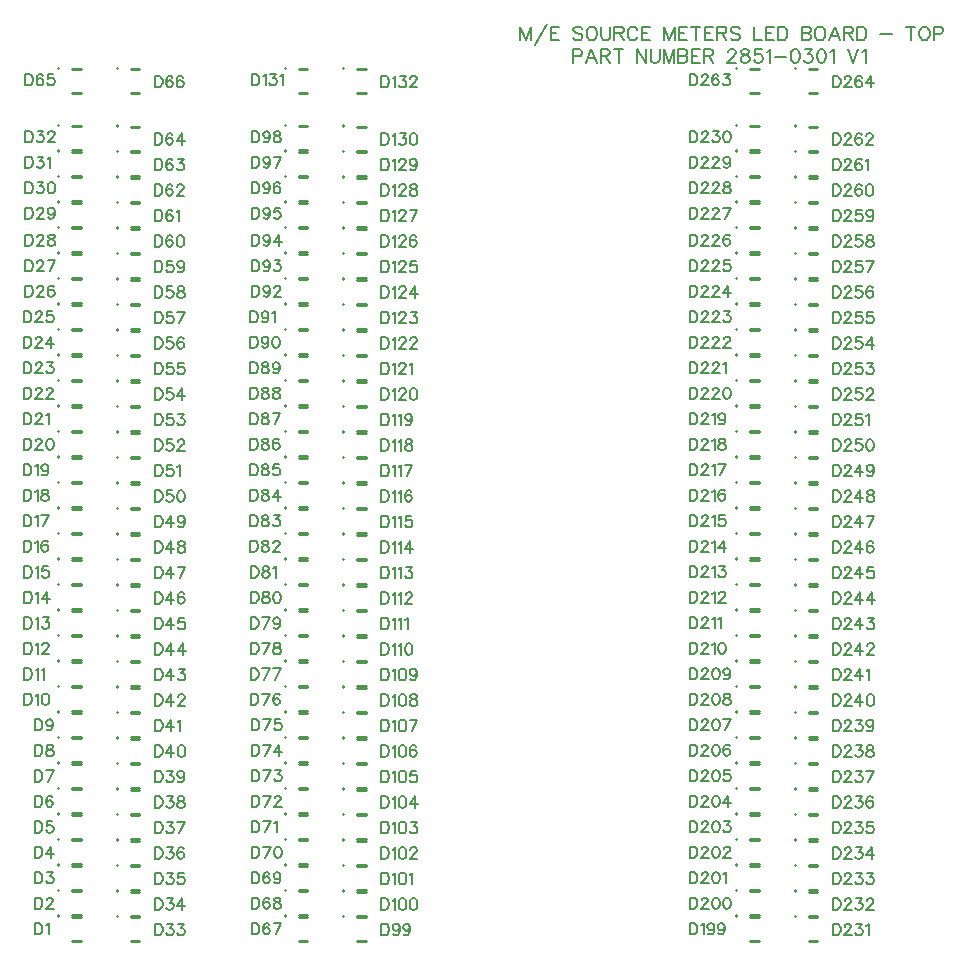
<source format=gto>
G04 Layer: TopSilkscreenLayer*
G04 EasyEDA v6.5.29, 2023-07-18 10:57:26*
G04 0569b9fd0f0c4a709173e771a03f3b8e,5a6b42c53f6a479593ecc07194224c93,10*
G04 Gerber Generator version 0.2*
G04 Scale: 100 percent, Rotated: No, Reflected: No *
G04 Dimensions in millimeters *
G04 leading zeros omitted , absolute positions ,4 integer and 5 decimal *
%FSLAX45Y45*%
%MOMM*%

%ADD10C,0.2032*%
%ADD11C,0.1524*%
%ADD12C,0.2540*%

%LPD*%
D10*
X5651500Y11386058D02*
G01*
X5651500Y11271504D01*
X5651500Y11386058D02*
G01*
X5700522Y11386058D01*
X5717031Y11380470D01*
X5722365Y11375136D01*
X5727954Y11364213D01*
X5727954Y11347704D01*
X5722365Y11336781D01*
X5717031Y11331447D01*
X5700522Y11326113D01*
X5651500Y11326113D01*
X5807456Y11386058D02*
G01*
X5763768Y11271504D01*
X5807456Y11386058D02*
G01*
X5851143Y11271504D01*
X5780277Y11309604D02*
G01*
X5834888Y11309604D01*
X5887211Y11386058D02*
G01*
X5887211Y11271504D01*
X5887211Y11386058D02*
G01*
X5936234Y11386058D01*
X5952490Y11380470D01*
X5958077Y11375136D01*
X5963411Y11364213D01*
X5963411Y11353292D01*
X5958077Y11342370D01*
X5952490Y11336781D01*
X5936234Y11331447D01*
X5887211Y11331447D01*
X5925311Y11331447D02*
G01*
X5963411Y11271504D01*
X6037579Y11386058D02*
G01*
X6037579Y11271504D01*
X5999479Y11386058D02*
G01*
X6075934Y11386058D01*
X6195822Y11386058D02*
G01*
X6195822Y11271504D01*
X6195822Y11386058D02*
G01*
X6272275Y11271504D01*
X6272275Y11386058D02*
G01*
X6272275Y11271504D01*
X6308343Y11386058D02*
G01*
X6308343Y11304270D01*
X6313677Y11287760D01*
X6324600Y11276837D01*
X6340856Y11271504D01*
X6351777Y11271504D01*
X6368288Y11276837D01*
X6379209Y11287760D01*
X6384543Y11304270D01*
X6384543Y11386058D01*
X6420611Y11386058D02*
G01*
X6420611Y11271504D01*
X6420611Y11386058D02*
G01*
X6464300Y11271504D01*
X6507988Y11386058D02*
G01*
X6464300Y11271504D01*
X6507988Y11386058D02*
G01*
X6507988Y11271504D01*
X6543802Y11386058D02*
G01*
X6543802Y11271504D01*
X6543802Y11386058D02*
G01*
X6593077Y11386058D01*
X6609334Y11380470D01*
X6614668Y11375136D01*
X6620256Y11364213D01*
X6620256Y11353292D01*
X6614668Y11342370D01*
X6609334Y11336781D01*
X6593077Y11331447D01*
X6543802Y11331447D02*
G01*
X6593077Y11331447D01*
X6609334Y11326113D01*
X6614668Y11320526D01*
X6620256Y11309604D01*
X6620256Y11293347D01*
X6614668Y11282426D01*
X6609334Y11276837D01*
X6593077Y11271504D01*
X6543802Y11271504D01*
X6656324Y11386058D02*
G01*
X6656324Y11271504D01*
X6656324Y11386058D02*
G01*
X6727190Y11386058D01*
X6656324Y11331447D02*
G01*
X6699758Y11331447D01*
X6656324Y11271504D02*
G01*
X6727190Y11271504D01*
X6763258Y11386058D02*
G01*
X6763258Y11271504D01*
X6763258Y11386058D02*
G01*
X6812279Y11386058D01*
X6828536Y11380470D01*
X6834124Y11375136D01*
X6839458Y11364213D01*
X6839458Y11353292D01*
X6834124Y11342370D01*
X6828536Y11336781D01*
X6812279Y11331447D01*
X6763258Y11331447D01*
X6801358Y11331447D02*
G01*
X6839458Y11271504D01*
X6964934Y11358626D02*
G01*
X6964934Y11364213D01*
X6970522Y11375136D01*
X6975856Y11380470D01*
X6986777Y11386058D01*
X7008622Y11386058D01*
X7019543Y11380470D01*
X7024877Y11375136D01*
X7030465Y11364213D01*
X7030465Y11353292D01*
X7024877Y11342370D01*
X7013956Y11326113D01*
X6959600Y11271504D01*
X7035800Y11271504D01*
X7099045Y11386058D02*
G01*
X7082790Y11380470D01*
X7077202Y11369547D01*
X7077202Y11358626D01*
X7082790Y11347704D01*
X7093711Y11342370D01*
X7115556Y11336781D01*
X7131811Y11331447D01*
X7142734Y11320526D01*
X7148322Y11309604D01*
X7148322Y11293347D01*
X7142734Y11282426D01*
X7137400Y11276837D01*
X7120890Y11271504D01*
X7099045Y11271504D01*
X7082790Y11276837D01*
X7077202Y11282426D01*
X7071868Y11293347D01*
X7071868Y11309604D01*
X7077202Y11320526D01*
X7088124Y11331447D01*
X7104634Y11336781D01*
X7126477Y11342370D01*
X7137400Y11347704D01*
X7142734Y11358626D01*
X7142734Y11369547D01*
X7137400Y11380470D01*
X7120890Y11386058D01*
X7099045Y11386058D01*
X7249668Y11386058D02*
G01*
X7195058Y11386058D01*
X7189724Y11336781D01*
X7195058Y11342370D01*
X7211568Y11347704D01*
X7227824Y11347704D01*
X7244334Y11342370D01*
X7255256Y11331447D01*
X7260590Y11315192D01*
X7260590Y11304270D01*
X7255256Y11287760D01*
X7244334Y11276837D01*
X7227824Y11271504D01*
X7211568Y11271504D01*
X7195058Y11276837D01*
X7189724Y11282426D01*
X7184136Y11293347D01*
X7296658Y11364213D02*
G01*
X7307579Y11369547D01*
X7323836Y11386058D01*
X7323836Y11271504D01*
X7359904Y11320526D02*
G01*
X7457947Y11320526D01*
X7526781Y11386058D02*
G01*
X7510525Y11380470D01*
X7499604Y11364213D01*
X7494015Y11336781D01*
X7494015Y11320526D01*
X7499604Y11293347D01*
X7510525Y11276837D01*
X7526781Y11271504D01*
X7537704Y11271504D01*
X7553959Y11276837D01*
X7564881Y11293347D01*
X7570470Y11320526D01*
X7570470Y11336781D01*
X7564881Y11364213D01*
X7553959Y11380470D01*
X7537704Y11386058D01*
X7526781Y11386058D01*
X7617206Y11386058D02*
G01*
X7677404Y11386058D01*
X7644638Y11342370D01*
X7660893Y11342370D01*
X7671815Y11336781D01*
X7677404Y11331447D01*
X7682738Y11315192D01*
X7682738Y11304270D01*
X7677404Y11287760D01*
X7666481Y11276837D01*
X7649972Y11271504D01*
X7633715Y11271504D01*
X7617206Y11276837D01*
X7611872Y11282426D01*
X7606284Y11293347D01*
X7751572Y11386058D02*
G01*
X7735061Y11380470D01*
X7724140Y11364213D01*
X7718806Y11336781D01*
X7718806Y11320526D01*
X7724140Y11293347D01*
X7735061Y11276837D01*
X7751572Y11271504D01*
X7762493Y11271504D01*
X7778750Y11276837D01*
X7789672Y11293347D01*
X7795006Y11320526D01*
X7795006Y11336781D01*
X7789672Y11364213D01*
X7778750Y11380470D01*
X7762493Y11386058D01*
X7751572Y11386058D01*
X7831074Y11364213D02*
G01*
X7841995Y11369547D01*
X7858506Y11386058D01*
X7858506Y11271504D01*
X7978393Y11386058D02*
G01*
X8022081Y11271504D01*
X8065770Y11386058D02*
G01*
X8022081Y11271504D01*
X8101584Y11364213D02*
G01*
X8112506Y11369547D01*
X8129015Y11386058D01*
X8129015Y11271504D01*
X5207000Y11576558D02*
G01*
X5207000Y11462004D01*
X5207000Y11576558D02*
G01*
X5250688Y11462004D01*
X5294375Y11576558D02*
G01*
X5250688Y11462004D01*
X5294375Y11576558D02*
G01*
X5294375Y11462004D01*
X5428488Y11598402D02*
G01*
X5330190Y11423650D01*
X5464556Y11576558D02*
G01*
X5464556Y11462004D01*
X5464556Y11576558D02*
G01*
X5535422Y11576558D01*
X5464556Y11521947D02*
G01*
X5507990Y11521947D01*
X5464556Y11462004D02*
G01*
X5535422Y11462004D01*
X5731763Y11560047D02*
G01*
X5720841Y11570970D01*
X5704331Y11576558D01*
X5682741Y11576558D01*
X5666231Y11570970D01*
X5655309Y11560047D01*
X5655309Y11549126D01*
X5660897Y11538204D01*
X5666231Y11532870D01*
X5677154Y11527281D01*
X5709920Y11516613D01*
X5720841Y11511026D01*
X5726175Y11505692D01*
X5731763Y11494770D01*
X5731763Y11478260D01*
X5720841Y11467337D01*
X5704331Y11462004D01*
X5682741Y11462004D01*
X5666231Y11467337D01*
X5655309Y11478260D01*
X5800343Y11576558D02*
G01*
X5789422Y11570970D01*
X5778754Y11560047D01*
X5773165Y11549126D01*
X5767831Y11532870D01*
X5767831Y11505692D01*
X5773165Y11489181D01*
X5778754Y11478260D01*
X5789422Y11467337D01*
X5800343Y11462004D01*
X5822188Y11462004D01*
X5833109Y11467337D01*
X5844031Y11478260D01*
X5849620Y11489181D01*
X5854954Y11505692D01*
X5854954Y11532870D01*
X5849620Y11549126D01*
X5844031Y11560047D01*
X5833109Y11570970D01*
X5822188Y11576558D01*
X5800343Y11576558D01*
X5891022Y11576558D02*
G01*
X5891022Y11494770D01*
X5896356Y11478260D01*
X5907277Y11467337D01*
X5923788Y11462004D01*
X5934709Y11462004D01*
X5950965Y11467337D01*
X5961888Y11478260D01*
X5967475Y11494770D01*
X5967475Y11576558D01*
X6003290Y11576558D02*
G01*
X6003290Y11462004D01*
X6003290Y11576558D02*
G01*
X6052565Y11576558D01*
X6068822Y11570970D01*
X6074156Y11565636D01*
X6079743Y11554713D01*
X6079743Y11543792D01*
X6074156Y11532870D01*
X6068822Y11527281D01*
X6052565Y11521947D01*
X6003290Y11521947D01*
X6041643Y11521947D02*
G01*
X6079743Y11462004D01*
X6197600Y11549126D02*
G01*
X6192011Y11560047D01*
X6181090Y11570970D01*
X6170168Y11576558D01*
X6148577Y11576558D01*
X6137656Y11570970D01*
X6126734Y11560047D01*
X6121145Y11549126D01*
X6115811Y11532870D01*
X6115811Y11505692D01*
X6121145Y11489181D01*
X6126734Y11478260D01*
X6137656Y11467337D01*
X6148577Y11462004D01*
X6170168Y11462004D01*
X6181090Y11467337D01*
X6192011Y11478260D01*
X6197600Y11489181D01*
X6233668Y11576558D02*
G01*
X6233668Y11462004D01*
X6233668Y11576558D02*
G01*
X6304534Y11576558D01*
X6233668Y11521947D02*
G01*
X6277102Y11521947D01*
X6233668Y11462004D02*
G01*
X6304534Y11462004D01*
X6424422Y11576558D02*
G01*
X6424422Y11462004D01*
X6424422Y11576558D02*
G01*
X6468109Y11462004D01*
X6511797Y11576558D02*
G01*
X6468109Y11462004D01*
X6511797Y11576558D02*
G01*
X6511797Y11462004D01*
X6547611Y11576558D02*
G01*
X6547611Y11462004D01*
X6547611Y11576558D02*
G01*
X6618731Y11576558D01*
X6547611Y11521947D02*
G01*
X6591300Y11521947D01*
X6547611Y11462004D02*
G01*
X6618731Y11462004D01*
X6692900Y11576558D02*
G01*
X6692900Y11462004D01*
X6654545Y11576558D02*
G01*
X6731000Y11576558D01*
X6767068Y11576558D02*
G01*
X6767068Y11462004D01*
X6767068Y11576558D02*
G01*
X6837934Y11576558D01*
X6767068Y11521947D02*
G01*
X6810756Y11521947D01*
X6767068Y11462004D02*
G01*
X6837934Y11462004D01*
X6874002Y11576558D02*
G01*
X6874002Y11462004D01*
X6874002Y11576558D02*
G01*
X6923024Y11576558D01*
X6939279Y11570970D01*
X6944868Y11565636D01*
X6950202Y11554713D01*
X6950202Y11543792D01*
X6944868Y11532870D01*
X6939279Y11527281D01*
X6923024Y11521947D01*
X6874002Y11521947D01*
X6912102Y11521947D02*
G01*
X6950202Y11462004D01*
X7062724Y11560047D02*
G01*
X7051802Y11570970D01*
X7035291Y11576558D01*
X7013447Y11576558D01*
X6997191Y11570970D01*
X6986270Y11560047D01*
X6986270Y11549126D01*
X6991604Y11538204D01*
X6997191Y11532870D01*
X7008113Y11527281D01*
X7040879Y11516613D01*
X7051802Y11511026D01*
X7057136Y11505692D01*
X7062724Y11494770D01*
X7062724Y11478260D01*
X7051802Y11467337D01*
X7035291Y11462004D01*
X7013447Y11462004D01*
X6997191Y11467337D01*
X6986270Y11478260D01*
X7182611Y11576558D02*
G01*
X7182611Y11462004D01*
X7182611Y11462004D02*
G01*
X7248143Y11462004D01*
X7284211Y11576558D02*
G01*
X7284211Y11462004D01*
X7284211Y11576558D02*
G01*
X7355077Y11576558D01*
X7284211Y11521947D02*
G01*
X7327645Y11521947D01*
X7284211Y11462004D02*
G01*
X7355077Y11462004D01*
X7390891Y11576558D02*
G01*
X7390891Y11462004D01*
X7390891Y11576558D02*
G01*
X7429245Y11576558D01*
X7445502Y11570970D01*
X7456424Y11560047D01*
X7462011Y11549126D01*
X7467345Y11532870D01*
X7467345Y11505692D01*
X7462011Y11489181D01*
X7456424Y11478260D01*
X7445502Y11467337D01*
X7429245Y11462004D01*
X7390891Y11462004D01*
X7587234Y11576558D02*
G01*
X7587234Y11462004D01*
X7587234Y11576558D02*
G01*
X7636509Y11576558D01*
X7652765Y11570970D01*
X7658354Y11565636D01*
X7663688Y11554713D01*
X7663688Y11543792D01*
X7658354Y11532870D01*
X7652765Y11527281D01*
X7636509Y11521947D01*
X7587234Y11521947D02*
G01*
X7636509Y11521947D01*
X7652765Y11516613D01*
X7658354Y11511026D01*
X7663688Y11500104D01*
X7663688Y11483847D01*
X7658354Y11472926D01*
X7652765Y11467337D01*
X7636509Y11462004D01*
X7587234Y11462004D01*
X7732522Y11576558D02*
G01*
X7721600Y11570970D01*
X7710677Y11560047D01*
X7705090Y11549126D01*
X7699756Y11532870D01*
X7699756Y11505692D01*
X7705090Y11489181D01*
X7710677Y11478260D01*
X7721600Y11467337D01*
X7732522Y11462004D01*
X7754365Y11462004D01*
X7765288Y11467337D01*
X7776209Y11478260D01*
X7781543Y11489181D01*
X7786877Y11505692D01*
X7786877Y11532870D01*
X7781543Y11549126D01*
X7776209Y11560047D01*
X7765288Y11570970D01*
X7754365Y11576558D01*
X7732522Y11576558D01*
X7866634Y11576558D02*
G01*
X7822945Y11462004D01*
X7866634Y11576558D02*
G01*
X7910322Y11462004D01*
X7839456Y11500104D02*
G01*
X7893811Y11500104D01*
X7946390Y11576558D02*
G01*
X7946390Y11462004D01*
X7946390Y11576558D02*
G01*
X7995411Y11576558D01*
X8011668Y11570970D01*
X8017256Y11565636D01*
X8022590Y11554713D01*
X8022590Y11543792D01*
X8017256Y11532870D01*
X8011668Y11527281D01*
X7995411Y11521947D01*
X7946390Y11521947D01*
X7984490Y11521947D02*
G01*
X8022590Y11462004D01*
X8058658Y11576558D02*
G01*
X8058658Y11462004D01*
X8058658Y11576558D02*
G01*
X8096758Y11576558D01*
X8113268Y11570970D01*
X8124190Y11560047D01*
X8129524Y11549126D01*
X8135111Y11532870D01*
X8135111Y11505692D01*
X8129524Y11489181D01*
X8124190Y11478260D01*
X8113268Y11467337D01*
X8096758Y11462004D01*
X8058658Y11462004D01*
X8255000Y11511026D02*
G01*
X8353297Y11511026D01*
X8511286Y11576558D02*
G01*
X8511286Y11462004D01*
X8473186Y11576558D02*
G01*
X8549640Y11576558D01*
X8618220Y11576558D02*
G01*
X8607297Y11570970D01*
X8596375Y11560047D01*
X8591041Y11549126D01*
X8585454Y11532870D01*
X8585454Y11505692D01*
X8591041Y11489181D01*
X8596375Y11478260D01*
X8607297Y11467337D01*
X8618220Y11462004D01*
X8640063Y11462004D01*
X8650986Y11467337D01*
X8661908Y11478260D01*
X8667241Y11489181D01*
X8672829Y11505692D01*
X8672829Y11532870D01*
X8667241Y11549126D01*
X8661908Y11560047D01*
X8650986Y11570970D01*
X8640063Y11576558D01*
X8618220Y11576558D01*
X8708897Y11576558D02*
G01*
X8708897Y11462004D01*
X8708897Y11576558D02*
G01*
X8757920Y11576558D01*
X8774175Y11570970D01*
X8779763Y11565636D01*
X8785097Y11554713D01*
X8785097Y11538204D01*
X8779763Y11527281D01*
X8774175Y11521947D01*
X8757920Y11516613D01*
X8708897Y11516613D01*
D11*
X2933725Y3987088D02*
G01*
X2933725Y3891584D01*
X2933725Y3987088D02*
G01*
X2965475Y3987088D01*
X2979191Y3982516D01*
X2988335Y3973372D01*
X2992907Y3964482D01*
X2997225Y3950766D01*
X2997225Y3927906D01*
X2992907Y3914444D01*
X2988335Y3905300D01*
X2979191Y3896156D01*
X2965475Y3891584D01*
X2933725Y3891584D01*
X3081807Y3973372D02*
G01*
X3077235Y3982516D01*
X3063773Y3987088D01*
X3054629Y3987088D01*
X3040913Y3982516D01*
X3031769Y3968800D01*
X3027451Y3946194D01*
X3027451Y3923588D01*
X3031769Y3905300D01*
X3040913Y3896156D01*
X3054629Y3891584D01*
X3059201Y3891584D01*
X3072917Y3896156D01*
X3081807Y3905300D01*
X3086379Y3919016D01*
X3086379Y3923588D01*
X3081807Y3937050D01*
X3072917Y3946194D01*
X3059201Y3950766D01*
X3054629Y3950766D01*
X3040913Y3946194D01*
X3031769Y3937050D01*
X3027451Y3923588D01*
X3180105Y3987088D02*
G01*
X3134639Y3891584D01*
X3116351Y3987088D02*
G01*
X3180105Y3987088D01*
X2925572Y6791960D02*
G01*
X2925572Y6696455D01*
X2925572Y6791960D02*
G01*
X2957322Y6791960D01*
X2971038Y6787387D01*
X2980181Y6778244D01*
X2984754Y6769354D01*
X2989325Y6755637D01*
X2989325Y6732778D01*
X2984754Y6719315D01*
X2980181Y6710171D01*
X2971038Y6701028D01*
X2957322Y6696455D01*
X2925572Y6696455D01*
X3041904Y6791960D02*
G01*
X3028188Y6787387D01*
X3023870Y6778244D01*
X3023870Y6769354D01*
X3028188Y6760210D01*
X3037331Y6755637D01*
X3055620Y6751065D01*
X3069081Y6746494D01*
X3078225Y6737350D01*
X3082797Y6728205D01*
X3082797Y6714744D01*
X3078225Y6705600D01*
X3073654Y6701028D01*
X3060191Y6696455D01*
X3041904Y6696455D01*
X3028188Y6701028D01*
X3023870Y6705600D01*
X3019297Y6714744D01*
X3019297Y6728205D01*
X3023870Y6737350D01*
X3032759Y6746494D01*
X3046475Y6751065D01*
X3064763Y6755637D01*
X3073654Y6760210D01*
X3078225Y6769354D01*
X3078225Y6778244D01*
X3073654Y6787387D01*
X3060191Y6791960D01*
X3041904Y6791960D01*
X3140202Y6791960D02*
G01*
X3126486Y6787387D01*
X3117341Y6773671D01*
X3112770Y6751065D01*
X3112770Y6737350D01*
X3117341Y6714744D01*
X3126486Y6701028D01*
X3140202Y6696455D01*
X3149091Y6696455D01*
X3162808Y6701028D01*
X3171952Y6714744D01*
X3176524Y6737350D01*
X3176524Y6751065D01*
X3171952Y6773671D01*
X3162808Y6787387D01*
X3149091Y6791960D01*
X3140202Y6791960D01*
X2925572Y6576060D02*
G01*
X2925572Y6480555D01*
X2925572Y6576060D02*
G01*
X2957322Y6576060D01*
X2971038Y6571487D01*
X2980181Y6562344D01*
X2984754Y6553454D01*
X2989325Y6539737D01*
X2989325Y6516878D01*
X2984754Y6503415D01*
X2980181Y6494271D01*
X2971038Y6485128D01*
X2957322Y6480555D01*
X2925572Y6480555D01*
X3082797Y6576060D02*
G01*
X3037331Y6480555D01*
X3019297Y6576060D02*
G01*
X3082797Y6576060D01*
X3171952Y6544310D02*
G01*
X3167379Y6530594D01*
X3158236Y6521450D01*
X3144774Y6516878D01*
X3140202Y6516878D01*
X3126486Y6521450D01*
X3117341Y6530594D01*
X3112770Y6544310D01*
X3112770Y6548881D01*
X3117341Y6562344D01*
X3126486Y6571487D01*
X3140202Y6576060D01*
X3144774Y6576060D01*
X3158236Y6571487D01*
X3167379Y6562344D01*
X3171952Y6544310D01*
X3171952Y6521450D01*
X3167379Y6498844D01*
X3158236Y6485128D01*
X3144774Y6480555D01*
X3135629Y6480555D01*
X3121913Y6485128D01*
X3117341Y6494271D01*
X2925572Y6360160D02*
G01*
X2925572Y6264655D01*
X2925572Y6360160D02*
G01*
X2957322Y6360160D01*
X2971038Y6355587D01*
X2980181Y6346444D01*
X2984754Y6337554D01*
X2989325Y6323837D01*
X2989325Y6300978D01*
X2984754Y6287515D01*
X2980181Y6278371D01*
X2971038Y6269228D01*
X2957322Y6264655D01*
X2925572Y6264655D01*
X3082797Y6360160D02*
G01*
X3037331Y6264655D01*
X3019297Y6360160D02*
G01*
X3082797Y6360160D01*
X3135629Y6360160D02*
G01*
X3121913Y6355587D01*
X3117341Y6346444D01*
X3117341Y6337554D01*
X3121913Y6328410D01*
X3131058Y6323837D01*
X3149091Y6319265D01*
X3162808Y6314694D01*
X3171952Y6305550D01*
X3176524Y6296405D01*
X3176524Y6282944D01*
X3171952Y6273800D01*
X3167379Y6269228D01*
X3153663Y6264655D01*
X3135629Y6264655D01*
X3121913Y6269228D01*
X3117341Y6273800D01*
X3112770Y6282944D01*
X3112770Y6296405D01*
X3117341Y6305550D01*
X3126486Y6314694D01*
X3140202Y6319265D01*
X3158236Y6323837D01*
X3167379Y6328410D01*
X3171952Y6337554D01*
X3171952Y6346444D01*
X3167379Y6355587D01*
X3153663Y6360160D01*
X3135629Y6360160D01*
X2925572Y6144260D02*
G01*
X2925572Y6048755D01*
X2925572Y6144260D02*
G01*
X2957322Y6144260D01*
X2971038Y6139687D01*
X2980181Y6130544D01*
X2984754Y6121654D01*
X2989325Y6107937D01*
X2989325Y6085078D01*
X2984754Y6071615D01*
X2980181Y6062471D01*
X2971038Y6053328D01*
X2957322Y6048755D01*
X2925572Y6048755D01*
X3082797Y6144260D02*
G01*
X3037331Y6048755D01*
X3019297Y6144260D02*
G01*
X3082797Y6144260D01*
X3176524Y6144260D02*
G01*
X3131058Y6048755D01*
X3112770Y6144260D02*
G01*
X3176524Y6144260D01*
X2925572Y5929121D02*
G01*
X2925572Y5833618D01*
X2925572Y5929121D02*
G01*
X2957322Y5929121D01*
X2971038Y5924550D01*
X2980181Y5915405D01*
X2984754Y5906515D01*
X2989072Y5892800D01*
X2989072Y5869939D01*
X2984754Y5856478D01*
X2980181Y5847334D01*
X2971038Y5838189D01*
X2957322Y5833618D01*
X2925572Y5833618D01*
X3082797Y5929121D02*
G01*
X3037331Y5833618D01*
X3019297Y5929121D02*
G01*
X3082797Y5929121D01*
X3167379Y5915405D02*
G01*
X3162808Y5924550D01*
X3149091Y5929121D01*
X3140202Y5929121D01*
X3126486Y5924550D01*
X3117341Y5910834D01*
X3112770Y5888228D01*
X3112770Y5865621D01*
X3117341Y5847334D01*
X3126486Y5838189D01*
X3140202Y5833618D01*
X3144520Y5833618D01*
X3158236Y5838189D01*
X3167379Y5847334D01*
X3171952Y5861050D01*
X3171952Y5865621D01*
X3167379Y5879084D01*
X3158236Y5888228D01*
X3144520Y5892800D01*
X3140202Y5892800D01*
X3126486Y5888228D01*
X3117341Y5879084D01*
X3112770Y5865621D01*
X2933700Y5714237D02*
G01*
X2933700Y5618734D01*
X2933700Y5714237D02*
G01*
X2965450Y5714237D01*
X2979165Y5709665D01*
X2988309Y5700776D01*
X2992881Y5691631D01*
X2997454Y5677915D01*
X2997454Y5655310D01*
X2992881Y5641594D01*
X2988309Y5632450D01*
X2979165Y5623305D01*
X2965450Y5618734D01*
X2933700Y5618734D01*
X3090925Y5714237D02*
G01*
X3045459Y5618734D01*
X3027425Y5714237D02*
G01*
X3090925Y5714237D01*
X3175508Y5714237D02*
G01*
X3130041Y5714237D01*
X3125470Y5673344D01*
X3130041Y5677915D01*
X3143758Y5682487D01*
X3157220Y5682487D01*
X3170936Y5677915D01*
X3180079Y5668771D01*
X3184652Y5655310D01*
X3184652Y5646165D01*
X3180079Y5632450D01*
X3170936Y5623305D01*
X3157220Y5618734D01*
X3143758Y5618734D01*
X3130041Y5623305D01*
X3125470Y5627878D01*
X3120897Y5637021D01*
X2933700Y5498414D02*
G01*
X2933700Y5402910D01*
X2933700Y5498414D02*
G01*
X2965450Y5498414D01*
X2979165Y5493842D01*
X2988309Y5484698D01*
X2992881Y5475808D01*
X2997454Y5462092D01*
X2997454Y5439232D01*
X2992881Y5425770D01*
X2988309Y5416626D01*
X2979165Y5407482D01*
X2965450Y5402910D01*
X2933700Y5402910D01*
X3090925Y5498414D02*
G01*
X3045459Y5402910D01*
X3027425Y5498414D02*
G01*
X3090925Y5498414D01*
X3166363Y5498414D02*
G01*
X3120897Y5434660D01*
X3189224Y5434660D01*
X3166363Y5498414D02*
G01*
X3166363Y5402910D01*
X2933700Y5282437D02*
G01*
X2933700Y5186934D01*
X2933700Y5282437D02*
G01*
X2965450Y5282437D01*
X2979165Y5277865D01*
X2988309Y5268976D01*
X2992881Y5259831D01*
X2997454Y5246115D01*
X2997454Y5223510D01*
X2992881Y5209794D01*
X2988309Y5200650D01*
X2979165Y5191505D01*
X2965450Y5186934D01*
X2933700Y5186934D01*
X3090925Y5282437D02*
G01*
X3045459Y5186934D01*
X3027425Y5282437D02*
G01*
X3090925Y5282437D01*
X3130041Y5282437D02*
G01*
X3180079Y5282437D01*
X3152902Y5246115D01*
X3166363Y5246115D01*
X3175508Y5241544D01*
X3180079Y5236971D01*
X3184652Y5223510D01*
X3184652Y5214365D01*
X3180079Y5200650D01*
X3170936Y5191505D01*
X3157220Y5186934D01*
X3143758Y5186934D01*
X3130041Y5191505D01*
X3125470Y5196078D01*
X3120897Y5205221D01*
X2933700Y5066537D02*
G01*
X2933700Y4971034D01*
X2933700Y5066537D02*
G01*
X2965450Y5066537D01*
X2979165Y5061965D01*
X2988309Y5053076D01*
X2992881Y5043931D01*
X2997454Y5030215D01*
X2997454Y5007610D01*
X2992881Y4993894D01*
X2988309Y4984750D01*
X2979165Y4975605D01*
X2965450Y4971034D01*
X2933700Y4971034D01*
X3090925Y5066537D02*
G01*
X3045459Y4971034D01*
X3027425Y5066537D02*
G01*
X3090925Y5066537D01*
X3125470Y5043931D02*
G01*
X3125470Y5048504D01*
X3130041Y5057394D01*
X3134613Y5061965D01*
X3143758Y5066537D01*
X3161791Y5066537D01*
X3170936Y5061965D01*
X3175508Y5057394D01*
X3180079Y5048504D01*
X3180079Y5039360D01*
X3175508Y5030215D01*
X3166363Y5016500D01*
X3120897Y4971034D01*
X3184652Y4971034D01*
X2933700Y4850637D02*
G01*
X2933700Y4755134D01*
X2933700Y4850637D02*
G01*
X2965450Y4850637D01*
X2979165Y4846065D01*
X2988309Y4837176D01*
X2992881Y4828031D01*
X2997454Y4814315D01*
X2997454Y4791710D01*
X2992881Y4777994D01*
X2988309Y4768850D01*
X2979165Y4759705D01*
X2965450Y4755134D01*
X2933700Y4755134D01*
X3090925Y4850637D02*
G01*
X3045459Y4755134D01*
X3027425Y4850637D02*
G01*
X3090925Y4850637D01*
X3120897Y4832604D02*
G01*
X3130041Y4837176D01*
X3143758Y4850637D01*
X3143758Y4755134D01*
X2933700Y4634737D02*
G01*
X2933700Y4539234D01*
X2933700Y4634737D02*
G01*
X2965450Y4634737D01*
X2979165Y4630165D01*
X2988309Y4621276D01*
X2992881Y4612131D01*
X2997454Y4598415D01*
X2997454Y4575810D01*
X2992881Y4562094D01*
X2988309Y4552950D01*
X2979165Y4543805D01*
X2965450Y4539234D01*
X2933700Y4539234D01*
X3090925Y4634737D02*
G01*
X3045459Y4539234D01*
X3027425Y4634737D02*
G01*
X3090925Y4634737D01*
X3148329Y4634737D02*
G01*
X3134613Y4630165D01*
X3125470Y4616704D01*
X3120897Y4593844D01*
X3120897Y4580381D01*
X3125470Y4557521D01*
X3134613Y4543805D01*
X3148329Y4539234D01*
X3157220Y4539234D01*
X3170936Y4543805D01*
X3180079Y4557521D01*
X3184652Y4580381D01*
X3184652Y4593844D01*
X3180079Y4616704D01*
X3170936Y4630165D01*
X3157220Y4634737D01*
X3148329Y4634737D01*
X2933700Y4418837D02*
G01*
X2933700Y4323334D01*
X2933700Y4418837D02*
G01*
X2965450Y4418837D01*
X2979165Y4414265D01*
X2988309Y4405376D01*
X2992881Y4396231D01*
X2997454Y4382515D01*
X2997454Y4359910D01*
X2992881Y4346194D01*
X2988309Y4337050D01*
X2979165Y4327905D01*
X2965450Y4323334D01*
X2933700Y4323334D01*
X3081781Y4405376D02*
G01*
X3077209Y4414265D01*
X3063747Y4418837D01*
X3054604Y4418837D01*
X3040888Y4414265D01*
X3031997Y4400804D01*
X3027425Y4377944D01*
X3027425Y4355337D01*
X3031997Y4337050D01*
X3040888Y4327905D01*
X3054604Y4323334D01*
X3059175Y4323334D01*
X3072891Y4327905D01*
X3081781Y4337050D01*
X3086354Y4350765D01*
X3086354Y4355337D01*
X3081781Y4368800D01*
X3072891Y4377944D01*
X3059175Y4382515D01*
X3054604Y4382515D01*
X3040888Y4377944D01*
X3031997Y4368800D01*
X3027425Y4355337D01*
X3175508Y4387087D02*
G01*
X3170936Y4373371D01*
X3161791Y4364481D01*
X3148329Y4359910D01*
X3143758Y4359910D01*
X3130041Y4364481D01*
X3120897Y4373371D01*
X3116325Y4387087D01*
X3116325Y4391660D01*
X3120897Y4405376D01*
X3130041Y4414265D01*
X3143758Y4418837D01*
X3148329Y4418837D01*
X3161791Y4414265D01*
X3170936Y4405376D01*
X3175508Y4387087D01*
X3175508Y4364481D01*
X3170936Y4341621D01*
X3161791Y4327905D01*
X3148329Y4323334D01*
X3139186Y4323334D01*
X3125470Y4327905D01*
X3120897Y4337050D01*
X2933700Y4202937D02*
G01*
X2933700Y4107434D01*
X2933700Y4202937D02*
G01*
X2965450Y4202937D01*
X2979165Y4198365D01*
X2988309Y4189476D01*
X2992881Y4180331D01*
X2997454Y4166615D01*
X2997454Y4144010D01*
X2992881Y4130294D01*
X2988309Y4121150D01*
X2979165Y4112005D01*
X2965450Y4107434D01*
X2933700Y4107434D01*
X3081781Y4189476D02*
G01*
X3077209Y4198365D01*
X3063747Y4202937D01*
X3054604Y4202937D01*
X3040888Y4198365D01*
X3031997Y4184904D01*
X3027425Y4162044D01*
X3027425Y4139437D01*
X3031997Y4121150D01*
X3040888Y4112005D01*
X3054604Y4107434D01*
X3059175Y4107434D01*
X3072891Y4112005D01*
X3081781Y4121150D01*
X3086354Y4134865D01*
X3086354Y4139437D01*
X3081781Y4152900D01*
X3072891Y4162044D01*
X3059175Y4166615D01*
X3054604Y4166615D01*
X3040888Y4162044D01*
X3031997Y4152900D01*
X3027425Y4139437D01*
X3139186Y4202937D02*
G01*
X3125470Y4198365D01*
X3120897Y4189476D01*
X3120897Y4180331D01*
X3125470Y4171187D01*
X3134613Y4166615D01*
X3152902Y4162044D01*
X3166363Y4157471D01*
X3175508Y4148581D01*
X3180079Y4139437D01*
X3180079Y4125721D01*
X3175508Y4116578D01*
X3170936Y4112005D01*
X3157220Y4107434D01*
X3139186Y4107434D01*
X3125470Y4112005D01*
X3120897Y4116578D01*
X3116325Y4125721D01*
X3116325Y4139437D01*
X3120897Y4148581D01*
X3130041Y4157471D01*
X3143758Y4162044D01*
X3161791Y4166615D01*
X3170936Y4171187D01*
X3175508Y4180331D01*
X3175508Y4189476D01*
X3170936Y4198365D01*
X3157220Y4202937D01*
X3139186Y4202937D01*
X2925572Y7007860D02*
G01*
X2925572Y6912355D01*
X2925572Y7007860D02*
G01*
X2957322Y7007860D01*
X2971038Y7003287D01*
X2980181Y6994144D01*
X2984754Y6985254D01*
X2989325Y6971537D01*
X2989325Y6948678D01*
X2984754Y6935215D01*
X2980181Y6926071D01*
X2971038Y6916928D01*
X2957322Y6912355D01*
X2925572Y6912355D01*
X3041904Y7007860D02*
G01*
X3028188Y7003287D01*
X3023870Y6994144D01*
X3023870Y6985254D01*
X3028188Y6976110D01*
X3037331Y6971537D01*
X3055620Y6966965D01*
X3069081Y6962394D01*
X3078225Y6953250D01*
X3082797Y6944105D01*
X3082797Y6930644D01*
X3078225Y6921500D01*
X3073654Y6916928D01*
X3060191Y6912355D01*
X3041904Y6912355D01*
X3028188Y6916928D01*
X3023870Y6921500D01*
X3019297Y6930644D01*
X3019297Y6944105D01*
X3023870Y6953250D01*
X3032759Y6962394D01*
X3046475Y6966965D01*
X3064763Y6971537D01*
X3073654Y6976110D01*
X3078225Y6985254D01*
X3078225Y6994144D01*
X3073654Y7003287D01*
X3060191Y7007860D01*
X3041904Y7007860D01*
X3112770Y6989571D02*
G01*
X3121913Y6994144D01*
X3135629Y7007860D01*
X3135629Y6912355D01*
X2921000Y7225537D02*
G01*
X2921000Y7130034D01*
X2921000Y7225537D02*
G01*
X2952750Y7225537D01*
X2966465Y7220965D01*
X2975609Y7212076D01*
X2980181Y7202931D01*
X2984754Y7189215D01*
X2984754Y7166610D01*
X2980181Y7152894D01*
X2975609Y7143750D01*
X2966465Y7134605D01*
X2952750Y7130034D01*
X2921000Y7130034D01*
X3037331Y7225537D02*
G01*
X3023615Y7220965D01*
X3019297Y7212076D01*
X3019297Y7202931D01*
X3023615Y7193787D01*
X3032759Y7189215D01*
X3051047Y7184644D01*
X3064509Y7180071D01*
X3073654Y7171181D01*
X3078225Y7162037D01*
X3078225Y7148321D01*
X3073654Y7139178D01*
X3069081Y7134605D01*
X3055620Y7130034D01*
X3037331Y7130034D01*
X3023615Y7134605D01*
X3019297Y7139178D01*
X3014725Y7148321D01*
X3014725Y7162037D01*
X3019297Y7171181D01*
X3028188Y7180071D01*
X3041904Y7184644D01*
X3060191Y7189215D01*
X3069081Y7193787D01*
X3073654Y7202931D01*
X3073654Y7212076D01*
X3069081Y7220965D01*
X3055620Y7225537D01*
X3037331Y7225537D01*
X3112770Y7202931D02*
G01*
X3112770Y7207504D01*
X3117341Y7216394D01*
X3121913Y7220965D01*
X3131058Y7225537D01*
X3149091Y7225537D01*
X3158236Y7220965D01*
X3162808Y7216394D01*
X3167379Y7207504D01*
X3167379Y7198360D01*
X3162808Y7189215D01*
X3153663Y7175500D01*
X3108197Y7130034D01*
X3171952Y7130034D01*
X2921000Y7441437D02*
G01*
X2921000Y7345934D01*
X2921000Y7441437D02*
G01*
X2952750Y7441437D01*
X2966465Y7436865D01*
X2975609Y7427976D01*
X2980181Y7418831D01*
X2984754Y7405115D01*
X2984754Y7382510D01*
X2980181Y7368794D01*
X2975609Y7359650D01*
X2966465Y7350505D01*
X2952750Y7345934D01*
X2921000Y7345934D01*
X3037331Y7441437D02*
G01*
X3023615Y7436865D01*
X3019297Y7427976D01*
X3019297Y7418831D01*
X3023615Y7409687D01*
X3032759Y7405115D01*
X3051047Y7400544D01*
X3064509Y7395971D01*
X3073654Y7387081D01*
X3078225Y7377937D01*
X3078225Y7364221D01*
X3073654Y7355078D01*
X3069081Y7350505D01*
X3055620Y7345934D01*
X3037331Y7345934D01*
X3023615Y7350505D01*
X3019297Y7355078D01*
X3014725Y7364221D01*
X3014725Y7377937D01*
X3019297Y7387081D01*
X3028188Y7395971D01*
X3041904Y7400544D01*
X3060191Y7405115D01*
X3069081Y7409687D01*
X3073654Y7418831D01*
X3073654Y7427976D01*
X3069081Y7436865D01*
X3055620Y7441437D01*
X3037331Y7441437D01*
X3117341Y7441437D02*
G01*
X3167379Y7441437D01*
X3140202Y7405115D01*
X3153663Y7405115D01*
X3162808Y7400544D01*
X3167379Y7395971D01*
X3171952Y7382510D01*
X3171952Y7373365D01*
X3167379Y7359650D01*
X3158236Y7350505D01*
X3144520Y7345934D01*
X3131058Y7345934D01*
X3117341Y7350505D01*
X3112770Y7355078D01*
X3108197Y7364221D01*
X2921000Y7657337D02*
G01*
X2921000Y7561834D01*
X2921000Y7657337D02*
G01*
X2952750Y7657337D01*
X2966465Y7652765D01*
X2975609Y7643876D01*
X2980181Y7634731D01*
X2984754Y7621015D01*
X2984754Y7598410D01*
X2980181Y7584694D01*
X2975609Y7575550D01*
X2966465Y7566405D01*
X2952750Y7561834D01*
X2921000Y7561834D01*
X3037331Y7657337D02*
G01*
X3023615Y7652765D01*
X3019297Y7643876D01*
X3019297Y7634731D01*
X3023615Y7625587D01*
X3032759Y7621015D01*
X3051047Y7616444D01*
X3064509Y7611871D01*
X3073654Y7602981D01*
X3078225Y7593837D01*
X3078225Y7580121D01*
X3073654Y7570978D01*
X3069081Y7566405D01*
X3055620Y7561834D01*
X3037331Y7561834D01*
X3023615Y7566405D01*
X3019297Y7570978D01*
X3014725Y7580121D01*
X3014725Y7593837D01*
X3019297Y7602981D01*
X3028188Y7611871D01*
X3041904Y7616444D01*
X3060191Y7621015D01*
X3069081Y7625587D01*
X3073654Y7634731D01*
X3073654Y7643876D01*
X3069081Y7652765D01*
X3055620Y7657337D01*
X3037331Y7657337D01*
X3153663Y7657337D02*
G01*
X3108197Y7593837D01*
X3176524Y7593837D01*
X3153663Y7657337D02*
G01*
X3153663Y7561834D01*
X2921000Y7873237D02*
G01*
X2921000Y7777734D01*
X2921000Y7873237D02*
G01*
X2952750Y7873237D01*
X2966465Y7868665D01*
X2975609Y7859776D01*
X2980181Y7850631D01*
X2984754Y7836915D01*
X2984754Y7814310D01*
X2980181Y7800594D01*
X2975609Y7791450D01*
X2966465Y7782305D01*
X2952750Y7777734D01*
X2921000Y7777734D01*
X3037331Y7873237D02*
G01*
X3023615Y7868665D01*
X3019297Y7859776D01*
X3019297Y7850631D01*
X3023615Y7841487D01*
X3032759Y7836915D01*
X3051047Y7832344D01*
X3064509Y7827771D01*
X3073654Y7818881D01*
X3078225Y7809737D01*
X3078225Y7796021D01*
X3073654Y7786878D01*
X3069081Y7782305D01*
X3055620Y7777734D01*
X3037331Y7777734D01*
X3023615Y7782305D01*
X3019297Y7786878D01*
X3014725Y7796021D01*
X3014725Y7809737D01*
X3019297Y7818881D01*
X3028188Y7827771D01*
X3041904Y7832344D01*
X3060191Y7836915D01*
X3069081Y7841487D01*
X3073654Y7850631D01*
X3073654Y7859776D01*
X3069081Y7868665D01*
X3055620Y7873237D01*
X3037331Y7873237D01*
X3162808Y7873237D02*
G01*
X3117341Y7873237D01*
X3112770Y7832344D01*
X3117341Y7836915D01*
X3131058Y7841487D01*
X3144520Y7841487D01*
X3158236Y7836915D01*
X3167379Y7827771D01*
X3171952Y7814310D01*
X3171952Y7805165D01*
X3167379Y7791450D01*
X3158236Y7782305D01*
X3144520Y7777734D01*
X3131058Y7777734D01*
X3117341Y7782305D01*
X3112770Y7786878D01*
X3108197Y7796021D01*
X2921000Y8089137D02*
G01*
X2921000Y7993634D01*
X2921000Y8089137D02*
G01*
X2952750Y8089137D01*
X2966465Y8084565D01*
X2975609Y8075676D01*
X2980181Y8066531D01*
X2984754Y8052815D01*
X2984754Y8030210D01*
X2980181Y8016494D01*
X2975609Y8007350D01*
X2966465Y7998205D01*
X2952750Y7993634D01*
X2921000Y7993634D01*
X3037331Y8089137D02*
G01*
X3023615Y8084565D01*
X3019297Y8075676D01*
X3019297Y8066531D01*
X3023615Y8057387D01*
X3032759Y8052815D01*
X3051047Y8048244D01*
X3064509Y8043671D01*
X3073654Y8034781D01*
X3078225Y8025637D01*
X3078225Y8011921D01*
X3073654Y8002778D01*
X3069081Y7998205D01*
X3055620Y7993634D01*
X3037331Y7993634D01*
X3023615Y7998205D01*
X3019297Y8002778D01*
X3014725Y8011921D01*
X3014725Y8025637D01*
X3019297Y8034781D01*
X3028188Y8043671D01*
X3041904Y8048244D01*
X3060191Y8052815D01*
X3069081Y8057387D01*
X3073654Y8066531D01*
X3073654Y8075676D01*
X3069081Y8084565D01*
X3055620Y8089137D01*
X3037331Y8089137D01*
X3162808Y8075676D02*
G01*
X3158236Y8084565D01*
X3144520Y8089137D01*
X3135629Y8089137D01*
X3121913Y8084565D01*
X3112770Y8071104D01*
X3108197Y8048244D01*
X3108197Y8025637D01*
X3112770Y8007350D01*
X3121913Y7998205D01*
X3135629Y7993634D01*
X3140202Y7993634D01*
X3153663Y7998205D01*
X3162808Y8007350D01*
X3167379Y8021065D01*
X3167379Y8025637D01*
X3162808Y8039100D01*
X3153663Y8048244D01*
X3140202Y8052815D01*
X3135629Y8052815D01*
X3121913Y8048244D01*
X3112770Y8039100D01*
X3108197Y8025637D01*
X2921000Y8305037D02*
G01*
X2921000Y8209534D01*
X2921000Y8305037D02*
G01*
X2952750Y8305037D01*
X2966465Y8300465D01*
X2975609Y8291576D01*
X2980181Y8282431D01*
X2984754Y8268715D01*
X2984754Y8246110D01*
X2980181Y8232394D01*
X2975609Y8223250D01*
X2966465Y8214105D01*
X2952750Y8209534D01*
X2921000Y8209534D01*
X3037331Y8305037D02*
G01*
X3023615Y8300465D01*
X3019297Y8291576D01*
X3019297Y8282431D01*
X3023615Y8273287D01*
X3032759Y8268715D01*
X3051047Y8264144D01*
X3064509Y8259571D01*
X3073654Y8250681D01*
X3078225Y8241537D01*
X3078225Y8227821D01*
X3073654Y8218678D01*
X3069081Y8214105D01*
X3055620Y8209534D01*
X3037331Y8209534D01*
X3023615Y8214105D01*
X3019297Y8218678D01*
X3014725Y8227821D01*
X3014725Y8241537D01*
X3019297Y8250681D01*
X3028188Y8259571D01*
X3041904Y8264144D01*
X3060191Y8268715D01*
X3069081Y8273287D01*
X3073654Y8282431D01*
X3073654Y8291576D01*
X3069081Y8300465D01*
X3055620Y8305037D01*
X3037331Y8305037D01*
X3171952Y8305037D02*
G01*
X3126486Y8209534D01*
X3108197Y8305037D02*
G01*
X3171952Y8305037D01*
X2921000Y8520937D02*
G01*
X2921000Y8425434D01*
X2921000Y8520937D02*
G01*
X2952750Y8520937D01*
X2966465Y8516365D01*
X2975609Y8507476D01*
X2980181Y8498331D01*
X2984754Y8484615D01*
X2984754Y8462010D01*
X2980181Y8448294D01*
X2975609Y8439150D01*
X2966465Y8430005D01*
X2952750Y8425434D01*
X2921000Y8425434D01*
X3037331Y8520937D02*
G01*
X3023615Y8516365D01*
X3019297Y8507476D01*
X3019297Y8498331D01*
X3023615Y8489187D01*
X3032759Y8484615D01*
X3051047Y8480044D01*
X3064509Y8475471D01*
X3073654Y8466581D01*
X3078225Y8457437D01*
X3078225Y8443721D01*
X3073654Y8434578D01*
X3069081Y8430005D01*
X3055620Y8425434D01*
X3037331Y8425434D01*
X3023615Y8430005D01*
X3019297Y8434578D01*
X3014725Y8443721D01*
X3014725Y8457437D01*
X3019297Y8466581D01*
X3028188Y8475471D01*
X3041904Y8480044D01*
X3060191Y8484615D01*
X3069081Y8489187D01*
X3073654Y8498331D01*
X3073654Y8507476D01*
X3069081Y8516365D01*
X3055620Y8520937D01*
X3037331Y8520937D01*
X3131058Y8520937D02*
G01*
X3117341Y8516365D01*
X3112770Y8507476D01*
X3112770Y8498331D01*
X3117341Y8489187D01*
X3126486Y8484615D01*
X3144520Y8480044D01*
X3158236Y8475471D01*
X3167379Y8466581D01*
X3171952Y8457437D01*
X3171952Y8443721D01*
X3167379Y8434578D01*
X3162808Y8430005D01*
X3149091Y8425434D01*
X3131058Y8425434D01*
X3117341Y8430005D01*
X3112770Y8434578D01*
X3108197Y8443721D01*
X3108197Y8457437D01*
X3112770Y8466581D01*
X3121913Y8475471D01*
X3135629Y8480044D01*
X3153663Y8484615D01*
X3162808Y8489187D01*
X3167379Y8498331D01*
X3167379Y8507476D01*
X3162808Y8516365D01*
X3149091Y8520937D01*
X3131058Y8520937D01*
X2921000Y8736837D02*
G01*
X2921000Y8641334D01*
X2921000Y8736837D02*
G01*
X2952750Y8736837D01*
X2966465Y8732265D01*
X2975609Y8723376D01*
X2980181Y8714231D01*
X2984754Y8700515D01*
X2984754Y8677910D01*
X2980181Y8664194D01*
X2975609Y8655050D01*
X2966465Y8645905D01*
X2952750Y8641334D01*
X2921000Y8641334D01*
X3037331Y8736837D02*
G01*
X3023615Y8732265D01*
X3019297Y8723376D01*
X3019297Y8714231D01*
X3023615Y8705087D01*
X3032759Y8700515D01*
X3051047Y8695944D01*
X3064509Y8691371D01*
X3073654Y8682481D01*
X3078225Y8673337D01*
X3078225Y8659621D01*
X3073654Y8650478D01*
X3069081Y8645905D01*
X3055620Y8641334D01*
X3037331Y8641334D01*
X3023615Y8645905D01*
X3019297Y8650478D01*
X3014725Y8659621D01*
X3014725Y8673337D01*
X3019297Y8682481D01*
X3028188Y8691371D01*
X3041904Y8695944D01*
X3060191Y8700515D01*
X3069081Y8705087D01*
X3073654Y8714231D01*
X3073654Y8723376D01*
X3069081Y8732265D01*
X3055620Y8736837D01*
X3037331Y8736837D01*
X3167379Y8705087D02*
G01*
X3162808Y8691371D01*
X3153663Y8682481D01*
X3140202Y8677910D01*
X3135629Y8677910D01*
X3121913Y8682481D01*
X3112770Y8691371D01*
X3108197Y8705087D01*
X3108197Y8709660D01*
X3112770Y8723376D01*
X3121913Y8732265D01*
X3135629Y8736837D01*
X3140202Y8736837D01*
X3153663Y8732265D01*
X3162808Y8723376D01*
X3167379Y8705087D01*
X3167379Y8682481D01*
X3162808Y8659621D01*
X3153663Y8645905D01*
X3140202Y8641334D01*
X3131058Y8641334D01*
X3117341Y8645905D01*
X3112770Y8655050D01*
X2921000Y8952737D02*
G01*
X2921000Y8857234D01*
X2921000Y8952737D02*
G01*
X2952750Y8952737D01*
X2966465Y8948165D01*
X2975609Y8939276D01*
X2980181Y8930131D01*
X2984754Y8916415D01*
X2984754Y8893810D01*
X2980181Y8880094D01*
X2975609Y8870950D01*
X2966465Y8861805D01*
X2952750Y8857234D01*
X2921000Y8857234D01*
X3073654Y8920987D02*
G01*
X3069081Y8907271D01*
X3060191Y8898381D01*
X3046475Y8893810D01*
X3041904Y8893810D01*
X3028188Y8898381D01*
X3019297Y8907271D01*
X3014725Y8920987D01*
X3014725Y8925560D01*
X3019297Y8939276D01*
X3028188Y8948165D01*
X3041904Y8952737D01*
X3046475Y8952737D01*
X3060191Y8948165D01*
X3069081Y8939276D01*
X3073654Y8920987D01*
X3073654Y8898381D01*
X3069081Y8875521D01*
X3060191Y8861805D01*
X3046475Y8857234D01*
X3037331Y8857234D01*
X3023615Y8861805D01*
X3019297Y8870950D01*
X3131058Y8952737D02*
G01*
X3117341Y8948165D01*
X3108197Y8934704D01*
X3103625Y8911844D01*
X3103625Y8898381D01*
X3108197Y8875521D01*
X3117341Y8861805D01*
X3131058Y8857234D01*
X3140202Y8857234D01*
X3153663Y8861805D01*
X3162808Y8875521D01*
X3167379Y8898381D01*
X3167379Y8911844D01*
X3162808Y8934704D01*
X3153663Y8948165D01*
X3140202Y8952737D01*
X3131058Y8952737D01*
X2921000Y9168637D02*
G01*
X2921000Y9073134D01*
X2921000Y9168637D02*
G01*
X2952750Y9168637D01*
X2966465Y9164065D01*
X2975609Y9155176D01*
X2980181Y9146031D01*
X2984754Y9132315D01*
X2984754Y9109710D01*
X2980181Y9095994D01*
X2975609Y9086850D01*
X2966465Y9077705D01*
X2952750Y9073134D01*
X2921000Y9073134D01*
X3073654Y9136887D02*
G01*
X3069081Y9123171D01*
X3060191Y9114281D01*
X3046475Y9109710D01*
X3041904Y9109710D01*
X3028188Y9114281D01*
X3019297Y9123171D01*
X3014725Y9136887D01*
X3014725Y9141460D01*
X3019297Y9155176D01*
X3028188Y9164065D01*
X3041904Y9168637D01*
X3046475Y9168637D01*
X3060191Y9164065D01*
X3069081Y9155176D01*
X3073654Y9136887D01*
X3073654Y9114281D01*
X3069081Y9091421D01*
X3060191Y9077705D01*
X3046475Y9073134D01*
X3037331Y9073134D01*
X3023615Y9077705D01*
X3019297Y9086850D01*
X3103625Y9150604D02*
G01*
X3112770Y9155176D01*
X3126486Y9168637D01*
X3126486Y9073134D01*
X2933700Y9384537D02*
G01*
X2933700Y9289034D01*
X2933700Y9384537D02*
G01*
X2965450Y9384537D01*
X2979165Y9379965D01*
X2988309Y9371076D01*
X2992881Y9361931D01*
X2997454Y9348215D01*
X2997454Y9325610D01*
X2992881Y9311894D01*
X2988309Y9302750D01*
X2979165Y9293605D01*
X2965450Y9289034D01*
X2933700Y9289034D01*
X3086354Y9352787D02*
G01*
X3081781Y9339071D01*
X3072891Y9330181D01*
X3059175Y9325610D01*
X3054604Y9325610D01*
X3040888Y9330181D01*
X3031997Y9339071D01*
X3027425Y9352787D01*
X3027425Y9357360D01*
X3031997Y9371076D01*
X3040888Y9379965D01*
X3054604Y9384537D01*
X3059175Y9384537D01*
X3072891Y9379965D01*
X3081781Y9371076D01*
X3086354Y9352787D01*
X3086354Y9330181D01*
X3081781Y9307321D01*
X3072891Y9293605D01*
X3059175Y9289034D01*
X3050031Y9289034D01*
X3036315Y9293605D01*
X3031997Y9302750D01*
X3120897Y9361931D02*
G01*
X3120897Y9366504D01*
X3125470Y9375394D01*
X3130041Y9379965D01*
X3139186Y9384537D01*
X3157220Y9384537D01*
X3166363Y9379965D01*
X3170936Y9375394D01*
X3175508Y9366504D01*
X3175508Y9357360D01*
X3170936Y9348215D01*
X3161791Y9334500D01*
X3116325Y9289034D01*
X3180079Y9289034D01*
X2933700Y9600437D02*
G01*
X2933700Y9504934D01*
X2933700Y9600437D02*
G01*
X2965450Y9600437D01*
X2979165Y9595865D01*
X2988309Y9586976D01*
X2992881Y9577831D01*
X2997454Y9564115D01*
X2997454Y9541510D01*
X2992881Y9527794D01*
X2988309Y9518650D01*
X2979165Y9509505D01*
X2965450Y9504934D01*
X2933700Y9504934D01*
X3086354Y9568687D02*
G01*
X3081781Y9554971D01*
X3072891Y9546081D01*
X3059175Y9541510D01*
X3054604Y9541510D01*
X3040888Y9546081D01*
X3031997Y9554971D01*
X3027425Y9568687D01*
X3027425Y9573260D01*
X3031997Y9586976D01*
X3040888Y9595865D01*
X3054604Y9600437D01*
X3059175Y9600437D01*
X3072891Y9595865D01*
X3081781Y9586976D01*
X3086354Y9568687D01*
X3086354Y9546081D01*
X3081781Y9523221D01*
X3072891Y9509505D01*
X3059175Y9504934D01*
X3050031Y9504934D01*
X3036315Y9509505D01*
X3031997Y9518650D01*
X3125470Y9600437D02*
G01*
X3175508Y9600437D01*
X3148329Y9564115D01*
X3161791Y9564115D01*
X3170936Y9559544D01*
X3175508Y9554971D01*
X3180079Y9541510D01*
X3180079Y9532365D01*
X3175508Y9518650D01*
X3166363Y9509505D01*
X3152902Y9504934D01*
X3139186Y9504934D01*
X3125470Y9509505D01*
X3120897Y9514078D01*
X3116325Y9523221D01*
X2933700Y9816337D02*
G01*
X2933700Y9720834D01*
X2933700Y9816337D02*
G01*
X2965450Y9816337D01*
X2979165Y9811765D01*
X2988309Y9802876D01*
X2992881Y9793731D01*
X2997454Y9780015D01*
X2997454Y9757410D01*
X2992881Y9743694D01*
X2988309Y9734550D01*
X2979165Y9725405D01*
X2965450Y9720834D01*
X2933700Y9720834D01*
X3086354Y9784587D02*
G01*
X3081781Y9770871D01*
X3072891Y9761981D01*
X3059175Y9757410D01*
X3054604Y9757410D01*
X3040888Y9761981D01*
X3031997Y9770871D01*
X3027425Y9784587D01*
X3027425Y9789160D01*
X3031997Y9802876D01*
X3040888Y9811765D01*
X3054604Y9816337D01*
X3059175Y9816337D01*
X3072891Y9811765D01*
X3081781Y9802876D01*
X3086354Y9784587D01*
X3086354Y9761981D01*
X3081781Y9739121D01*
X3072891Y9725405D01*
X3059175Y9720834D01*
X3050031Y9720834D01*
X3036315Y9725405D01*
X3031997Y9734550D01*
X3161791Y9816337D02*
G01*
X3116325Y9752837D01*
X3184652Y9752837D01*
X3161791Y9816337D02*
G01*
X3161791Y9720834D01*
X2933700Y10044937D02*
G01*
X2933700Y9949434D01*
X2933700Y10044937D02*
G01*
X2965450Y10044937D01*
X2979165Y10040365D01*
X2988309Y10031476D01*
X2992881Y10022331D01*
X2997454Y10008615D01*
X2997454Y9986010D01*
X2992881Y9972294D01*
X2988309Y9963150D01*
X2979165Y9954005D01*
X2965450Y9949434D01*
X2933700Y9949434D01*
X3086354Y10013187D02*
G01*
X3081781Y9999471D01*
X3072891Y9990581D01*
X3059175Y9986010D01*
X3054604Y9986010D01*
X3040888Y9990581D01*
X3031997Y9999471D01*
X3027425Y10013187D01*
X3027425Y10017760D01*
X3031997Y10031476D01*
X3040888Y10040365D01*
X3054604Y10044937D01*
X3059175Y10044937D01*
X3072891Y10040365D01*
X3081781Y10031476D01*
X3086354Y10013187D01*
X3086354Y9990581D01*
X3081781Y9967721D01*
X3072891Y9954005D01*
X3059175Y9949434D01*
X3050031Y9949434D01*
X3036315Y9954005D01*
X3031997Y9963150D01*
X3170936Y10044937D02*
G01*
X3125470Y10044937D01*
X3120897Y10004044D01*
X3125470Y10008615D01*
X3139186Y10013187D01*
X3152902Y10013187D01*
X3166363Y10008615D01*
X3175508Y9999471D01*
X3180079Y9986010D01*
X3180079Y9976865D01*
X3175508Y9963150D01*
X3166363Y9954005D01*
X3152902Y9949434D01*
X3139186Y9949434D01*
X3125470Y9954005D01*
X3120897Y9958578D01*
X3116325Y9967721D01*
X2933700Y10260837D02*
G01*
X2933700Y10165334D01*
X2933700Y10260837D02*
G01*
X2965450Y10260837D01*
X2979165Y10256265D01*
X2988309Y10247376D01*
X2992881Y10238231D01*
X2997454Y10224515D01*
X2997454Y10201910D01*
X2992881Y10188194D01*
X2988309Y10179050D01*
X2979165Y10169905D01*
X2965450Y10165334D01*
X2933700Y10165334D01*
X3086354Y10229087D02*
G01*
X3081781Y10215371D01*
X3072891Y10206481D01*
X3059175Y10201910D01*
X3054604Y10201910D01*
X3040888Y10206481D01*
X3031997Y10215371D01*
X3027425Y10229087D01*
X3027425Y10233660D01*
X3031997Y10247376D01*
X3040888Y10256265D01*
X3054604Y10260837D01*
X3059175Y10260837D01*
X3072891Y10256265D01*
X3081781Y10247376D01*
X3086354Y10229087D01*
X3086354Y10206481D01*
X3081781Y10183621D01*
X3072891Y10169905D01*
X3059175Y10165334D01*
X3050031Y10165334D01*
X3036315Y10169905D01*
X3031997Y10179050D01*
X3170936Y10247376D02*
G01*
X3166363Y10256265D01*
X3152902Y10260837D01*
X3143758Y10260837D01*
X3130041Y10256265D01*
X3120897Y10242804D01*
X3116325Y10219944D01*
X3116325Y10197337D01*
X3120897Y10179050D01*
X3130041Y10169905D01*
X3143758Y10165334D01*
X3148329Y10165334D01*
X3161791Y10169905D01*
X3170936Y10179050D01*
X3175508Y10192765D01*
X3175508Y10197337D01*
X3170936Y10210800D01*
X3161791Y10219944D01*
X3148329Y10224515D01*
X3143758Y10224515D01*
X3130041Y10219944D01*
X3120897Y10210800D01*
X3116325Y10197337D01*
X2933700Y10476737D02*
G01*
X2933700Y10381234D01*
X2933700Y10476737D02*
G01*
X2965450Y10476737D01*
X2979165Y10472165D01*
X2988309Y10463276D01*
X2992881Y10454131D01*
X2997454Y10440415D01*
X2997454Y10417810D01*
X2992881Y10404094D01*
X2988309Y10394950D01*
X2979165Y10385805D01*
X2965450Y10381234D01*
X2933700Y10381234D01*
X3086354Y10444987D02*
G01*
X3081781Y10431271D01*
X3072891Y10422381D01*
X3059175Y10417810D01*
X3054604Y10417810D01*
X3040888Y10422381D01*
X3031997Y10431271D01*
X3027425Y10444987D01*
X3027425Y10449560D01*
X3031997Y10463276D01*
X3040888Y10472165D01*
X3054604Y10476737D01*
X3059175Y10476737D01*
X3072891Y10472165D01*
X3081781Y10463276D01*
X3086354Y10444987D01*
X3086354Y10422381D01*
X3081781Y10399521D01*
X3072891Y10385805D01*
X3059175Y10381234D01*
X3050031Y10381234D01*
X3036315Y10385805D01*
X3031997Y10394950D01*
X3180079Y10476737D02*
G01*
X3134613Y10381234D01*
X3116325Y10476737D02*
G01*
X3180079Y10476737D01*
X2933700Y10692637D02*
G01*
X2933700Y10597134D01*
X2933700Y10692637D02*
G01*
X2965450Y10692637D01*
X2979165Y10688065D01*
X2988309Y10679176D01*
X2992881Y10670031D01*
X2997454Y10656315D01*
X2997454Y10633710D01*
X2992881Y10619994D01*
X2988309Y10610850D01*
X2979165Y10601705D01*
X2965450Y10597134D01*
X2933700Y10597134D01*
X3086354Y10660887D02*
G01*
X3081781Y10647171D01*
X3072891Y10638281D01*
X3059175Y10633710D01*
X3054604Y10633710D01*
X3040888Y10638281D01*
X3031997Y10647171D01*
X3027425Y10660887D01*
X3027425Y10665460D01*
X3031997Y10679176D01*
X3040888Y10688065D01*
X3054604Y10692637D01*
X3059175Y10692637D01*
X3072891Y10688065D01*
X3081781Y10679176D01*
X3086354Y10660887D01*
X3086354Y10638281D01*
X3081781Y10615421D01*
X3072891Y10601705D01*
X3059175Y10597134D01*
X3050031Y10597134D01*
X3036315Y10601705D01*
X3031997Y10610850D01*
X3139186Y10692637D02*
G01*
X3125470Y10688065D01*
X3120897Y10679176D01*
X3120897Y10670031D01*
X3125470Y10660887D01*
X3134613Y10656315D01*
X3152902Y10651744D01*
X3166363Y10647171D01*
X3175508Y10638281D01*
X3180079Y10629137D01*
X3180079Y10615421D01*
X3175508Y10606278D01*
X3170936Y10601705D01*
X3157220Y10597134D01*
X3139186Y10597134D01*
X3125470Y10601705D01*
X3120897Y10606278D01*
X3116325Y10615421D01*
X3116325Y10629137D01*
X3120897Y10638281D01*
X3130041Y10647171D01*
X3143758Y10651744D01*
X3161791Y10656315D01*
X3170936Y10660887D01*
X3175508Y10670031D01*
X3175508Y10679176D01*
X3170936Y10688065D01*
X3157220Y10692637D01*
X3139186Y10692637D01*
X4030472Y3980179D02*
G01*
X4030472Y3884676D01*
X4030472Y3980179D02*
G01*
X4062222Y3980179D01*
X4075938Y3975607D01*
X4085081Y3966718D01*
X4089654Y3957573D01*
X4094225Y3943857D01*
X4094225Y3921252D01*
X4089654Y3907536D01*
X4085081Y3898392D01*
X4075938Y3889247D01*
X4062222Y3884676D01*
X4030472Y3884676D01*
X4183125Y3948429D02*
G01*
X4178554Y3934713D01*
X4169663Y3925823D01*
X4155947Y3921252D01*
X4151375Y3921252D01*
X4137659Y3925823D01*
X4128770Y3934713D01*
X4124197Y3948429D01*
X4124197Y3953002D01*
X4128770Y3966718D01*
X4137659Y3975607D01*
X4151375Y3980179D01*
X4155947Y3980179D01*
X4169663Y3975607D01*
X4178554Y3966718D01*
X4183125Y3948429D01*
X4183125Y3925823D01*
X4178554Y3902963D01*
X4169663Y3889247D01*
X4155947Y3884676D01*
X4146804Y3884676D01*
X4133088Y3889247D01*
X4128770Y3898392D01*
X4272279Y3948429D02*
G01*
X4267708Y3934713D01*
X4258563Y3925823D01*
X4245102Y3921252D01*
X4240529Y3921252D01*
X4226813Y3925823D01*
X4217670Y3934713D01*
X4213097Y3948429D01*
X4213097Y3953002D01*
X4217670Y3966718D01*
X4226813Y3975607D01*
X4240529Y3980179D01*
X4245102Y3980179D01*
X4258563Y3975607D01*
X4267708Y3966718D01*
X4272279Y3948429D01*
X4272279Y3925823D01*
X4267708Y3902963D01*
X4258563Y3889247D01*
X4245102Y3884676D01*
X4235958Y3884676D01*
X4222241Y3889247D01*
X4217670Y3898392D01*
X4030472Y4196079D02*
G01*
X4030472Y4100576D01*
X4030472Y4196079D02*
G01*
X4062222Y4196079D01*
X4075938Y4191507D01*
X4085081Y4182618D01*
X4089654Y4173473D01*
X4094225Y4159757D01*
X4094225Y4137152D01*
X4089654Y4123436D01*
X4085081Y4114292D01*
X4075938Y4105147D01*
X4062222Y4100576D01*
X4030472Y4100576D01*
X4124197Y4178045D02*
G01*
X4133088Y4182618D01*
X4146804Y4196079D01*
X4146804Y4100576D01*
X4204208Y4196079D02*
G01*
X4190491Y4191507D01*
X4181347Y4178045D01*
X4176775Y4155186D01*
X4176775Y4141723D01*
X4181347Y4118863D01*
X4190491Y4105147D01*
X4204208Y4100576D01*
X4213097Y4100576D01*
X4226813Y4105147D01*
X4235958Y4118863D01*
X4240529Y4141723D01*
X4240529Y4155186D01*
X4235958Y4178045D01*
X4226813Y4191507D01*
X4213097Y4196079D01*
X4204208Y4196079D01*
X4297679Y4196079D02*
G01*
X4284218Y4191507D01*
X4275074Y4178045D01*
X4270502Y4155186D01*
X4270502Y4141723D01*
X4275074Y4118863D01*
X4284218Y4105147D01*
X4297679Y4100576D01*
X4306824Y4100576D01*
X4320540Y4105147D01*
X4329684Y4118863D01*
X4334002Y4141723D01*
X4334002Y4155186D01*
X4329684Y4178045D01*
X4320540Y4191507D01*
X4306824Y4196079D01*
X4297679Y4196079D01*
X4030472Y4411979D02*
G01*
X4030472Y4316476D01*
X4030472Y4411979D02*
G01*
X4062222Y4411979D01*
X4075938Y4407407D01*
X4085081Y4398518D01*
X4089654Y4389373D01*
X4094225Y4375657D01*
X4094225Y4353052D01*
X4089654Y4339336D01*
X4085081Y4330192D01*
X4075938Y4321047D01*
X4062222Y4316476D01*
X4030472Y4316476D01*
X4124197Y4393945D02*
G01*
X4133088Y4398518D01*
X4146804Y4411979D01*
X4146804Y4316476D01*
X4204208Y4411979D02*
G01*
X4190491Y4407407D01*
X4181347Y4393945D01*
X4176775Y4371086D01*
X4176775Y4357623D01*
X4181347Y4334763D01*
X4190491Y4321047D01*
X4204208Y4316476D01*
X4213097Y4316476D01*
X4226813Y4321047D01*
X4235958Y4334763D01*
X4240529Y4357623D01*
X4240529Y4371086D01*
X4235958Y4393945D01*
X4226813Y4407407D01*
X4213097Y4411979D01*
X4204208Y4411979D01*
X4270502Y4393945D02*
G01*
X4279645Y4398518D01*
X4293108Y4411979D01*
X4293108Y4316476D01*
X4030472Y4627879D02*
G01*
X4030472Y4532376D01*
X4030472Y4627879D02*
G01*
X4062222Y4627879D01*
X4075938Y4623307D01*
X4085081Y4614418D01*
X4089654Y4605273D01*
X4094225Y4591557D01*
X4094225Y4568952D01*
X4089654Y4555236D01*
X4085081Y4546092D01*
X4075938Y4536947D01*
X4062222Y4532376D01*
X4030472Y4532376D01*
X4124197Y4609845D02*
G01*
X4133088Y4614418D01*
X4146804Y4627879D01*
X4146804Y4532376D01*
X4204208Y4627879D02*
G01*
X4190491Y4623307D01*
X4181347Y4609845D01*
X4176775Y4586986D01*
X4176775Y4573523D01*
X4181347Y4550663D01*
X4190491Y4536947D01*
X4204208Y4532376D01*
X4213097Y4532376D01*
X4226813Y4536947D01*
X4235958Y4550663D01*
X4240529Y4573523D01*
X4240529Y4586986D01*
X4235958Y4609845D01*
X4226813Y4623307D01*
X4213097Y4627879D01*
X4204208Y4627879D01*
X4275074Y4605273D02*
G01*
X4275074Y4609845D01*
X4279645Y4618736D01*
X4284218Y4623307D01*
X4293108Y4627879D01*
X4311395Y4627879D01*
X4320540Y4623307D01*
X4325111Y4618736D01*
X4329684Y4609845D01*
X4329684Y4600702D01*
X4325111Y4591557D01*
X4315968Y4577842D01*
X4270502Y4532376D01*
X4334002Y4532376D01*
X4030472Y4843779D02*
G01*
X4030472Y4748276D01*
X4030472Y4843779D02*
G01*
X4062222Y4843779D01*
X4075938Y4839207D01*
X4085081Y4830318D01*
X4089654Y4821173D01*
X4094225Y4807457D01*
X4094225Y4784852D01*
X4089654Y4771136D01*
X4085081Y4761992D01*
X4075938Y4752847D01*
X4062222Y4748276D01*
X4030472Y4748276D01*
X4124197Y4825745D02*
G01*
X4133088Y4830318D01*
X4146804Y4843779D01*
X4146804Y4748276D01*
X4204208Y4843779D02*
G01*
X4190491Y4839207D01*
X4181347Y4825745D01*
X4176775Y4802886D01*
X4176775Y4789423D01*
X4181347Y4766563D01*
X4190491Y4752847D01*
X4204208Y4748276D01*
X4213097Y4748276D01*
X4226813Y4752847D01*
X4235958Y4766563D01*
X4240529Y4789423D01*
X4240529Y4802886D01*
X4235958Y4825745D01*
X4226813Y4839207D01*
X4213097Y4843779D01*
X4204208Y4843779D01*
X4279645Y4843779D02*
G01*
X4329684Y4843779D01*
X4302252Y4807457D01*
X4315968Y4807457D01*
X4325111Y4802886D01*
X4329684Y4798313D01*
X4334002Y4784852D01*
X4334002Y4775707D01*
X4329684Y4761992D01*
X4320540Y4752847D01*
X4306824Y4748276D01*
X4293108Y4748276D01*
X4279645Y4752847D01*
X4275074Y4757420D01*
X4270502Y4766563D01*
X4030472Y5059679D02*
G01*
X4030472Y4964176D01*
X4030472Y5059679D02*
G01*
X4062222Y5059679D01*
X4075938Y5055107D01*
X4085081Y5046218D01*
X4089654Y5037073D01*
X4094225Y5023357D01*
X4094225Y5000752D01*
X4089654Y4987036D01*
X4085081Y4977892D01*
X4075938Y4968747D01*
X4062222Y4964176D01*
X4030472Y4964176D01*
X4124197Y5041645D02*
G01*
X4133088Y5046218D01*
X4146804Y5059679D01*
X4146804Y4964176D01*
X4204208Y5059679D02*
G01*
X4190491Y5055107D01*
X4181347Y5041645D01*
X4176775Y5018786D01*
X4176775Y5005323D01*
X4181347Y4982463D01*
X4190491Y4968747D01*
X4204208Y4964176D01*
X4213097Y4964176D01*
X4226813Y4968747D01*
X4235958Y4982463D01*
X4240529Y5005323D01*
X4240529Y5018786D01*
X4235958Y5041645D01*
X4226813Y5055107D01*
X4213097Y5059679D01*
X4204208Y5059679D01*
X4315968Y5059679D02*
G01*
X4270502Y4996179D01*
X4338574Y4996179D01*
X4315968Y5059679D02*
G01*
X4315968Y4964176D01*
X4030472Y5275579D02*
G01*
X4030472Y5180076D01*
X4030472Y5275579D02*
G01*
X4062222Y5275579D01*
X4075938Y5271007D01*
X4085081Y5262118D01*
X4089654Y5252973D01*
X4094225Y5239257D01*
X4094225Y5216652D01*
X4089654Y5202936D01*
X4085081Y5193792D01*
X4075938Y5184647D01*
X4062222Y5180076D01*
X4030472Y5180076D01*
X4124197Y5257545D02*
G01*
X4133088Y5262118D01*
X4146804Y5275579D01*
X4146804Y5180076D01*
X4204208Y5275579D02*
G01*
X4190491Y5271007D01*
X4181347Y5257545D01*
X4176775Y5234686D01*
X4176775Y5221223D01*
X4181347Y5198363D01*
X4190491Y5184647D01*
X4204208Y5180076D01*
X4213097Y5180076D01*
X4226813Y5184647D01*
X4235958Y5198363D01*
X4240529Y5221223D01*
X4240529Y5234686D01*
X4235958Y5257545D01*
X4226813Y5271007D01*
X4213097Y5275579D01*
X4204208Y5275579D01*
X4325111Y5275579D02*
G01*
X4279645Y5275579D01*
X4275074Y5234686D01*
X4279645Y5239257D01*
X4293108Y5243829D01*
X4306824Y5243829D01*
X4320540Y5239257D01*
X4329684Y5230113D01*
X4334002Y5216652D01*
X4334002Y5207507D01*
X4329684Y5193792D01*
X4320540Y5184647D01*
X4306824Y5180076D01*
X4293108Y5180076D01*
X4279645Y5184647D01*
X4275074Y5189220D01*
X4270502Y5198363D01*
X4030472Y5491479D02*
G01*
X4030472Y5395976D01*
X4030472Y5491479D02*
G01*
X4062222Y5491479D01*
X4075938Y5486907D01*
X4085081Y5478018D01*
X4089654Y5468873D01*
X4094225Y5455157D01*
X4094225Y5432552D01*
X4089654Y5418836D01*
X4085081Y5409692D01*
X4075938Y5400547D01*
X4062222Y5395976D01*
X4030472Y5395976D01*
X4124197Y5473445D02*
G01*
X4133088Y5478018D01*
X4146804Y5491479D01*
X4146804Y5395976D01*
X4204208Y5491479D02*
G01*
X4190491Y5486907D01*
X4181347Y5473445D01*
X4176775Y5450586D01*
X4176775Y5437123D01*
X4181347Y5414263D01*
X4190491Y5400547D01*
X4204208Y5395976D01*
X4213097Y5395976D01*
X4226813Y5400547D01*
X4235958Y5414263D01*
X4240529Y5437123D01*
X4240529Y5450586D01*
X4235958Y5473445D01*
X4226813Y5486907D01*
X4213097Y5491479D01*
X4204208Y5491479D01*
X4325111Y5478018D02*
G01*
X4320540Y5486907D01*
X4306824Y5491479D01*
X4297679Y5491479D01*
X4284218Y5486907D01*
X4275074Y5473445D01*
X4270502Y5450586D01*
X4270502Y5427979D01*
X4275074Y5409692D01*
X4284218Y5400547D01*
X4297679Y5395976D01*
X4302252Y5395976D01*
X4315968Y5400547D01*
X4325111Y5409692D01*
X4329684Y5423407D01*
X4329684Y5427979D01*
X4325111Y5441442D01*
X4315968Y5450586D01*
X4302252Y5455157D01*
X4297679Y5455157D01*
X4284218Y5450586D01*
X4275074Y5441442D01*
X4270502Y5427979D01*
X4030472Y5707379D02*
G01*
X4030472Y5611876D01*
X4030472Y5707379D02*
G01*
X4062222Y5707379D01*
X4075938Y5702807D01*
X4085081Y5693918D01*
X4089654Y5684773D01*
X4094225Y5671057D01*
X4094225Y5648452D01*
X4089654Y5634736D01*
X4085081Y5625592D01*
X4075938Y5616447D01*
X4062222Y5611876D01*
X4030472Y5611876D01*
X4124197Y5689345D02*
G01*
X4133088Y5693918D01*
X4146804Y5707379D01*
X4146804Y5611876D01*
X4204208Y5707379D02*
G01*
X4190491Y5702807D01*
X4181347Y5689345D01*
X4176775Y5666486D01*
X4176775Y5653023D01*
X4181347Y5630163D01*
X4190491Y5616447D01*
X4204208Y5611876D01*
X4213097Y5611876D01*
X4226813Y5616447D01*
X4235958Y5630163D01*
X4240529Y5653023D01*
X4240529Y5666486D01*
X4235958Y5689345D01*
X4226813Y5702807D01*
X4213097Y5707379D01*
X4204208Y5707379D01*
X4334002Y5707379D02*
G01*
X4288536Y5611876D01*
X4270502Y5707379D02*
G01*
X4334002Y5707379D01*
X4030472Y5923279D02*
G01*
X4030472Y5827776D01*
X4030472Y5923279D02*
G01*
X4062222Y5923279D01*
X4075938Y5918707D01*
X4085081Y5909818D01*
X4089654Y5900673D01*
X4094225Y5886957D01*
X4094225Y5864352D01*
X4089654Y5850636D01*
X4085081Y5841492D01*
X4075938Y5832347D01*
X4062222Y5827776D01*
X4030472Y5827776D01*
X4124197Y5905245D02*
G01*
X4133088Y5909818D01*
X4146804Y5923279D01*
X4146804Y5827776D01*
X4204208Y5923279D02*
G01*
X4190491Y5918707D01*
X4181347Y5905245D01*
X4176775Y5882386D01*
X4176775Y5868923D01*
X4181347Y5846063D01*
X4190491Y5832347D01*
X4204208Y5827776D01*
X4213097Y5827776D01*
X4226813Y5832347D01*
X4235958Y5846063D01*
X4240529Y5868923D01*
X4240529Y5882386D01*
X4235958Y5905245D01*
X4226813Y5918707D01*
X4213097Y5923279D01*
X4204208Y5923279D01*
X4293108Y5923279D02*
G01*
X4279645Y5918707D01*
X4275074Y5909818D01*
X4275074Y5900673D01*
X4279645Y5891529D01*
X4288536Y5886957D01*
X4306824Y5882386D01*
X4320540Y5877813D01*
X4329684Y5868923D01*
X4334002Y5859779D01*
X4334002Y5846063D01*
X4329684Y5836920D01*
X4325111Y5832347D01*
X4311395Y5827776D01*
X4293108Y5827776D01*
X4279645Y5832347D01*
X4275074Y5836920D01*
X4270502Y5846063D01*
X4270502Y5859779D01*
X4275074Y5868923D01*
X4284218Y5877813D01*
X4297679Y5882386D01*
X4315968Y5886957D01*
X4325111Y5891529D01*
X4329684Y5900673D01*
X4329684Y5909818D01*
X4325111Y5918707D01*
X4311395Y5923279D01*
X4293108Y5923279D01*
X4030472Y6139179D02*
G01*
X4030472Y6043676D01*
X4030472Y6139179D02*
G01*
X4062222Y6139179D01*
X4075938Y6134607D01*
X4085081Y6125718D01*
X4089654Y6116573D01*
X4094225Y6102857D01*
X4094225Y6080252D01*
X4089654Y6066536D01*
X4085081Y6057392D01*
X4075938Y6048247D01*
X4062222Y6043676D01*
X4030472Y6043676D01*
X4124197Y6121145D02*
G01*
X4133088Y6125718D01*
X4146804Y6139179D01*
X4146804Y6043676D01*
X4204208Y6139179D02*
G01*
X4190491Y6134607D01*
X4181347Y6121145D01*
X4176775Y6098286D01*
X4176775Y6084823D01*
X4181347Y6061963D01*
X4190491Y6048247D01*
X4204208Y6043676D01*
X4213097Y6043676D01*
X4226813Y6048247D01*
X4235958Y6061963D01*
X4240529Y6084823D01*
X4240529Y6098286D01*
X4235958Y6121145D01*
X4226813Y6134607D01*
X4213097Y6139179D01*
X4204208Y6139179D01*
X4329684Y6107429D02*
G01*
X4325111Y6093713D01*
X4315968Y6084823D01*
X4302252Y6080252D01*
X4297679Y6080252D01*
X4284218Y6084823D01*
X4275074Y6093713D01*
X4270502Y6107429D01*
X4270502Y6112002D01*
X4275074Y6125718D01*
X4284218Y6134607D01*
X4297679Y6139179D01*
X4302252Y6139179D01*
X4315968Y6134607D01*
X4325111Y6125718D01*
X4329684Y6107429D01*
X4329684Y6084823D01*
X4325111Y6061963D01*
X4315968Y6048247D01*
X4302252Y6043676D01*
X4293108Y6043676D01*
X4279645Y6048247D01*
X4275074Y6057392D01*
X4030472Y6355079D02*
G01*
X4030472Y6259576D01*
X4030472Y6355079D02*
G01*
X4062222Y6355079D01*
X4075938Y6350507D01*
X4085081Y6341618D01*
X4089654Y6332473D01*
X4094225Y6318757D01*
X4094225Y6296152D01*
X4089654Y6282436D01*
X4085081Y6273292D01*
X4075938Y6264147D01*
X4062222Y6259576D01*
X4030472Y6259576D01*
X4124197Y6337045D02*
G01*
X4133088Y6341618D01*
X4146804Y6355079D01*
X4146804Y6259576D01*
X4176775Y6337045D02*
G01*
X4185920Y6341618D01*
X4199636Y6355079D01*
X4199636Y6259576D01*
X4256786Y6355079D02*
G01*
X4243324Y6350507D01*
X4234179Y6337045D01*
X4229608Y6314186D01*
X4229608Y6300723D01*
X4234179Y6277863D01*
X4243324Y6264147D01*
X4256786Y6259576D01*
X4265929Y6259576D01*
X4279645Y6264147D01*
X4288536Y6277863D01*
X4293108Y6300723D01*
X4293108Y6314186D01*
X4288536Y6337045D01*
X4279645Y6350507D01*
X4265929Y6355079D01*
X4256786Y6355079D01*
X4030472Y6570979D02*
G01*
X4030472Y6475476D01*
X4030472Y6570979D02*
G01*
X4062222Y6570979D01*
X4075938Y6566408D01*
X4085081Y6557518D01*
X4089654Y6548373D01*
X4094225Y6534657D01*
X4094225Y6512052D01*
X4089654Y6498336D01*
X4085081Y6489192D01*
X4075938Y6480047D01*
X4062222Y6475476D01*
X4030472Y6475476D01*
X4124197Y6552945D02*
G01*
X4133088Y6557518D01*
X4146804Y6570979D01*
X4146804Y6475476D01*
X4176775Y6552945D02*
G01*
X4185920Y6557518D01*
X4199636Y6570979D01*
X4199636Y6475476D01*
X4229608Y6552945D02*
G01*
X4238752Y6557518D01*
X4252213Y6570979D01*
X4252213Y6475476D01*
X4030472Y6786879D02*
G01*
X4030472Y6691376D01*
X4030472Y6786879D02*
G01*
X4062222Y6786879D01*
X4075938Y6782308D01*
X4085081Y6773418D01*
X4089654Y6764273D01*
X4094225Y6750558D01*
X4094225Y6727952D01*
X4089654Y6714236D01*
X4085081Y6705092D01*
X4075938Y6695947D01*
X4062222Y6691376D01*
X4030472Y6691376D01*
X4124197Y6768845D02*
G01*
X4133088Y6773418D01*
X4146804Y6786879D01*
X4146804Y6691376D01*
X4176775Y6768845D02*
G01*
X4185920Y6773418D01*
X4199636Y6786879D01*
X4199636Y6691376D01*
X4234179Y6764273D02*
G01*
X4234179Y6768845D01*
X4238752Y6777736D01*
X4243324Y6782308D01*
X4252213Y6786879D01*
X4270502Y6786879D01*
X4279645Y6782308D01*
X4284218Y6777736D01*
X4288536Y6768845D01*
X4288536Y6759702D01*
X4284218Y6750558D01*
X4275074Y6736842D01*
X4229608Y6691376D01*
X4293108Y6691376D01*
X4030472Y7002779D02*
G01*
X4030472Y6907276D01*
X4030472Y7002779D02*
G01*
X4062222Y7002779D01*
X4075938Y6998208D01*
X4085081Y6989318D01*
X4089654Y6980173D01*
X4094225Y6966458D01*
X4094225Y6943852D01*
X4089654Y6930136D01*
X4085081Y6920992D01*
X4075938Y6911847D01*
X4062222Y6907276D01*
X4030472Y6907276D01*
X4124197Y6984745D02*
G01*
X4133088Y6989318D01*
X4146804Y7002779D01*
X4146804Y6907276D01*
X4176775Y6984745D02*
G01*
X4185920Y6989318D01*
X4199636Y7002779D01*
X4199636Y6907276D01*
X4238752Y7002779D02*
G01*
X4288536Y7002779D01*
X4261358Y6966458D01*
X4275074Y6966458D01*
X4284218Y6961886D01*
X4288536Y6957313D01*
X4293108Y6943852D01*
X4293108Y6934708D01*
X4288536Y6920992D01*
X4279645Y6911847D01*
X4265929Y6907276D01*
X4252213Y6907276D01*
X4238752Y6911847D01*
X4234179Y6916420D01*
X4229608Y6925563D01*
X4030472Y7218679D02*
G01*
X4030472Y7123176D01*
X4030472Y7218679D02*
G01*
X4062222Y7218679D01*
X4075938Y7214108D01*
X4085081Y7205218D01*
X4089654Y7196073D01*
X4094225Y7182358D01*
X4094225Y7159752D01*
X4089654Y7146036D01*
X4085081Y7136892D01*
X4075938Y7127747D01*
X4062222Y7123176D01*
X4030472Y7123176D01*
X4124197Y7200645D02*
G01*
X4133088Y7205218D01*
X4146804Y7218679D01*
X4146804Y7123176D01*
X4176775Y7200645D02*
G01*
X4185920Y7205218D01*
X4199636Y7218679D01*
X4199636Y7123176D01*
X4275074Y7218679D02*
G01*
X4229608Y7155179D01*
X4297679Y7155179D01*
X4275074Y7218679D02*
G01*
X4275074Y7123176D01*
X4030472Y7434579D02*
G01*
X4030472Y7339076D01*
X4030472Y7434579D02*
G01*
X4062222Y7434579D01*
X4075938Y7430008D01*
X4085081Y7421118D01*
X4089654Y7411973D01*
X4094225Y7398258D01*
X4094225Y7375652D01*
X4089654Y7361936D01*
X4085081Y7352792D01*
X4075938Y7343647D01*
X4062222Y7339076D01*
X4030472Y7339076D01*
X4124197Y7416545D02*
G01*
X4133088Y7421118D01*
X4146804Y7434579D01*
X4146804Y7339076D01*
X4176775Y7416545D02*
G01*
X4185920Y7421118D01*
X4199636Y7434579D01*
X4199636Y7339076D01*
X4284218Y7434579D02*
G01*
X4238752Y7434579D01*
X4234179Y7393686D01*
X4238752Y7398258D01*
X4252213Y7402829D01*
X4265929Y7402829D01*
X4279645Y7398258D01*
X4288536Y7389113D01*
X4293108Y7375652D01*
X4293108Y7366508D01*
X4288536Y7352792D01*
X4279645Y7343647D01*
X4265929Y7339076D01*
X4252213Y7339076D01*
X4238752Y7343647D01*
X4234179Y7348220D01*
X4229608Y7357363D01*
X4030472Y7650479D02*
G01*
X4030472Y7554976D01*
X4030472Y7650479D02*
G01*
X4062222Y7650479D01*
X4075938Y7645908D01*
X4085081Y7637018D01*
X4089654Y7627873D01*
X4094225Y7614158D01*
X4094225Y7591552D01*
X4089654Y7577836D01*
X4085081Y7568692D01*
X4075938Y7559547D01*
X4062222Y7554976D01*
X4030472Y7554976D01*
X4124197Y7632445D02*
G01*
X4133088Y7637018D01*
X4146804Y7650479D01*
X4146804Y7554976D01*
X4176775Y7632445D02*
G01*
X4185920Y7637018D01*
X4199636Y7650479D01*
X4199636Y7554976D01*
X4284218Y7637018D02*
G01*
X4279645Y7645908D01*
X4265929Y7650479D01*
X4256786Y7650479D01*
X4243324Y7645908D01*
X4234179Y7632445D01*
X4229608Y7609586D01*
X4229608Y7586979D01*
X4234179Y7568692D01*
X4243324Y7559547D01*
X4256786Y7554976D01*
X4261358Y7554976D01*
X4275074Y7559547D01*
X4284218Y7568692D01*
X4288536Y7582408D01*
X4288536Y7586979D01*
X4284218Y7600442D01*
X4275074Y7609586D01*
X4261358Y7614158D01*
X4256786Y7614158D01*
X4243324Y7609586D01*
X4234179Y7600442D01*
X4229608Y7586979D01*
X4030472Y7866379D02*
G01*
X4030472Y7770876D01*
X4030472Y7866379D02*
G01*
X4062222Y7866379D01*
X4075938Y7861808D01*
X4085081Y7852918D01*
X4089654Y7843773D01*
X4094225Y7830058D01*
X4094225Y7807452D01*
X4089654Y7793736D01*
X4085081Y7784592D01*
X4075938Y7775447D01*
X4062222Y7770876D01*
X4030472Y7770876D01*
X4124197Y7848345D02*
G01*
X4133088Y7852918D01*
X4146804Y7866379D01*
X4146804Y7770876D01*
X4176775Y7848345D02*
G01*
X4185920Y7852918D01*
X4199636Y7866379D01*
X4199636Y7770876D01*
X4293108Y7866379D02*
G01*
X4247641Y7770876D01*
X4229608Y7866379D02*
G01*
X4293108Y7866379D01*
X4030472Y8082279D02*
G01*
X4030472Y7986776D01*
X4030472Y8082279D02*
G01*
X4062222Y8082279D01*
X4075938Y8077708D01*
X4085081Y8068818D01*
X4089654Y8059673D01*
X4094225Y8045958D01*
X4094225Y8023352D01*
X4089654Y8009636D01*
X4085081Y8000492D01*
X4075938Y7991347D01*
X4062222Y7986776D01*
X4030472Y7986776D01*
X4124197Y8064245D02*
G01*
X4133088Y8068818D01*
X4146804Y8082279D01*
X4146804Y7986776D01*
X4176775Y8064245D02*
G01*
X4185920Y8068818D01*
X4199636Y8082279D01*
X4199636Y7986776D01*
X4252213Y8082279D02*
G01*
X4238752Y8077708D01*
X4234179Y8068818D01*
X4234179Y8059673D01*
X4238752Y8050529D01*
X4247641Y8045958D01*
X4265929Y8041386D01*
X4279645Y8036813D01*
X4288536Y8027923D01*
X4293108Y8018779D01*
X4293108Y8005063D01*
X4288536Y7995920D01*
X4284218Y7991347D01*
X4270502Y7986776D01*
X4252213Y7986776D01*
X4238752Y7991347D01*
X4234179Y7995920D01*
X4229608Y8005063D01*
X4229608Y8018779D01*
X4234179Y8027923D01*
X4243324Y8036813D01*
X4256786Y8041386D01*
X4275074Y8045958D01*
X4284218Y8050529D01*
X4288536Y8059673D01*
X4288536Y8068818D01*
X4284218Y8077708D01*
X4270502Y8082279D01*
X4252213Y8082279D01*
X4030472Y8298179D02*
G01*
X4030472Y8202676D01*
X4030472Y8298179D02*
G01*
X4062222Y8298179D01*
X4075938Y8293608D01*
X4085081Y8284718D01*
X4089654Y8275573D01*
X4094225Y8261858D01*
X4094225Y8239252D01*
X4089654Y8225536D01*
X4085081Y8216392D01*
X4075938Y8207247D01*
X4062222Y8202676D01*
X4030472Y8202676D01*
X4124197Y8280145D02*
G01*
X4133088Y8284718D01*
X4146804Y8298179D01*
X4146804Y8202676D01*
X4176775Y8280145D02*
G01*
X4185920Y8284718D01*
X4199636Y8298179D01*
X4199636Y8202676D01*
X4288536Y8266429D02*
G01*
X4284218Y8252713D01*
X4275074Y8243823D01*
X4261358Y8239252D01*
X4256786Y8239252D01*
X4243324Y8243823D01*
X4234179Y8252713D01*
X4229608Y8266429D01*
X4229608Y8271002D01*
X4234179Y8284718D01*
X4243324Y8293608D01*
X4256786Y8298179D01*
X4261358Y8298179D01*
X4275074Y8293608D01*
X4284218Y8284718D01*
X4288536Y8266429D01*
X4288536Y8243823D01*
X4284218Y8220963D01*
X4275074Y8207247D01*
X4261358Y8202676D01*
X4252213Y8202676D01*
X4238752Y8207247D01*
X4234179Y8216392D01*
X4030472Y8514079D02*
G01*
X4030472Y8418576D01*
X4030472Y8514079D02*
G01*
X4062222Y8514079D01*
X4075938Y8509508D01*
X4085081Y8500618D01*
X4089654Y8491474D01*
X4094225Y8477758D01*
X4094225Y8455152D01*
X4089654Y8441436D01*
X4085081Y8432292D01*
X4075938Y8423147D01*
X4062222Y8418576D01*
X4030472Y8418576D01*
X4124197Y8496045D02*
G01*
X4133088Y8500618D01*
X4146804Y8514079D01*
X4146804Y8418576D01*
X4181347Y8491474D02*
G01*
X4181347Y8496045D01*
X4185920Y8504936D01*
X4190491Y8509508D01*
X4199636Y8514079D01*
X4217670Y8514079D01*
X4226813Y8509508D01*
X4231386Y8504936D01*
X4235958Y8496045D01*
X4235958Y8486902D01*
X4231386Y8477758D01*
X4222241Y8464042D01*
X4176775Y8418576D01*
X4240529Y8418576D01*
X4297679Y8514079D02*
G01*
X4284218Y8509508D01*
X4275074Y8496045D01*
X4270502Y8473186D01*
X4270502Y8459724D01*
X4275074Y8436863D01*
X4284218Y8423147D01*
X4297679Y8418576D01*
X4306824Y8418576D01*
X4320540Y8423147D01*
X4329684Y8436863D01*
X4334002Y8459724D01*
X4334002Y8473186D01*
X4329684Y8496045D01*
X4320540Y8509508D01*
X4306824Y8514079D01*
X4297679Y8514079D01*
X4030472Y8729979D02*
G01*
X4030472Y8634476D01*
X4030472Y8729979D02*
G01*
X4062222Y8729979D01*
X4075938Y8725408D01*
X4085081Y8716518D01*
X4089654Y8707374D01*
X4094225Y8693658D01*
X4094225Y8671052D01*
X4089654Y8657336D01*
X4085081Y8648192D01*
X4075938Y8639047D01*
X4062222Y8634476D01*
X4030472Y8634476D01*
X4124197Y8711945D02*
G01*
X4133088Y8716518D01*
X4146804Y8729979D01*
X4146804Y8634476D01*
X4181347Y8707374D02*
G01*
X4181347Y8711945D01*
X4185920Y8720836D01*
X4190491Y8725408D01*
X4199636Y8729979D01*
X4217670Y8729979D01*
X4226813Y8725408D01*
X4231386Y8720836D01*
X4235958Y8711945D01*
X4235958Y8702802D01*
X4231386Y8693658D01*
X4222241Y8679942D01*
X4176775Y8634476D01*
X4240529Y8634476D01*
X4270502Y8711945D02*
G01*
X4279645Y8716518D01*
X4293108Y8729979D01*
X4293108Y8634476D01*
X4030472Y8945879D02*
G01*
X4030472Y8850376D01*
X4030472Y8945879D02*
G01*
X4062222Y8945879D01*
X4075938Y8941308D01*
X4085081Y8932418D01*
X4089654Y8923274D01*
X4094225Y8909558D01*
X4094225Y8886952D01*
X4089654Y8873236D01*
X4085081Y8864092D01*
X4075938Y8854947D01*
X4062222Y8850376D01*
X4030472Y8850376D01*
X4124197Y8927845D02*
G01*
X4133088Y8932418D01*
X4146804Y8945879D01*
X4146804Y8850376D01*
X4181347Y8923274D02*
G01*
X4181347Y8927845D01*
X4185920Y8936736D01*
X4190491Y8941308D01*
X4199636Y8945879D01*
X4217670Y8945879D01*
X4226813Y8941308D01*
X4231386Y8936736D01*
X4235958Y8927845D01*
X4235958Y8918702D01*
X4231386Y8909558D01*
X4222241Y8895842D01*
X4176775Y8850376D01*
X4240529Y8850376D01*
X4275074Y8923274D02*
G01*
X4275074Y8927845D01*
X4279645Y8936736D01*
X4284218Y8941308D01*
X4293108Y8945879D01*
X4311395Y8945879D01*
X4320540Y8941308D01*
X4325111Y8936736D01*
X4329684Y8927845D01*
X4329684Y8918702D01*
X4325111Y8909558D01*
X4315968Y8895842D01*
X4270502Y8850376D01*
X4334002Y8850376D01*
X4030472Y9161779D02*
G01*
X4030472Y9066276D01*
X4030472Y9161779D02*
G01*
X4062222Y9161779D01*
X4075938Y9157208D01*
X4085081Y9148318D01*
X4089654Y9139174D01*
X4094225Y9125458D01*
X4094225Y9102852D01*
X4089654Y9089136D01*
X4085081Y9079992D01*
X4075938Y9070847D01*
X4062222Y9066276D01*
X4030472Y9066276D01*
X4124197Y9143745D02*
G01*
X4133088Y9148318D01*
X4146804Y9161779D01*
X4146804Y9066276D01*
X4181347Y9139174D02*
G01*
X4181347Y9143745D01*
X4185920Y9152636D01*
X4190491Y9157208D01*
X4199636Y9161779D01*
X4217670Y9161779D01*
X4226813Y9157208D01*
X4231386Y9152636D01*
X4235958Y9143745D01*
X4235958Y9134602D01*
X4231386Y9125458D01*
X4222241Y9111742D01*
X4176775Y9066276D01*
X4240529Y9066276D01*
X4279645Y9161779D02*
G01*
X4329684Y9161779D01*
X4302252Y9125458D01*
X4315968Y9125458D01*
X4325111Y9120886D01*
X4329684Y9116313D01*
X4334002Y9102852D01*
X4334002Y9093708D01*
X4329684Y9079992D01*
X4320540Y9070847D01*
X4306824Y9066276D01*
X4293108Y9066276D01*
X4279645Y9070847D01*
X4275074Y9075420D01*
X4270502Y9084563D01*
X4030472Y9377679D02*
G01*
X4030472Y9282176D01*
X4030472Y9377679D02*
G01*
X4062222Y9377679D01*
X4075938Y9373108D01*
X4085081Y9364218D01*
X4089654Y9355074D01*
X4094225Y9341358D01*
X4094225Y9318752D01*
X4089654Y9305036D01*
X4085081Y9295892D01*
X4075938Y9286747D01*
X4062222Y9282176D01*
X4030472Y9282176D01*
X4124197Y9359645D02*
G01*
X4133088Y9364218D01*
X4146804Y9377679D01*
X4146804Y9282176D01*
X4181347Y9355074D02*
G01*
X4181347Y9359645D01*
X4185920Y9368536D01*
X4190491Y9373108D01*
X4199636Y9377679D01*
X4217670Y9377679D01*
X4226813Y9373108D01*
X4231386Y9368536D01*
X4235958Y9359645D01*
X4235958Y9350502D01*
X4231386Y9341358D01*
X4222241Y9327642D01*
X4176775Y9282176D01*
X4240529Y9282176D01*
X4315968Y9377679D02*
G01*
X4270502Y9314179D01*
X4338574Y9314179D01*
X4315968Y9377679D02*
G01*
X4315968Y9282176D01*
X4030472Y9593579D02*
G01*
X4030472Y9498076D01*
X4030472Y9593579D02*
G01*
X4062222Y9593579D01*
X4075938Y9589008D01*
X4085081Y9580118D01*
X4089654Y9570974D01*
X4094225Y9557258D01*
X4094225Y9534652D01*
X4089654Y9520936D01*
X4085081Y9511792D01*
X4075938Y9502647D01*
X4062222Y9498076D01*
X4030472Y9498076D01*
X4124197Y9575545D02*
G01*
X4133088Y9580118D01*
X4146804Y9593579D01*
X4146804Y9498076D01*
X4181347Y9570974D02*
G01*
X4181347Y9575545D01*
X4185920Y9584436D01*
X4190491Y9589008D01*
X4199636Y9593579D01*
X4217670Y9593579D01*
X4226813Y9589008D01*
X4231386Y9584436D01*
X4235958Y9575545D01*
X4235958Y9566402D01*
X4231386Y9557258D01*
X4222241Y9543542D01*
X4176775Y9498076D01*
X4240529Y9498076D01*
X4325111Y9593579D02*
G01*
X4279645Y9593579D01*
X4275074Y9552686D01*
X4279645Y9557258D01*
X4293108Y9561829D01*
X4306824Y9561829D01*
X4320540Y9557258D01*
X4329684Y9548113D01*
X4334002Y9534652D01*
X4334002Y9525508D01*
X4329684Y9511792D01*
X4320540Y9502647D01*
X4306824Y9498076D01*
X4293108Y9498076D01*
X4279645Y9502647D01*
X4275074Y9507220D01*
X4270502Y9516363D01*
X4030472Y9809479D02*
G01*
X4030472Y9713976D01*
X4030472Y9809479D02*
G01*
X4062222Y9809479D01*
X4075938Y9804908D01*
X4085081Y9796018D01*
X4089654Y9786874D01*
X4094225Y9773158D01*
X4094225Y9750552D01*
X4089654Y9736836D01*
X4085081Y9727692D01*
X4075938Y9718547D01*
X4062222Y9713976D01*
X4030472Y9713976D01*
X4124197Y9791445D02*
G01*
X4133088Y9796018D01*
X4146804Y9809479D01*
X4146804Y9713976D01*
X4181347Y9786874D02*
G01*
X4181347Y9791445D01*
X4185920Y9800336D01*
X4190491Y9804908D01*
X4199636Y9809479D01*
X4217670Y9809479D01*
X4226813Y9804908D01*
X4231386Y9800336D01*
X4235958Y9791445D01*
X4235958Y9782302D01*
X4231386Y9773158D01*
X4222241Y9759442D01*
X4176775Y9713976D01*
X4240529Y9713976D01*
X4325111Y9796018D02*
G01*
X4320540Y9804908D01*
X4306824Y9809479D01*
X4297679Y9809479D01*
X4284218Y9804908D01*
X4275074Y9791445D01*
X4270502Y9768586D01*
X4270502Y9745979D01*
X4275074Y9727692D01*
X4284218Y9718547D01*
X4297679Y9713976D01*
X4302252Y9713976D01*
X4315968Y9718547D01*
X4325111Y9727692D01*
X4329684Y9741408D01*
X4329684Y9745979D01*
X4325111Y9759442D01*
X4315968Y9768586D01*
X4302252Y9773158D01*
X4297679Y9773158D01*
X4284218Y9768586D01*
X4275074Y9759442D01*
X4270502Y9745979D01*
X4030472Y10025379D02*
G01*
X4030472Y9929876D01*
X4030472Y10025379D02*
G01*
X4062222Y10025379D01*
X4075938Y10020808D01*
X4085081Y10011918D01*
X4089654Y10002774D01*
X4094225Y9989058D01*
X4094225Y9966452D01*
X4089654Y9952736D01*
X4085081Y9943592D01*
X4075938Y9934447D01*
X4062222Y9929876D01*
X4030472Y9929876D01*
X4124197Y10007345D02*
G01*
X4133088Y10011918D01*
X4146804Y10025379D01*
X4146804Y9929876D01*
X4181347Y10002774D02*
G01*
X4181347Y10007345D01*
X4185920Y10016236D01*
X4190491Y10020808D01*
X4199636Y10025379D01*
X4217670Y10025379D01*
X4226813Y10020808D01*
X4231386Y10016236D01*
X4235958Y10007345D01*
X4235958Y9998202D01*
X4231386Y9989058D01*
X4222241Y9975342D01*
X4176775Y9929876D01*
X4240529Y9929876D01*
X4334002Y10025379D02*
G01*
X4288536Y9929876D01*
X4270502Y10025379D02*
G01*
X4334002Y10025379D01*
X4030472Y10241279D02*
G01*
X4030472Y10145776D01*
X4030472Y10241279D02*
G01*
X4062222Y10241279D01*
X4075938Y10236708D01*
X4085081Y10227818D01*
X4089654Y10218674D01*
X4094225Y10204958D01*
X4094225Y10182352D01*
X4089654Y10168636D01*
X4085081Y10159492D01*
X4075938Y10150347D01*
X4062222Y10145776D01*
X4030472Y10145776D01*
X4124197Y10223245D02*
G01*
X4133088Y10227818D01*
X4146804Y10241279D01*
X4146804Y10145776D01*
X4181347Y10218674D02*
G01*
X4181347Y10223245D01*
X4185920Y10232136D01*
X4190491Y10236708D01*
X4199636Y10241279D01*
X4217670Y10241279D01*
X4226813Y10236708D01*
X4231386Y10232136D01*
X4235958Y10223245D01*
X4235958Y10214102D01*
X4231386Y10204958D01*
X4222241Y10191242D01*
X4176775Y10145776D01*
X4240529Y10145776D01*
X4293108Y10241279D02*
G01*
X4279645Y10236708D01*
X4275074Y10227818D01*
X4275074Y10218674D01*
X4279645Y10209529D01*
X4288536Y10204958D01*
X4306824Y10200386D01*
X4320540Y10195813D01*
X4329684Y10186924D01*
X4334002Y10177779D01*
X4334002Y10164063D01*
X4329684Y10154920D01*
X4325111Y10150347D01*
X4311395Y10145776D01*
X4293108Y10145776D01*
X4279645Y10150347D01*
X4275074Y10154920D01*
X4270502Y10164063D01*
X4270502Y10177779D01*
X4275074Y10186924D01*
X4284218Y10195813D01*
X4297679Y10200386D01*
X4315968Y10204958D01*
X4325111Y10209529D01*
X4329684Y10218674D01*
X4329684Y10227818D01*
X4325111Y10236708D01*
X4311395Y10241279D01*
X4293108Y10241279D01*
X4030472Y10457179D02*
G01*
X4030472Y10361676D01*
X4030472Y10457179D02*
G01*
X4062222Y10457179D01*
X4075938Y10452608D01*
X4085081Y10443718D01*
X4089654Y10434574D01*
X4094225Y10420858D01*
X4094225Y10398252D01*
X4089654Y10384536D01*
X4085081Y10375392D01*
X4075938Y10366247D01*
X4062222Y10361676D01*
X4030472Y10361676D01*
X4124197Y10439145D02*
G01*
X4133088Y10443718D01*
X4146804Y10457179D01*
X4146804Y10361676D01*
X4181347Y10434574D02*
G01*
X4181347Y10439145D01*
X4185920Y10448036D01*
X4190491Y10452608D01*
X4199636Y10457179D01*
X4217670Y10457179D01*
X4226813Y10452608D01*
X4231386Y10448036D01*
X4235958Y10439145D01*
X4235958Y10430002D01*
X4231386Y10420858D01*
X4222241Y10407142D01*
X4176775Y10361676D01*
X4240529Y10361676D01*
X4329684Y10425429D02*
G01*
X4325111Y10411713D01*
X4315968Y10402824D01*
X4302252Y10398252D01*
X4297679Y10398252D01*
X4284218Y10402824D01*
X4275074Y10411713D01*
X4270502Y10425429D01*
X4270502Y10430002D01*
X4275074Y10443718D01*
X4284218Y10452608D01*
X4297679Y10457179D01*
X4302252Y10457179D01*
X4315968Y10452608D01*
X4325111Y10443718D01*
X4329684Y10425429D01*
X4329684Y10402824D01*
X4325111Y10379963D01*
X4315968Y10366247D01*
X4302252Y10361676D01*
X4293108Y10361676D01*
X4279645Y10366247D01*
X4275074Y10375392D01*
X4030472Y10673079D02*
G01*
X4030472Y10577576D01*
X4030472Y10673079D02*
G01*
X4062222Y10673079D01*
X4075938Y10668508D01*
X4085081Y10659618D01*
X4089654Y10650474D01*
X4094225Y10636758D01*
X4094225Y10614152D01*
X4089654Y10600436D01*
X4085081Y10591292D01*
X4075938Y10582147D01*
X4062222Y10577576D01*
X4030472Y10577576D01*
X4124197Y10655045D02*
G01*
X4133088Y10659618D01*
X4146804Y10673079D01*
X4146804Y10577576D01*
X4185920Y10673079D02*
G01*
X4235958Y10673079D01*
X4208779Y10636758D01*
X4222241Y10636758D01*
X4231386Y10632186D01*
X4235958Y10627613D01*
X4240529Y10614152D01*
X4240529Y10605008D01*
X4235958Y10591292D01*
X4226813Y10582147D01*
X4213097Y10577576D01*
X4199636Y10577576D01*
X4185920Y10582147D01*
X4181347Y10586720D01*
X4176775Y10595863D01*
X4297679Y10673079D02*
G01*
X4284218Y10668508D01*
X4275074Y10655045D01*
X4270502Y10632186D01*
X4270502Y10618724D01*
X4275074Y10595863D01*
X4284218Y10582147D01*
X4297679Y10577576D01*
X4306824Y10577576D01*
X4320540Y10582147D01*
X4329684Y10595863D01*
X4334002Y10618724D01*
X4334002Y10632186D01*
X4329684Y10655045D01*
X4320540Y10668508D01*
X4306824Y10673079D01*
X4297679Y10673079D01*
X2933700Y11175237D02*
G01*
X2933700Y11079734D01*
X2933700Y11175237D02*
G01*
X2965450Y11175237D01*
X2979165Y11170665D01*
X2988309Y11161776D01*
X2992881Y11152631D01*
X2997454Y11138915D01*
X2997454Y11116310D01*
X2992881Y11102594D01*
X2988309Y11093450D01*
X2979165Y11084305D01*
X2965450Y11079734D01*
X2933700Y11079734D01*
X3027425Y11157204D02*
G01*
X3036315Y11161776D01*
X3050031Y11175237D01*
X3050031Y11079734D01*
X3089147Y11175237D02*
G01*
X3139186Y11175237D01*
X3112008Y11138915D01*
X3125470Y11138915D01*
X3134613Y11134344D01*
X3139186Y11129771D01*
X3143758Y11116310D01*
X3143758Y11107165D01*
X3139186Y11093450D01*
X3130041Y11084305D01*
X3116325Y11079734D01*
X3102863Y11079734D01*
X3089147Y11084305D01*
X3084575Y11088878D01*
X3080004Y11098021D01*
X3173729Y11157204D02*
G01*
X3182874Y11161776D01*
X3196336Y11175237D01*
X3196336Y11079734D01*
X4030472Y11159997D02*
G01*
X4030472Y11064494D01*
X4030472Y11159997D02*
G01*
X4062222Y11159997D01*
X4075938Y11155426D01*
X4085081Y11146281D01*
X4089654Y11137137D01*
X4094225Y11123676D01*
X4094225Y11100815D01*
X4089654Y11087100D01*
X4085081Y11078210D01*
X4075938Y11069065D01*
X4062222Y11064494D01*
X4030472Y11064494D01*
X4124197Y11141710D02*
G01*
X4133088Y11146281D01*
X4146804Y11159997D01*
X4146804Y11064494D01*
X4185920Y11159997D02*
G01*
X4235958Y11159997D01*
X4208779Y11123676D01*
X4222241Y11123676D01*
X4231386Y11119104D01*
X4235958Y11114531D01*
X4240529Y11100815D01*
X4240529Y11091671D01*
X4235958Y11078210D01*
X4226813Y11069065D01*
X4213097Y11064494D01*
X4199636Y11064494D01*
X4185920Y11069065D01*
X4181347Y11073637D01*
X4176775Y11082781D01*
X4275074Y11137137D02*
G01*
X4275074Y11141710D01*
X4279645Y11150854D01*
X4284218Y11155426D01*
X4293108Y11159997D01*
X4311395Y11159997D01*
X4320540Y11155426D01*
X4325111Y11150854D01*
X4329684Y11141710D01*
X4329684Y11132565D01*
X4325111Y11123676D01*
X4315968Y11109960D01*
X4270502Y11064494D01*
X4334002Y11064494D01*
X6642125Y3987088D02*
G01*
X6642125Y3891584D01*
X6642125Y3987088D02*
G01*
X6673875Y3987088D01*
X6687591Y3982516D01*
X6696735Y3973372D01*
X6701307Y3964482D01*
X6705625Y3950766D01*
X6705625Y3927906D01*
X6701307Y3914444D01*
X6696735Y3905300D01*
X6687591Y3896156D01*
X6673875Y3891584D01*
X6642125Y3891584D01*
X6735851Y3968800D02*
G01*
X6744741Y3973372D01*
X6758457Y3987088D01*
X6758457Y3891584D01*
X6847611Y3955338D02*
G01*
X6843039Y3941622D01*
X6833895Y3932478D01*
X6820179Y3927906D01*
X6815861Y3927906D01*
X6802145Y3932478D01*
X6793001Y3941622D01*
X6788429Y3955338D01*
X6788429Y3959910D01*
X6793001Y3973372D01*
X6802145Y3982516D01*
X6815861Y3987088D01*
X6820179Y3987088D01*
X6833895Y3982516D01*
X6843039Y3973372D01*
X6847611Y3955338D01*
X6847611Y3932478D01*
X6843039Y3909872D01*
X6833895Y3896156D01*
X6820179Y3891584D01*
X6811289Y3891584D01*
X6797573Y3896156D01*
X6793001Y3905300D01*
X6936765Y3955338D02*
G01*
X6932193Y3941622D01*
X6923049Y3932478D01*
X6909333Y3927906D01*
X6904761Y3927906D01*
X6891299Y3932478D01*
X6882155Y3941622D01*
X6877583Y3955338D01*
X6877583Y3959910D01*
X6882155Y3973372D01*
X6891299Y3982516D01*
X6904761Y3987088D01*
X6909333Y3987088D01*
X6923049Y3982516D01*
X6932193Y3973372D01*
X6936765Y3955338D01*
X6936765Y3932478D01*
X6932193Y3909872D01*
X6923049Y3896156D01*
X6909333Y3891584D01*
X6900189Y3891584D01*
X6886727Y3896156D01*
X6882155Y3905300D01*
X6642100Y6793737D02*
G01*
X6642100Y6698234D01*
X6642100Y6793737D02*
G01*
X6673850Y6793737D01*
X6687565Y6789165D01*
X6696709Y6780276D01*
X6701281Y6771131D01*
X6705854Y6757415D01*
X6705854Y6734810D01*
X6701281Y6721094D01*
X6696709Y6711950D01*
X6687565Y6702805D01*
X6673850Y6698234D01*
X6642100Y6698234D01*
X6740397Y6771131D02*
G01*
X6740397Y6775704D01*
X6744715Y6784594D01*
X6749288Y6789165D01*
X6758431Y6793737D01*
X6776720Y6793737D01*
X6785609Y6789165D01*
X6790181Y6784594D01*
X6794754Y6775704D01*
X6794754Y6766560D01*
X6790181Y6757415D01*
X6781291Y6743700D01*
X6735825Y6698234D01*
X6799325Y6698234D01*
X6829297Y6775704D02*
G01*
X6838441Y6780276D01*
X6852158Y6793737D01*
X6852158Y6698234D01*
X6886702Y6771131D02*
G01*
X6886702Y6775704D01*
X6891274Y6784594D01*
X6895845Y6789165D01*
X6904736Y6793737D01*
X6923024Y6793737D01*
X6932168Y6789165D01*
X6936740Y6784594D01*
X6941311Y6775704D01*
X6941311Y6766560D01*
X6936740Y6757415D01*
X6927595Y6743700D01*
X6882129Y6698234D01*
X6945629Y6698234D01*
X6642100Y6577837D02*
G01*
X6642100Y6482334D01*
X6642100Y6577837D02*
G01*
X6673850Y6577837D01*
X6687565Y6573265D01*
X6696709Y6564376D01*
X6701281Y6555231D01*
X6705854Y6541515D01*
X6705854Y6518910D01*
X6701281Y6505194D01*
X6696709Y6496050D01*
X6687565Y6486905D01*
X6673850Y6482334D01*
X6642100Y6482334D01*
X6740397Y6555231D02*
G01*
X6740397Y6559804D01*
X6744715Y6568694D01*
X6749288Y6573265D01*
X6758431Y6577837D01*
X6776720Y6577837D01*
X6785609Y6573265D01*
X6790181Y6568694D01*
X6794754Y6559804D01*
X6794754Y6550660D01*
X6790181Y6541515D01*
X6781291Y6527800D01*
X6735825Y6482334D01*
X6799325Y6482334D01*
X6829297Y6559804D02*
G01*
X6838441Y6564376D01*
X6852158Y6577837D01*
X6852158Y6482334D01*
X6882129Y6559804D02*
G01*
X6891274Y6564376D01*
X6904736Y6577837D01*
X6904736Y6482334D01*
X6642100Y6361937D02*
G01*
X6642100Y6266434D01*
X6642100Y6361937D02*
G01*
X6673850Y6361937D01*
X6687565Y6357365D01*
X6696709Y6348476D01*
X6701281Y6339331D01*
X6705854Y6325615D01*
X6705854Y6303010D01*
X6701281Y6289294D01*
X6696709Y6280150D01*
X6687565Y6271005D01*
X6673850Y6266434D01*
X6642100Y6266434D01*
X6740397Y6339331D02*
G01*
X6740397Y6343904D01*
X6744715Y6352794D01*
X6749288Y6357365D01*
X6758431Y6361937D01*
X6776720Y6361937D01*
X6785609Y6357365D01*
X6790181Y6352794D01*
X6794754Y6343904D01*
X6794754Y6334760D01*
X6790181Y6325615D01*
X6781291Y6311900D01*
X6735825Y6266434D01*
X6799325Y6266434D01*
X6829297Y6343904D02*
G01*
X6838441Y6348476D01*
X6852158Y6361937D01*
X6852158Y6266434D01*
X6909308Y6361937D02*
G01*
X6895845Y6357365D01*
X6886702Y6343904D01*
X6882129Y6321044D01*
X6882129Y6307581D01*
X6886702Y6284721D01*
X6895845Y6271005D01*
X6909308Y6266434D01*
X6918452Y6266434D01*
X6932168Y6271005D01*
X6941311Y6284721D01*
X6945629Y6307581D01*
X6945629Y6321044D01*
X6941311Y6343904D01*
X6932168Y6357365D01*
X6918452Y6361937D01*
X6909308Y6361937D01*
X6642100Y6146037D02*
G01*
X6642100Y6050534D01*
X6642100Y6146037D02*
G01*
X6673850Y6146037D01*
X6687565Y6141465D01*
X6696709Y6132576D01*
X6701281Y6123431D01*
X6705854Y6109715D01*
X6705854Y6087110D01*
X6701281Y6073394D01*
X6696709Y6064250D01*
X6687565Y6055105D01*
X6673850Y6050534D01*
X6642100Y6050534D01*
X6740397Y6123431D02*
G01*
X6740397Y6128004D01*
X6744715Y6136894D01*
X6749288Y6141465D01*
X6758431Y6146037D01*
X6776720Y6146037D01*
X6785609Y6141465D01*
X6790181Y6136894D01*
X6794754Y6128004D01*
X6794754Y6118860D01*
X6790181Y6109715D01*
X6781291Y6096000D01*
X6735825Y6050534D01*
X6799325Y6050534D01*
X6856729Y6146037D02*
G01*
X6843013Y6141465D01*
X6833870Y6128004D01*
X6829297Y6105144D01*
X6829297Y6091681D01*
X6833870Y6068821D01*
X6843013Y6055105D01*
X6856729Y6050534D01*
X6865620Y6050534D01*
X6879336Y6055105D01*
X6888479Y6068821D01*
X6893052Y6091681D01*
X6893052Y6105144D01*
X6888479Y6128004D01*
X6879336Y6141465D01*
X6865620Y6146037D01*
X6856729Y6146037D01*
X6982206Y6114287D02*
G01*
X6977634Y6100571D01*
X6968490Y6091681D01*
X6954774Y6087110D01*
X6950202Y6087110D01*
X6936740Y6091681D01*
X6927595Y6100571D01*
X6923024Y6114287D01*
X6923024Y6118860D01*
X6927595Y6132576D01*
X6936740Y6141465D01*
X6950202Y6146037D01*
X6954774Y6146037D01*
X6968490Y6141465D01*
X6977634Y6132576D01*
X6982206Y6114287D01*
X6982206Y6091681D01*
X6977634Y6068821D01*
X6968490Y6055105D01*
X6954774Y6050534D01*
X6945629Y6050534D01*
X6932168Y6055105D01*
X6927595Y6064250D01*
X6642100Y5930137D02*
G01*
X6642100Y5834634D01*
X6642100Y5930137D02*
G01*
X6673850Y5930137D01*
X6687565Y5925565D01*
X6696709Y5916676D01*
X6701281Y5907531D01*
X6705854Y5893815D01*
X6705854Y5871210D01*
X6701281Y5857494D01*
X6696709Y5848350D01*
X6687565Y5839205D01*
X6673850Y5834634D01*
X6642100Y5834634D01*
X6740397Y5907531D02*
G01*
X6740397Y5912104D01*
X6744715Y5920994D01*
X6749288Y5925565D01*
X6758431Y5930137D01*
X6776720Y5930137D01*
X6785609Y5925565D01*
X6790181Y5920994D01*
X6794754Y5912104D01*
X6794754Y5902960D01*
X6790181Y5893815D01*
X6781291Y5880100D01*
X6735825Y5834634D01*
X6799325Y5834634D01*
X6856729Y5930137D02*
G01*
X6843013Y5925565D01*
X6833870Y5912104D01*
X6829297Y5889244D01*
X6829297Y5875781D01*
X6833870Y5852921D01*
X6843013Y5839205D01*
X6856729Y5834634D01*
X6865620Y5834634D01*
X6879336Y5839205D01*
X6888479Y5852921D01*
X6893052Y5875781D01*
X6893052Y5889244D01*
X6888479Y5912104D01*
X6879336Y5925565D01*
X6865620Y5930137D01*
X6856729Y5930137D01*
X6945629Y5930137D02*
G01*
X6932168Y5925565D01*
X6927595Y5916676D01*
X6927595Y5907531D01*
X6932168Y5898387D01*
X6941311Y5893815D01*
X6959345Y5889244D01*
X6973061Y5884671D01*
X6982206Y5875781D01*
X6986524Y5866637D01*
X6986524Y5852921D01*
X6982206Y5843778D01*
X6977634Y5839205D01*
X6963918Y5834634D01*
X6945629Y5834634D01*
X6932168Y5839205D01*
X6927595Y5843778D01*
X6923024Y5852921D01*
X6923024Y5866637D01*
X6927595Y5875781D01*
X6936740Y5884671D01*
X6950202Y5889244D01*
X6968490Y5893815D01*
X6977634Y5898387D01*
X6982206Y5907531D01*
X6982206Y5916676D01*
X6977634Y5925565D01*
X6963918Y5930137D01*
X6945629Y5930137D01*
X6642100Y5714237D02*
G01*
X6642100Y5618734D01*
X6642100Y5714237D02*
G01*
X6673850Y5714237D01*
X6687565Y5709665D01*
X6696709Y5700776D01*
X6701281Y5691631D01*
X6705854Y5677915D01*
X6705854Y5655310D01*
X6701281Y5641594D01*
X6696709Y5632450D01*
X6687565Y5623305D01*
X6673850Y5618734D01*
X6642100Y5618734D01*
X6740397Y5691631D02*
G01*
X6740397Y5696204D01*
X6744715Y5705094D01*
X6749288Y5709665D01*
X6758431Y5714237D01*
X6776720Y5714237D01*
X6785609Y5709665D01*
X6790181Y5705094D01*
X6794754Y5696204D01*
X6794754Y5687060D01*
X6790181Y5677915D01*
X6781291Y5664200D01*
X6735825Y5618734D01*
X6799325Y5618734D01*
X6856729Y5714237D02*
G01*
X6843013Y5709665D01*
X6833870Y5696204D01*
X6829297Y5673344D01*
X6829297Y5659881D01*
X6833870Y5637021D01*
X6843013Y5623305D01*
X6856729Y5618734D01*
X6865620Y5618734D01*
X6879336Y5623305D01*
X6888479Y5637021D01*
X6893052Y5659881D01*
X6893052Y5673344D01*
X6888479Y5696204D01*
X6879336Y5709665D01*
X6865620Y5714237D01*
X6856729Y5714237D01*
X6986524Y5714237D02*
G01*
X6941311Y5618734D01*
X6923024Y5714237D02*
G01*
X6986524Y5714237D01*
X6642100Y5498414D02*
G01*
X6642100Y5402910D01*
X6642100Y5498414D02*
G01*
X6673850Y5498414D01*
X6687565Y5493842D01*
X6696709Y5484698D01*
X6701281Y5475808D01*
X6705854Y5462092D01*
X6705854Y5439232D01*
X6701281Y5425770D01*
X6696709Y5416626D01*
X6687565Y5407482D01*
X6673850Y5402910D01*
X6642100Y5402910D01*
X6740397Y5475808D02*
G01*
X6740397Y5480126D01*
X6744715Y5489270D01*
X6749288Y5493842D01*
X6758431Y5498414D01*
X6776720Y5498414D01*
X6785609Y5493842D01*
X6790181Y5489270D01*
X6794754Y5480126D01*
X6794754Y5471236D01*
X6790181Y5462092D01*
X6781291Y5448376D01*
X6735825Y5402910D01*
X6799325Y5402910D01*
X6856729Y5498414D02*
G01*
X6843013Y5493842D01*
X6833870Y5480126D01*
X6829297Y5457520D01*
X6829297Y5443804D01*
X6833870Y5421198D01*
X6843013Y5407482D01*
X6856729Y5402910D01*
X6865620Y5402910D01*
X6879336Y5407482D01*
X6888479Y5421198D01*
X6893052Y5443804D01*
X6893052Y5457520D01*
X6888479Y5480126D01*
X6879336Y5493842D01*
X6865620Y5498414D01*
X6856729Y5498414D01*
X6977634Y5484698D02*
G01*
X6973061Y5493842D01*
X6959345Y5498414D01*
X6950202Y5498414D01*
X6936740Y5493842D01*
X6927595Y5480126D01*
X6923024Y5457520D01*
X6923024Y5434660D01*
X6927595Y5416626D01*
X6936740Y5407482D01*
X6950202Y5402910D01*
X6954774Y5402910D01*
X6968490Y5407482D01*
X6977634Y5416626D01*
X6982206Y5430342D01*
X6982206Y5434660D01*
X6977634Y5448376D01*
X6968490Y5457520D01*
X6954774Y5462092D01*
X6950202Y5462092D01*
X6936740Y5457520D01*
X6927595Y5448376D01*
X6923024Y5434660D01*
X6642100Y5282437D02*
G01*
X6642100Y5186934D01*
X6642100Y5282437D02*
G01*
X6673850Y5282437D01*
X6687565Y5277865D01*
X6696709Y5268976D01*
X6701281Y5259831D01*
X6705854Y5246115D01*
X6705854Y5223510D01*
X6701281Y5209794D01*
X6696709Y5200650D01*
X6687565Y5191505D01*
X6673850Y5186934D01*
X6642100Y5186934D01*
X6740397Y5259831D02*
G01*
X6740397Y5264404D01*
X6744715Y5273294D01*
X6749288Y5277865D01*
X6758431Y5282437D01*
X6776720Y5282437D01*
X6785609Y5277865D01*
X6790181Y5273294D01*
X6794754Y5264404D01*
X6794754Y5255260D01*
X6790181Y5246115D01*
X6781291Y5232400D01*
X6735825Y5186934D01*
X6799325Y5186934D01*
X6856729Y5282437D02*
G01*
X6843013Y5277865D01*
X6833870Y5264404D01*
X6829297Y5241544D01*
X6829297Y5228081D01*
X6833870Y5205221D01*
X6843013Y5191505D01*
X6856729Y5186934D01*
X6865620Y5186934D01*
X6879336Y5191505D01*
X6888479Y5205221D01*
X6893052Y5228081D01*
X6893052Y5241544D01*
X6888479Y5264404D01*
X6879336Y5277865D01*
X6865620Y5282437D01*
X6856729Y5282437D01*
X6977634Y5282437D02*
G01*
X6932168Y5282437D01*
X6927595Y5241544D01*
X6932168Y5246115D01*
X6945629Y5250687D01*
X6959345Y5250687D01*
X6973061Y5246115D01*
X6982206Y5236971D01*
X6986524Y5223510D01*
X6986524Y5214365D01*
X6982206Y5200650D01*
X6973061Y5191505D01*
X6959345Y5186934D01*
X6945629Y5186934D01*
X6932168Y5191505D01*
X6927595Y5196078D01*
X6923024Y5205221D01*
X6642100Y5066537D02*
G01*
X6642100Y4971034D01*
X6642100Y5066537D02*
G01*
X6673850Y5066537D01*
X6687565Y5061965D01*
X6696709Y5053076D01*
X6701281Y5043931D01*
X6705854Y5030215D01*
X6705854Y5007610D01*
X6701281Y4993894D01*
X6696709Y4984750D01*
X6687565Y4975605D01*
X6673850Y4971034D01*
X6642100Y4971034D01*
X6740397Y5043931D02*
G01*
X6740397Y5048504D01*
X6744715Y5057394D01*
X6749288Y5061965D01*
X6758431Y5066537D01*
X6776720Y5066537D01*
X6785609Y5061965D01*
X6790181Y5057394D01*
X6794754Y5048504D01*
X6794754Y5039360D01*
X6790181Y5030215D01*
X6781291Y5016500D01*
X6735825Y4971034D01*
X6799325Y4971034D01*
X6856729Y5066537D02*
G01*
X6843013Y5061965D01*
X6833870Y5048504D01*
X6829297Y5025644D01*
X6829297Y5012181D01*
X6833870Y4989321D01*
X6843013Y4975605D01*
X6856729Y4971034D01*
X6865620Y4971034D01*
X6879336Y4975605D01*
X6888479Y4989321D01*
X6893052Y5012181D01*
X6893052Y5025644D01*
X6888479Y5048504D01*
X6879336Y5061965D01*
X6865620Y5066537D01*
X6856729Y5066537D01*
X6968490Y5066537D02*
G01*
X6923024Y5003037D01*
X6991095Y5003037D01*
X6968490Y5066537D02*
G01*
X6968490Y4971034D01*
X6642100Y4850637D02*
G01*
X6642100Y4755134D01*
X6642100Y4850637D02*
G01*
X6673850Y4850637D01*
X6687565Y4846065D01*
X6696709Y4837176D01*
X6701281Y4828031D01*
X6705854Y4814315D01*
X6705854Y4791710D01*
X6701281Y4777994D01*
X6696709Y4768850D01*
X6687565Y4759705D01*
X6673850Y4755134D01*
X6642100Y4755134D01*
X6740397Y4828031D02*
G01*
X6740397Y4832604D01*
X6744715Y4841494D01*
X6749288Y4846065D01*
X6758431Y4850637D01*
X6776720Y4850637D01*
X6785609Y4846065D01*
X6790181Y4841494D01*
X6794754Y4832604D01*
X6794754Y4823460D01*
X6790181Y4814315D01*
X6781291Y4800600D01*
X6735825Y4755134D01*
X6799325Y4755134D01*
X6856729Y4850637D02*
G01*
X6843013Y4846065D01*
X6833870Y4832604D01*
X6829297Y4809744D01*
X6829297Y4796281D01*
X6833870Y4773421D01*
X6843013Y4759705D01*
X6856729Y4755134D01*
X6865620Y4755134D01*
X6879336Y4759705D01*
X6888479Y4773421D01*
X6893052Y4796281D01*
X6893052Y4809744D01*
X6888479Y4832604D01*
X6879336Y4846065D01*
X6865620Y4850637D01*
X6856729Y4850637D01*
X6932168Y4850637D02*
G01*
X6982206Y4850637D01*
X6954774Y4814315D01*
X6968490Y4814315D01*
X6977634Y4809744D01*
X6982206Y4805171D01*
X6986524Y4791710D01*
X6986524Y4782565D01*
X6982206Y4768850D01*
X6973061Y4759705D01*
X6959345Y4755134D01*
X6945629Y4755134D01*
X6932168Y4759705D01*
X6927595Y4764278D01*
X6923024Y4773421D01*
X6642100Y4634737D02*
G01*
X6642100Y4539234D01*
X6642100Y4634737D02*
G01*
X6673850Y4634737D01*
X6687565Y4630165D01*
X6696709Y4621276D01*
X6701281Y4612131D01*
X6705854Y4598415D01*
X6705854Y4575810D01*
X6701281Y4562094D01*
X6696709Y4552950D01*
X6687565Y4543805D01*
X6673850Y4539234D01*
X6642100Y4539234D01*
X6740397Y4612131D02*
G01*
X6740397Y4616704D01*
X6744715Y4625594D01*
X6749288Y4630165D01*
X6758431Y4634737D01*
X6776720Y4634737D01*
X6785609Y4630165D01*
X6790181Y4625594D01*
X6794754Y4616704D01*
X6794754Y4607560D01*
X6790181Y4598415D01*
X6781291Y4584700D01*
X6735825Y4539234D01*
X6799325Y4539234D01*
X6856729Y4634737D02*
G01*
X6843013Y4630165D01*
X6833870Y4616704D01*
X6829297Y4593844D01*
X6829297Y4580381D01*
X6833870Y4557521D01*
X6843013Y4543805D01*
X6856729Y4539234D01*
X6865620Y4539234D01*
X6879336Y4543805D01*
X6888479Y4557521D01*
X6893052Y4580381D01*
X6893052Y4593844D01*
X6888479Y4616704D01*
X6879336Y4630165D01*
X6865620Y4634737D01*
X6856729Y4634737D01*
X6927595Y4612131D02*
G01*
X6927595Y4616704D01*
X6932168Y4625594D01*
X6936740Y4630165D01*
X6945629Y4634737D01*
X6963918Y4634737D01*
X6973061Y4630165D01*
X6977634Y4625594D01*
X6982206Y4616704D01*
X6982206Y4607560D01*
X6977634Y4598415D01*
X6968490Y4584700D01*
X6923024Y4539234D01*
X6986524Y4539234D01*
X6642100Y4418837D02*
G01*
X6642100Y4323334D01*
X6642100Y4418837D02*
G01*
X6673850Y4418837D01*
X6687565Y4414265D01*
X6696709Y4405376D01*
X6701281Y4396231D01*
X6705854Y4382515D01*
X6705854Y4359910D01*
X6701281Y4346194D01*
X6696709Y4337050D01*
X6687565Y4327905D01*
X6673850Y4323334D01*
X6642100Y4323334D01*
X6740397Y4396231D02*
G01*
X6740397Y4400804D01*
X6744715Y4409694D01*
X6749288Y4414265D01*
X6758431Y4418837D01*
X6776720Y4418837D01*
X6785609Y4414265D01*
X6790181Y4409694D01*
X6794754Y4400804D01*
X6794754Y4391660D01*
X6790181Y4382515D01*
X6781291Y4368800D01*
X6735825Y4323334D01*
X6799325Y4323334D01*
X6856729Y4418837D02*
G01*
X6843013Y4414265D01*
X6833870Y4400804D01*
X6829297Y4377944D01*
X6829297Y4364481D01*
X6833870Y4341621D01*
X6843013Y4327905D01*
X6856729Y4323334D01*
X6865620Y4323334D01*
X6879336Y4327905D01*
X6888479Y4341621D01*
X6893052Y4364481D01*
X6893052Y4377944D01*
X6888479Y4400804D01*
X6879336Y4414265D01*
X6865620Y4418837D01*
X6856729Y4418837D01*
X6923024Y4400804D02*
G01*
X6932168Y4405376D01*
X6945629Y4418837D01*
X6945629Y4323334D01*
X6642100Y4202937D02*
G01*
X6642100Y4107434D01*
X6642100Y4202937D02*
G01*
X6673850Y4202937D01*
X6687565Y4198365D01*
X6696709Y4189476D01*
X6701281Y4180331D01*
X6705854Y4166615D01*
X6705854Y4144010D01*
X6701281Y4130294D01*
X6696709Y4121150D01*
X6687565Y4112005D01*
X6673850Y4107434D01*
X6642100Y4107434D01*
X6740397Y4180331D02*
G01*
X6740397Y4184904D01*
X6744715Y4193794D01*
X6749288Y4198365D01*
X6758431Y4202937D01*
X6776720Y4202937D01*
X6785609Y4198365D01*
X6790181Y4193794D01*
X6794754Y4184904D01*
X6794754Y4175760D01*
X6790181Y4166615D01*
X6781291Y4152900D01*
X6735825Y4107434D01*
X6799325Y4107434D01*
X6856729Y4202937D02*
G01*
X6843013Y4198365D01*
X6833870Y4184904D01*
X6829297Y4162044D01*
X6829297Y4148581D01*
X6833870Y4125721D01*
X6843013Y4112005D01*
X6856729Y4107434D01*
X6865620Y4107434D01*
X6879336Y4112005D01*
X6888479Y4125721D01*
X6893052Y4148581D01*
X6893052Y4162044D01*
X6888479Y4184904D01*
X6879336Y4198365D01*
X6865620Y4202937D01*
X6856729Y4202937D01*
X6950202Y4202937D02*
G01*
X6936740Y4198365D01*
X6927595Y4184904D01*
X6923024Y4162044D01*
X6923024Y4148581D01*
X6927595Y4125721D01*
X6936740Y4112005D01*
X6950202Y4107434D01*
X6959345Y4107434D01*
X6973061Y4112005D01*
X6982206Y4125721D01*
X6986524Y4148581D01*
X6986524Y4162044D01*
X6982206Y4184904D01*
X6973061Y4198365D01*
X6959345Y4202937D01*
X6950202Y4202937D01*
X6642100Y7009714D02*
G01*
X6642100Y6914210D01*
X6642100Y7009714D02*
G01*
X6673850Y7009714D01*
X6687565Y7005142D01*
X6696709Y6995998D01*
X6701281Y6987108D01*
X6705854Y6973392D01*
X6705854Y6950532D01*
X6701281Y6937070D01*
X6696709Y6927926D01*
X6687565Y6918782D01*
X6673850Y6914210D01*
X6642100Y6914210D01*
X6740397Y6987108D02*
G01*
X6740397Y6991426D01*
X6744715Y7000570D01*
X6749288Y7005142D01*
X6758431Y7009714D01*
X6776720Y7009714D01*
X6785609Y7005142D01*
X6790181Y7000570D01*
X6794754Y6991426D01*
X6794754Y6982536D01*
X6790181Y6973392D01*
X6781291Y6959676D01*
X6735825Y6914210D01*
X6799325Y6914210D01*
X6829297Y6991426D02*
G01*
X6838441Y6995998D01*
X6852158Y7009714D01*
X6852158Y6914210D01*
X6891274Y7009714D02*
G01*
X6941311Y7009714D01*
X6913879Y6973392D01*
X6927595Y6973392D01*
X6936740Y6968820D01*
X6941311Y6964248D01*
X6945629Y6950532D01*
X6945629Y6941642D01*
X6941311Y6927926D01*
X6932168Y6918782D01*
X6918452Y6914210D01*
X6904736Y6914210D01*
X6891274Y6918782D01*
X6886702Y6923354D01*
X6882129Y6932498D01*
X6642100Y7225537D02*
G01*
X6642100Y7130034D01*
X6642100Y7225537D02*
G01*
X6673850Y7225537D01*
X6687565Y7220965D01*
X6696709Y7212076D01*
X6701281Y7202931D01*
X6705854Y7189215D01*
X6705854Y7166610D01*
X6701281Y7152894D01*
X6696709Y7143750D01*
X6687565Y7134605D01*
X6673850Y7130034D01*
X6642100Y7130034D01*
X6740397Y7202931D02*
G01*
X6740397Y7207504D01*
X6744715Y7216394D01*
X6749288Y7220965D01*
X6758431Y7225537D01*
X6776720Y7225537D01*
X6785609Y7220965D01*
X6790181Y7216394D01*
X6794754Y7207504D01*
X6794754Y7198360D01*
X6790181Y7189215D01*
X6781291Y7175500D01*
X6735825Y7130034D01*
X6799325Y7130034D01*
X6829297Y7207504D02*
G01*
X6838441Y7212076D01*
X6852158Y7225537D01*
X6852158Y7130034D01*
X6927595Y7225537D02*
G01*
X6882129Y7162037D01*
X6950202Y7162037D01*
X6927595Y7225537D02*
G01*
X6927595Y7130034D01*
X6642100Y7441437D02*
G01*
X6642100Y7345934D01*
X6642100Y7441437D02*
G01*
X6673850Y7441437D01*
X6687565Y7436865D01*
X6696709Y7427976D01*
X6701281Y7418831D01*
X6705854Y7405115D01*
X6705854Y7382510D01*
X6701281Y7368794D01*
X6696709Y7359650D01*
X6687565Y7350505D01*
X6673850Y7345934D01*
X6642100Y7345934D01*
X6740397Y7418831D02*
G01*
X6740397Y7423404D01*
X6744715Y7432294D01*
X6749288Y7436865D01*
X6758431Y7441437D01*
X6776720Y7441437D01*
X6785609Y7436865D01*
X6790181Y7432294D01*
X6794754Y7423404D01*
X6794754Y7414260D01*
X6790181Y7405115D01*
X6781291Y7391400D01*
X6735825Y7345934D01*
X6799325Y7345934D01*
X6829297Y7423404D02*
G01*
X6838441Y7427976D01*
X6852158Y7441437D01*
X6852158Y7345934D01*
X6936740Y7441437D02*
G01*
X6891274Y7441437D01*
X6886702Y7400544D01*
X6891274Y7405115D01*
X6904736Y7409687D01*
X6918452Y7409687D01*
X6932168Y7405115D01*
X6941311Y7395971D01*
X6945629Y7382510D01*
X6945629Y7373365D01*
X6941311Y7359650D01*
X6932168Y7350505D01*
X6918452Y7345934D01*
X6904736Y7345934D01*
X6891274Y7350505D01*
X6886702Y7355078D01*
X6882129Y7364221D01*
X6642100Y7657337D02*
G01*
X6642100Y7561834D01*
X6642100Y7657337D02*
G01*
X6673850Y7657337D01*
X6687565Y7652765D01*
X6696709Y7643876D01*
X6701281Y7634731D01*
X6705854Y7621015D01*
X6705854Y7598410D01*
X6701281Y7584694D01*
X6696709Y7575550D01*
X6687565Y7566405D01*
X6673850Y7561834D01*
X6642100Y7561834D01*
X6740397Y7634731D02*
G01*
X6740397Y7639304D01*
X6744715Y7648194D01*
X6749288Y7652765D01*
X6758431Y7657337D01*
X6776720Y7657337D01*
X6785609Y7652765D01*
X6790181Y7648194D01*
X6794754Y7639304D01*
X6794754Y7630160D01*
X6790181Y7621015D01*
X6781291Y7607300D01*
X6735825Y7561834D01*
X6799325Y7561834D01*
X6829297Y7639304D02*
G01*
X6838441Y7643876D01*
X6852158Y7657337D01*
X6852158Y7561834D01*
X6936740Y7643876D02*
G01*
X6932168Y7652765D01*
X6918452Y7657337D01*
X6909308Y7657337D01*
X6895845Y7652765D01*
X6886702Y7639304D01*
X6882129Y7616444D01*
X6882129Y7593837D01*
X6886702Y7575550D01*
X6895845Y7566405D01*
X6909308Y7561834D01*
X6913879Y7561834D01*
X6927595Y7566405D01*
X6936740Y7575550D01*
X6941311Y7589265D01*
X6941311Y7593837D01*
X6936740Y7607300D01*
X6927595Y7616444D01*
X6913879Y7621015D01*
X6909308Y7621015D01*
X6895845Y7616444D01*
X6886702Y7607300D01*
X6882129Y7593837D01*
X6642100Y7873237D02*
G01*
X6642100Y7777734D01*
X6642100Y7873237D02*
G01*
X6673850Y7873237D01*
X6687565Y7868665D01*
X6696709Y7859776D01*
X6701281Y7850631D01*
X6705854Y7836915D01*
X6705854Y7814310D01*
X6701281Y7800594D01*
X6696709Y7791450D01*
X6687565Y7782305D01*
X6673850Y7777734D01*
X6642100Y7777734D01*
X6740397Y7850631D02*
G01*
X6740397Y7855204D01*
X6744715Y7864094D01*
X6749288Y7868665D01*
X6758431Y7873237D01*
X6776720Y7873237D01*
X6785609Y7868665D01*
X6790181Y7864094D01*
X6794754Y7855204D01*
X6794754Y7846060D01*
X6790181Y7836915D01*
X6781291Y7823200D01*
X6735825Y7777734D01*
X6799325Y7777734D01*
X6829297Y7855204D02*
G01*
X6838441Y7859776D01*
X6852158Y7873237D01*
X6852158Y7777734D01*
X6945629Y7873237D02*
G01*
X6900163Y7777734D01*
X6882129Y7873237D02*
G01*
X6945629Y7873237D01*
X6642100Y8089137D02*
G01*
X6642100Y7993634D01*
X6642100Y8089137D02*
G01*
X6673850Y8089137D01*
X6687565Y8084565D01*
X6696709Y8075676D01*
X6701281Y8066531D01*
X6705854Y8052815D01*
X6705854Y8030210D01*
X6701281Y8016494D01*
X6696709Y8007350D01*
X6687565Y7998205D01*
X6673850Y7993634D01*
X6642100Y7993634D01*
X6740397Y8066531D02*
G01*
X6740397Y8071104D01*
X6744715Y8079994D01*
X6749288Y8084565D01*
X6758431Y8089137D01*
X6776720Y8089137D01*
X6785609Y8084565D01*
X6790181Y8079994D01*
X6794754Y8071104D01*
X6794754Y8061960D01*
X6790181Y8052815D01*
X6781291Y8039100D01*
X6735825Y7993634D01*
X6799325Y7993634D01*
X6829297Y8071104D02*
G01*
X6838441Y8075676D01*
X6852158Y8089137D01*
X6852158Y7993634D01*
X6904736Y8089137D02*
G01*
X6891274Y8084565D01*
X6886702Y8075676D01*
X6886702Y8066531D01*
X6891274Y8057387D01*
X6900163Y8052815D01*
X6918452Y8048244D01*
X6932168Y8043671D01*
X6941311Y8034781D01*
X6945629Y8025637D01*
X6945629Y8011921D01*
X6941311Y8002778D01*
X6936740Y7998205D01*
X6923024Y7993634D01*
X6904736Y7993634D01*
X6891274Y7998205D01*
X6886702Y8002778D01*
X6882129Y8011921D01*
X6882129Y8025637D01*
X6886702Y8034781D01*
X6895845Y8043671D01*
X6909308Y8048244D01*
X6927595Y8052815D01*
X6936740Y8057387D01*
X6941311Y8066531D01*
X6941311Y8075676D01*
X6936740Y8084565D01*
X6923024Y8089137D01*
X6904736Y8089137D01*
X6642100Y8305037D02*
G01*
X6642100Y8209534D01*
X6642100Y8305037D02*
G01*
X6673850Y8305037D01*
X6687565Y8300465D01*
X6696709Y8291576D01*
X6701281Y8282431D01*
X6705854Y8268715D01*
X6705854Y8246110D01*
X6701281Y8232394D01*
X6696709Y8223250D01*
X6687565Y8214105D01*
X6673850Y8209534D01*
X6642100Y8209534D01*
X6740397Y8282431D02*
G01*
X6740397Y8287004D01*
X6744715Y8295894D01*
X6749288Y8300465D01*
X6758431Y8305037D01*
X6776720Y8305037D01*
X6785609Y8300465D01*
X6790181Y8295894D01*
X6794754Y8287004D01*
X6794754Y8277860D01*
X6790181Y8268715D01*
X6781291Y8255000D01*
X6735825Y8209534D01*
X6799325Y8209534D01*
X6829297Y8287004D02*
G01*
X6838441Y8291576D01*
X6852158Y8305037D01*
X6852158Y8209534D01*
X6941311Y8273287D02*
G01*
X6936740Y8259571D01*
X6927595Y8250681D01*
X6913879Y8246110D01*
X6909308Y8246110D01*
X6895845Y8250681D01*
X6886702Y8259571D01*
X6882129Y8273287D01*
X6882129Y8277860D01*
X6886702Y8291576D01*
X6895845Y8300465D01*
X6909308Y8305037D01*
X6913879Y8305037D01*
X6927595Y8300465D01*
X6936740Y8291576D01*
X6941311Y8273287D01*
X6941311Y8250681D01*
X6936740Y8227821D01*
X6927595Y8214105D01*
X6913879Y8209534D01*
X6904736Y8209534D01*
X6891274Y8214105D01*
X6886702Y8223250D01*
X6642100Y8520937D02*
G01*
X6642100Y8425434D01*
X6642100Y8520937D02*
G01*
X6673850Y8520937D01*
X6687565Y8516365D01*
X6696709Y8507476D01*
X6701281Y8498331D01*
X6705854Y8484615D01*
X6705854Y8462010D01*
X6701281Y8448294D01*
X6696709Y8439150D01*
X6687565Y8430005D01*
X6673850Y8425434D01*
X6642100Y8425434D01*
X6740397Y8498331D02*
G01*
X6740397Y8502904D01*
X6744715Y8511794D01*
X6749288Y8516365D01*
X6758431Y8520937D01*
X6776720Y8520937D01*
X6785609Y8516365D01*
X6790181Y8511794D01*
X6794754Y8502904D01*
X6794754Y8493760D01*
X6790181Y8484615D01*
X6781291Y8470900D01*
X6735825Y8425434D01*
X6799325Y8425434D01*
X6833870Y8498331D02*
G01*
X6833870Y8502904D01*
X6838441Y8511794D01*
X6843013Y8516365D01*
X6852158Y8520937D01*
X6870191Y8520937D01*
X6879336Y8516365D01*
X6883908Y8511794D01*
X6888479Y8502904D01*
X6888479Y8493760D01*
X6883908Y8484615D01*
X6874763Y8470900D01*
X6829297Y8425434D01*
X6893052Y8425434D01*
X6950202Y8520937D02*
G01*
X6936740Y8516365D01*
X6927595Y8502904D01*
X6923024Y8480044D01*
X6923024Y8466581D01*
X6927595Y8443721D01*
X6936740Y8430005D01*
X6950202Y8425434D01*
X6959345Y8425434D01*
X6973061Y8430005D01*
X6982206Y8443721D01*
X6986524Y8466581D01*
X6986524Y8480044D01*
X6982206Y8502904D01*
X6973061Y8516365D01*
X6959345Y8520937D01*
X6950202Y8520937D01*
X6642100Y8736837D02*
G01*
X6642100Y8641334D01*
X6642100Y8736837D02*
G01*
X6673850Y8736837D01*
X6687565Y8732265D01*
X6696709Y8723376D01*
X6701281Y8714231D01*
X6705854Y8700515D01*
X6705854Y8677910D01*
X6701281Y8664194D01*
X6696709Y8655050D01*
X6687565Y8645905D01*
X6673850Y8641334D01*
X6642100Y8641334D01*
X6740397Y8714231D02*
G01*
X6740397Y8718804D01*
X6744715Y8727694D01*
X6749288Y8732265D01*
X6758431Y8736837D01*
X6776720Y8736837D01*
X6785609Y8732265D01*
X6790181Y8727694D01*
X6794754Y8718804D01*
X6794754Y8709660D01*
X6790181Y8700515D01*
X6781291Y8686800D01*
X6735825Y8641334D01*
X6799325Y8641334D01*
X6833870Y8714231D02*
G01*
X6833870Y8718804D01*
X6838441Y8727694D01*
X6843013Y8732265D01*
X6852158Y8736837D01*
X6870191Y8736837D01*
X6879336Y8732265D01*
X6883908Y8727694D01*
X6888479Y8718804D01*
X6888479Y8709660D01*
X6883908Y8700515D01*
X6874763Y8686800D01*
X6829297Y8641334D01*
X6893052Y8641334D01*
X6923024Y8718804D02*
G01*
X6932168Y8723376D01*
X6945629Y8736837D01*
X6945629Y8641334D01*
X6642100Y8952737D02*
G01*
X6642100Y8857234D01*
X6642100Y8952737D02*
G01*
X6673850Y8952737D01*
X6687565Y8948165D01*
X6696709Y8939276D01*
X6701281Y8930131D01*
X6705854Y8916415D01*
X6705854Y8893810D01*
X6701281Y8880094D01*
X6696709Y8870950D01*
X6687565Y8861805D01*
X6673850Y8857234D01*
X6642100Y8857234D01*
X6740397Y8930131D02*
G01*
X6740397Y8934704D01*
X6744715Y8943594D01*
X6749288Y8948165D01*
X6758431Y8952737D01*
X6776720Y8952737D01*
X6785609Y8948165D01*
X6790181Y8943594D01*
X6794754Y8934704D01*
X6794754Y8925560D01*
X6790181Y8916415D01*
X6781291Y8902700D01*
X6735825Y8857234D01*
X6799325Y8857234D01*
X6833870Y8930131D02*
G01*
X6833870Y8934704D01*
X6838441Y8943594D01*
X6843013Y8948165D01*
X6852158Y8952737D01*
X6870191Y8952737D01*
X6879336Y8948165D01*
X6883908Y8943594D01*
X6888479Y8934704D01*
X6888479Y8925560D01*
X6883908Y8916415D01*
X6874763Y8902700D01*
X6829297Y8857234D01*
X6893052Y8857234D01*
X6927595Y8930131D02*
G01*
X6927595Y8934704D01*
X6932168Y8943594D01*
X6936740Y8948165D01*
X6945629Y8952737D01*
X6963918Y8952737D01*
X6973061Y8948165D01*
X6977634Y8943594D01*
X6982206Y8934704D01*
X6982206Y8925560D01*
X6977634Y8916415D01*
X6968490Y8902700D01*
X6923024Y8857234D01*
X6986524Y8857234D01*
X6642100Y9168637D02*
G01*
X6642100Y9073134D01*
X6642100Y9168637D02*
G01*
X6673850Y9168637D01*
X6687565Y9164065D01*
X6696709Y9155176D01*
X6701281Y9146031D01*
X6705854Y9132315D01*
X6705854Y9109710D01*
X6701281Y9095994D01*
X6696709Y9086850D01*
X6687565Y9077705D01*
X6673850Y9073134D01*
X6642100Y9073134D01*
X6740397Y9146031D02*
G01*
X6740397Y9150604D01*
X6744715Y9159494D01*
X6749288Y9164065D01*
X6758431Y9168637D01*
X6776720Y9168637D01*
X6785609Y9164065D01*
X6790181Y9159494D01*
X6794754Y9150604D01*
X6794754Y9141460D01*
X6790181Y9132315D01*
X6781291Y9118600D01*
X6735825Y9073134D01*
X6799325Y9073134D01*
X6833870Y9146031D02*
G01*
X6833870Y9150604D01*
X6838441Y9159494D01*
X6843013Y9164065D01*
X6852158Y9168637D01*
X6870191Y9168637D01*
X6879336Y9164065D01*
X6883908Y9159494D01*
X6888479Y9150604D01*
X6888479Y9141460D01*
X6883908Y9132315D01*
X6874763Y9118600D01*
X6829297Y9073134D01*
X6893052Y9073134D01*
X6932168Y9168637D02*
G01*
X6982206Y9168637D01*
X6954774Y9132315D01*
X6968490Y9132315D01*
X6977634Y9127744D01*
X6982206Y9123171D01*
X6986524Y9109710D01*
X6986524Y9100565D01*
X6982206Y9086850D01*
X6973061Y9077705D01*
X6959345Y9073134D01*
X6945629Y9073134D01*
X6932168Y9077705D01*
X6927595Y9082278D01*
X6923024Y9091421D01*
X6642100Y9384537D02*
G01*
X6642100Y9289034D01*
X6642100Y9384537D02*
G01*
X6673850Y9384537D01*
X6687565Y9379965D01*
X6696709Y9371076D01*
X6701281Y9361931D01*
X6705854Y9348215D01*
X6705854Y9325610D01*
X6701281Y9311894D01*
X6696709Y9302750D01*
X6687565Y9293605D01*
X6673850Y9289034D01*
X6642100Y9289034D01*
X6740397Y9361931D02*
G01*
X6740397Y9366504D01*
X6744715Y9375394D01*
X6749288Y9379965D01*
X6758431Y9384537D01*
X6776720Y9384537D01*
X6785609Y9379965D01*
X6790181Y9375394D01*
X6794754Y9366504D01*
X6794754Y9357360D01*
X6790181Y9348215D01*
X6781291Y9334500D01*
X6735825Y9289034D01*
X6799325Y9289034D01*
X6833870Y9361931D02*
G01*
X6833870Y9366504D01*
X6838441Y9375394D01*
X6843013Y9379965D01*
X6852158Y9384537D01*
X6870191Y9384537D01*
X6879336Y9379965D01*
X6883908Y9375394D01*
X6888479Y9366504D01*
X6888479Y9357360D01*
X6883908Y9348215D01*
X6874763Y9334500D01*
X6829297Y9289034D01*
X6893052Y9289034D01*
X6968490Y9384537D02*
G01*
X6923024Y9321037D01*
X6991095Y9321037D01*
X6968490Y9384537D02*
G01*
X6968490Y9289034D01*
X6642100Y9600437D02*
G01*
X6642100Y9504934D01*
X6642100Y9600437D02*
G01*
X6673850Y9600437D01*
X6687565Y9595865D01*
X6696709Y9586976D01*
X6701281Y9577831D01*
X6705854Y9564115D01*
X6705854Y9541510D01*
X6701281Y9527794D01*
X6696709Y9518650D01*
X6687565Y9509505D01*
X6673850Y9504934D01*
X6642100Y9504934D01*
X6740397Y9577831D02*
G01*
X6740397Y9582404D01*
X6744715Y9591294D01*
X6749288Y9595865D01*
X6758431Y9600437D01*
X6776720Y9600437D01*
X6785609Y9595865D01*
X6790181Y9591294D01*
X6794754Y9582404D01*
X6794754Y9573260D01*
X6790181Y9564115D01*
X6781291Y9550400D01*
X6735825Y9504934D01*
X6799325Y9504934D01*
X6833870Y9577831D02*
G01*
X6833870Y9582404D01*
X6838441Y9591294D01*
X6843013Y9595865D01*
X6852158Y9600437D01*
X6870191Y9600437D01*
X6879336Y9595865D01*
X6883908Y9591294D01*
X6888479Y9582404D01*
X6888479Y9573260D01*
X6883908Y9564115D01*
X6874763Y9550400D01*
X6829297Y9504934D01*
X6893052Y9504934D01*
X6977634Y9600437D02*
G01*
X6932168Y9600437D01*
X6927595Y9559544D01*
X6932168Y9564115D01*
X6945629Y9568687D01*
X6959345Y9568687D01*
X6973061Y9564115D01*
X6982206Y9554971D01*
X6986524Y9541510D01*
X6986524Y9532365D01*
X6982206Y9518650D01*
X6973061Y9509505D01*
X6959345Y9504934D01*
X6945629Y9504934D01*
X6932168Y9509505D01*
X6927595Y9514078D01*
X6923024Y9523221D01*
X6642100Y9816337D02*
G01*
X6642100Y9720834D01*
X6642100Y9816337D02*
G01*
X6673850Y9816337D01*
X6687565Y9811765D01*
X6696709Y9802876D01*
X6701281Y9793731D01*
X6705854Y9780015D01*
X6705854Y9757410D01*
X6701281Y9743694D01*
X6696709Y9734550D01*
X6687565Y9725405D01*
X6673850Y9720834D01*
X6642100Y9720834D01*
X6740397Y9793731D02*
G01*
X6740397Y9798304D01*
X6744715Y9807194D01*
X6749288Y9811765D01*
X6758431Y9816337D01*
X6776720Y9816337D01*
X6785609Y9811765D01*
X6790181Y9807194D01*
X6794754Y9798304D01*
X6794754Y9789160D01*
X6790181Y9780015D01*
X6781291Y9766300D01*
X6735825Y9720834D01*
X6799325Y9720834D01*
X6833870Y9793731D02*
G01*
X6833870Y9798304D01*
X6838441Y9807194D01*
X6843013Y9811765D01*
X6852158Y9816337D01*
X6870191Y9816337D01*
X6879336Y9811765D01*
X6883908Y9807194D01*
X6888479Y9798304D01*
X6888479Y9789160D01*
X6883908Y9780015D01*
X6874763Y9766300D01*
X6829297Y9720834D01*
X6893052Y9720834D01*
X6977634Y9802876D02*
G01*
X6973061Y9811765D01*
X6959345Y9816337D01*
X6950202Y9816337D01*
X6936740Y9811765D01*
X6927595Y9798304D01*
X6923024Y9775444D01*
X6923024Y9752837D01*
X6927595Y9734550D01*
X6936740Y9725405D01*
X6950202Y9720834D01*
X6954774Y9720834D01*
X6968490Y9725405D01*
X6977634Y9734550D01*
X6982206Y9748265D01*
X6982206Y9752837D01*
X6977634Y9766300D01*
X6968490Y9775444D01*
X6954774Y9780015D01*
X6950202Y9780015D01*
X6936740Y9775444D01*
X6927595Y9766300D01*
X6923024Y9752837D01*
X6642100Y10044937D02*
G01*
X6642100Y9949434D01*
X6642100Y10044937D02*
G01*
X6673850Y10044937D01*
X6687565Y10040365D01*
X6696709Y10031476D01*
X6701281Y10022331D01*
X6705854Y10008615D01*
X6705854Y9986010D01*
X6701281Y9972294D01*
X6696709Y9963150D01*
X6687565Y9954005D01*
X6673850Y9949434D01*
X6642100Y9949434D01*
X6740397Y10022331D02*
G01*
X6740397Y10026904D01*
X6744715Y10035794D01*
X6749288Y10040365D01*
X6758431Y10044937D01*
X6776720Y10044937D01*
X6785609Y10040365D01*
X6790181Y10035794D01*
X6794754Y10026904D01*
X6794754Y10017760D01*
X6790181Y10008615D01*
X6781291Y9994900D01*
X6735825Y9949434D01*
X6799325Y9949434D01*
X6833870Y10022331D02*
G01*
X6833870Y10026904D01*
X6838441Y10035794D01*
X6843013Y10040365D01*
X6852158Y10044937D01*
X6870191Y10044937D01*
X6879336Y10040365D01*
X6883908Y10035794D01*
X6888479Y10026904D01*
X6888479Y10017760D01*
X6883908Y10008615D01*
X6874763Y9994900D01*
X6829297Y9949434D01*
X6893052Y9949434D01*
X6986524Y10044937D02*
G01*
X6941311Y9949434D01*
X6923024Y10044937D02*
G01*
X6986524Y10044937D01*
X6642100Y10260837D02*
G01*
X6642100Y10165334D01*
X6642100Y10260837D02*
G01*
X6673850Y10260837D01*
X6687565Y10256265D01*
X6696709Y10247376D01*
X6701281Y10238231D01*
X6705854Y10224515D01*
X6705854Y10201910D01*
X6701281Y10188194D01*
X6696709Y10179050D01*
X6687565Y10169905D01*
X6673850Y10165334D01*
X6642100Y10165334D01*
X6740397Y10238231D02*
G01*
X6740397Y10242804D01*
X6744715Y10251694D01*
X6749288Y10256265D01*
X6758431Y10260837D01*
X6776720Y10260837D01*
X6785609Y10256265D01*
X6790181Y10251694D01*
X6794754Y10242804D01*
X6794754Y10233660D01*
X6790181Y10224515D01*
X6781291Y10210800D01*
X6735825Y10165334D01*
X6799325Y10165334D01*
X6833870Y10238231D02*
G01*
X6833870Y10242804D01*
X6838441Y10251694D01*
X6843013Y10256265D01*
X6852158Y10260837D01*
X6870191Y10260837D01*
X6879336Y10256265D01*
X6883908Y10251694D01*
X6888479Y10242804D01*
X6888479Y10233660D01*
X6883908Y10224515D01*
X6874763Y10210800D01*
X6829297Y10165334D01*
X6893052Y10165334D01*
X6945629Y10260837D02*
G01*
X6932168Y10256265D01*
X6927595Y10247376D01*
X6927595Y10238231D01*
X6932168Y10229087D01*
X6941311Y10224515D01*
X6959345Y10219944D01*
X6973061Y10215371D01*
X6982206Y10206481D01*
X6986524Y10197337D01*
X6986524Y10183621D01*
X6982206Y10174478D01*
X6977634Y10169905D01*
X6963918Y10165334D01*
X6945629Y10165334D01*
X6932168Y10169905D01*
X6927595Y10174478D01*
X6923024Y10183621D01*
X6923024Y10197337D01*
X6927595Y10206481D01*
X6936740Y10215371D01*
X6950202Y10219944D01*
X6968490Y10224515D01*
X6977634Y10229087D01*
X6982206Y10238231D01*
X6982206Y10247376D01*
X6977634Y10256265D01*
X6963918Y10260837D01*
X6945629Y10260837D01*
X6642100Y10476737D02*
G01*
X6642100Y10381234D01*
X6642100Y10476737D02*
G01*
X6673850Y10476737D01*
X6687565Y10472165D01*
X6696709Y10463276D01*
X6701281Y10454131D01*
X6705854Y10440415D01*
X6705854Y10417810D01*
X6701281Y10404094D01*
X6696709Y10394950D01*
X6687565Y10385805D01*
X6673850Y10381234D01*
X6642100Y10381234D01*
X6740397Y10454131D02*
G01*
X6740397Y10458704D01*
X6744715Y10467594D01*
X6749288Y10472165D01*
X6758431Y10476737D01*
X6776720Y10476737D01*
X6785609Y10472165D01*
X6790181Y10467594D01*
X6794754Y10458704D01*
X6794754Y10449560D01*
X6790181Y10440415D01*
X6781291Y10426700D01*
X6735825Y10381234D01*
X6799325Y10381234D01*
X6833870Y10454131D02*
G01*
X6833870Y10458704D01*
X6838441Y10467594D01*
X6843013Y10472165D01*
X6852158Y10476737D01*
X6870191Y10476737D01*
X6879336Y10472165D01*
X6883908Y10467594D01*
X6888479Y10458704D01*
X6888479Y10449560D01*
X6883908Y10440415D01*
X6874763Y10426700D01*
X6829297Y10381234D01*
X6893052Y10381234D01*
X6982206Y10444987D02*
G01*
X6977634Y10431271D01*
X6968490Y10422381D01*
X6954774Y10417810D01*
X6950202Y10417810D01*
X6936740Y10422381D01*
X6927595Y10431271D01*
X6923024Y10444987D01*
X6923024Y10449560D01*
X6927595Y10463276D01*
X6936740Y10472165D01*
X6950202Y10476737D01*
X6954774Y10476737D01*
X6968490Y10472165D01*
X6977634Y10463276D01*
X6982206Y10444987D01*
X6982206Y10422381D01*
X6977634Y10399521D01*
X6968490Y10385805D01*
X6954774Y10381234D01*
X6945629Y10381234D01*
X6932168Y10385805D01*
X6927595Y10394950D01*
X6642100Y10692637D02*
G01*
X6642100Y10597134D01*
X6642100Y10692637D02*
G01*
X6673850Y10692637D01*
X6687565Y10688065D01*
X6696709Y10679176D01*
X6701281Y10670031D01*
X6705854Y10656315D01*
X6705854Y10633710D01*
X6701281Y10619994D01*
X6696709Y10610850D01*
X6687565Y10601705D01*
X6673850Y10597134D01*
X6642100Y10597134D01*
X6740397Y10670031D02*
G01*
X6740397Y10674604D01*
X6744715Y10683494D01*
X6749288Y10688065D01*
X6758431Y10692637D01*
X6776720Y10692637D01*
X6785609Y10688065D01*
X6790181Y10683494D01*
X6794754Y10674604D01*
X6794754Y10665460D01*
X6790181Y10656315D01*
X6781291Y10642600D01*
X6735825Y10597134D01*
X6799325Y10597134D01*
X6838441Y10692637D02*
G01*
X6888479Y10692637D01*
X6861302Y10656315D01*
X6874763Y10656315D01*
X6883908Y10651744D01*
X6888479Y10647171D01*
X6893052Y10633710D01*
X6893052Y10624565D01*
X6888479Y10610850D01*
X6879336Y10601705D01*
X6865620Y10597134D01*
X6852158Y10597134D01*
X6838441Y10601705D01*
X6833870Y10606278D01*
X6829297Y10615421D01*
X6950202Y10692637D02*
G01*
X6936740Y10688065D01*
X6927595Y10674604D01*
X6923024Y10651744D01*
X6923024Y10638281D01*
X6927595Y10615421D01*
X6936740Y10601705D01*
X6950202Y10597134D01*
X6959345Y10597134D01*
X6973061Y10601705D01*
X6982206Y10615421D01*
X6986524Y10638281D01*
X6986524Y10651744D01*
X6982206Y10674604D01*
X6973061Y10688065D01*
X6959345Y10692637D01*
X6950202Y10692637D01*
X7853172Y3980179D02*
G01*
X7853172Y3884676D01*
X7853172Y3980179D02*
G01*
X7884922Y3980179D01*
X7898638Y3975607D01*
X7907781Y3966718D01*
X7912354Y3957573D01*
X7916925Y3943857D01*
X7916925Y3921252D01*
X7912354Y3907536D01*
X7907781Y3898392D01*
X7898638Y3889247D01*
X7884922Y3884676D01*
X7853172Y3884676D01*
X7951470Y3957573D02*
G01*
X7951470Y3962145D01*
X7955788Y3971036D01*
X7960359Y3975607D01*
X7969504Y3980179D01*
X7987791Y3980179D01*
X7996681Y3975607D01*
X8001254Y3971036D01*
X8005825Y3962145D01*
X8005825Y3953002D01*
X8001254Y3943857D01*
X7992363Y3930142D01*
X7946897Y3884676D01*
X8010397Y3884676D01*
X8049513Y3980179D02*
G01*
X8099552Y3980179D01*
X8072374Y3943857D01*
X8085836Y3943857D01*
X8094979Y3939286D01*
X8099552Y3934713D01*
X8104124Y3921252D01*
X8104124Y3912107D01*
X8099552Y3898392D01*
X8090408Y3889247D01*
X8076691Y3884676D01*
X8063229Y3884676D01*
X8049513Y3889247D01*
X8044941Y3893820D01*
X8040370Y3902963D01*
X8134095Y3962145D02*
G01*
X8143240Y3966718D01*
X8156702Y3980179D01*
X8156702Y3884676D01*
X7853172Y4196079D02*
G01*
X7853172Y4100576D01*
X7853172Y4196079D02*
G01*
X7884922Y4196079D01*
X7898638Y4191507D01*
X7907781Y4182618D01*
X7912354Y4173473D01*
X7916925Y4159757D01*
X7916925Y4137152D01*
X7912354Y4123436D01*
X7907781Y4114292D01*
X7898638Y4105147D01*
X7884922Y4100576D01*
X7853172Y4100576D01*
X7951470Y4173473D02*
G01*
X7951470Y4178045D01*
X7955788Y4186936D01*
X7960359Y4191507D01*
X7969504Y4196079D01*
X7987791Y4196079D01*
X7996681Y4191507D01*
X8001254Y4186936D01*
X8005825Y4178045D01*
X8005825Y4168902D01*
X8001254Y4159757D01*
X7992363Y4146042D01*
X7946897Y4100576D01*
X8010397Y4100576D01*
X8049513Y4196079D02*
G01*
X8099552Y4196079D01*
X8072374Y4159757D01*
X8085836Y4159757D01*
X8094979Y4155186D01*
X8099552Y4150613D01*
X8104124Y4137152D01*
X8104124Y4128007D01*
X8099552Y4114292D01*
X8090408Y4105147D01*
X8076691Y4100576D01*
X8063229Y4100576D01*
X8049513Y4105147D01*
X8044941Y4109720D01*
X8040370Y4118863D01*
X8138668Y4173473D02*
G01*
X8138668Y4178045D01*
X8143240Y4186936D01*
X8147811Y4191507D01*
X8156702Y4196079D01*
X8174990Y4196079D01*
X8184134Y4191507D01*
X8188706Y4186936D01*
X8193277Y4178045D01*
X8193277Y4168902D01*
X8188706Y4159757D01*
X8179561Y4146042D01*
X8134095Y4100576D01*
X8197595Y4100576D01*
X7853172Y4411979D02*
G01*
X7853172Y4316476D01*
X7853172Y4411979D02*
G01*
X7884922Y4411979D01*
X7898638Y4407407D01*
X7907781Y4398518D01*
X7912354Y4389373D01*
X7916925Y4375657D01*
X7916925Y4353052D01*
X7912354Y4339336D01*
X7907781Y4330192D01*
X7898638Y4321047D01*
X7884922Y4316476D01*
X7853172Y4316476D01*
X7951470Y4389373D02*
G01*
X7951470Y4393945D01*
X7955788Y4402836D01*
X7960359Y4407407D01*
X7969504Y4411979D01*
X7987791Y4411979D01*
X7996681Y4407407D01*
X8001254Y4402836D01*
X8005825Y4393945D01*
X8005825Y4384802D01*
X8001254Y4375657D01*
X7992363Y4361942D01*
X7946897Y4316476D01*
X8010397Y4316476D01*
X8049513Y4411979D02*
G01*
X8099552Y4411979D01*
X8072374Y4375657D01*
X8085836Y4375657D01*
X8094979Y4371086D01*
X8099552Y4366513D01*
X8104124Y4353052D01*
X8104124Y4343907D01*
X8099552Y4330192D01*
X8090408Y4321047D01*
X8076691Y4316476D01*
X8063229Y4316476D01*
X8049513Y4321047D01*
X8044941Y4325620D01*
X8040370Y4334763D01*
X8143240Y4411979D02*
G01*
X8193277Y4411979D01*
X8165845Y4375657D01*
X8179561Y4375657D01*
X8188706Y4371086D01*
X8193277Y4366513D01*
X8197595Y4353052D01*
X8197595Y4343907D01*
X8193277Y4330192D01*
X8184134Y4321047D01*
X8170418Y4316476D01*
X8156702Y4316476D01*
X8143240Y4321047D01*
X8138668Y4325620D01*
X8134095Y4334763D01*
X7853172Y4627879D02*
G01*
X7853172Y4532376D01*
X7853172Y4627879D02*
G01*
X7884922Y4627879D01*
X7898638Y4623307D01*
X7907781Y4614418D01*
X7912354Y4605273D01*
X7916925Y4591557D01*
X7916925Y4568952D01*
X7912354Y4555236D01*
X7907781Y4546092D01*
X7898638Y4536947D01*
X7884922Y4532376D01*
X7853172Y4532376D01*
X7951470Y4605273D02*
G01*
X7951470Y4609845D01*
X7955788Y4618736D01*
X7960359Y4623307D01*
X7969504Y4627879D01*
X7987791Y4627879D01*
X7996681Y4623307D01*
X8001254Y4618736D01*
X8005825Y4609845D01*
X8005825Y4600702D01*
X8001254Y4591557D01*
X7992363Y4577842D01*
X7946897Y4532376D01*
X8010397Y4532376D01*
X8049513Y4627879D02*
G01*
X8099552Y4627879D01*
X8072374Y4591557D01*
X8085836Y4591557D01*
X8094979Y4586986D01*
X8099552Y4582413D01*
X8104124Y4568952D01*
X8104124Y4559807D01*
X8099552Y4546092D01*
X8090408Y4536947D01*
X8076691Y4532376D01*
X8063229Y4532376D01*
X8049513Y4536947D01*
X8044941Y4541520D01*
X8040370Y4550663D01*
X8179561Y4627879D02*
G01*
X8134095Y4564379D01*
X8202168Y4564379D01*
X8179561Y4627879D02*
G01*
X8179561Y4532376D01*
X7853172Y4843779D02*
G01*
X7853172Y4748276D01*
X7853172Y4843779D02*
G01*
X7884922Y4843779D01*
X7898638Y4839207D01*
X7907781Y4830318D01*
X7912354Y4821173D01*
X7916925Y4807457D01*
X7916925Y4784852D01*
X7912354Y4771136D01*
X7907781Y4761992D01*
X7898638Y4752847D01*
X7884922Y4748276D01*
X7853172Y4748276D01*
X7951470Y4821173D02*
G01*
X7951470Y4825745D01*
X7955788Y4834636D01*
X7960359Y4839207D01*
X7969504Y4843779D01*
X7987791Y4843779D01*
X7996681Y4839207D01*
X8001254Y4834636D01*
X8005825Y4825745D01*
X8005825Y4816602D01*
X8001254Y4807457D01*
X7992363Y4793742D01*
X7946897Y4748276D01*
X8010397Y4748276D01*
X8049513Y4843779D02*
G01*
X8099552Y4843779D01*
X8072374Y4807457D01*
X8085836Y4807457D01*
X8094979Y4802886D01*
X8099552Y4798313D01*
X8104124Y4784852D01*
X8104124Y4775707D01*
X8099552Y4761992D01*
X8090408Y4752847D01*
X8076691Y4748276D01*
X8063229Y4748276D01*
X8049513Y4752847D01*
X8044941Y4757420D01*
X8040370Y4766563D01*
X8188706Y4843779D02*
G01*
X8143240Y4843779D01*
X8138668Y4802886D01*
X8143240Y4807457D01*
X8156702Y4812029D01*
X8170418Y4812029D01*
X8184134Y4807457D01*
X8193277Y4798313D01*
X8197595Y4784852D01*
X8197595Y4775707D01*
X8193277Y4761992D01*
X8184134Y4752847D01*
X8170418Y4748276D01*
X8156702Y4748276D01*
X8143240Y4752847D01*
X8138668Y4757420D01*
X8134095Y4766563D01*
X7853172Y5059679D02*
G01*
X7853172Y4964176D01*
X7853172Y5059679D02*
G01*
X7884922Y5059679D01*
X7898638Y5055107D01*
X7907781Y5046218D01*
X7912354Y5037073D01*
X7916925Y5023357D01*
X7916925Y5000752D01*
X7912354Y4987036D01*
X7907781Y4977892D01*
X7898638Y4968747D01*
X7884922Y4964176D01*
X7853172Y4964176D01*
X7951470Y5037073D02*
G01*
X7951470Y5041645D01*
X7955788Y5050536D01*
X7960359Y5055107D01*
X7969504Y5059679D01*
X7987791Y5059679D01*
X7996681Y5055107D01*
X8001254Y5050536D01*
X8005825Y5041645D01*
X8005825Y5032502D01*
X8001254Y5023357D01*
X7992363Y5009642D01*
X7946897Y4964176D01*
X8010397Y4964176D01*
X8049513Y5059679D02*
G01*
X8099552Y5059679D01*
X8072374Y5023357D01*
X8085836Y5023357D01*
X8094979Y5018786D01*
X8099552Y5014213D01*
X8104124Y5000752D01*
X8104124Y4991607D01*
X8099552Y4977892D01*
X8090408Y4968747D01*
X8076691Y4964176D01*
X8063229Y4964176D01*
X8049513Y4968747D01*
X8044941Y4973320D01*
X8040370Y4982463D01*
X8188706Y5046218D02*
G01*
X8184134Y5055107D01*
X8170418Y5059679D01*
X8161274Y5059679D01*
X8147811Y5055107D01*
X8138668Y5041645D01*
X8134095Y5018786D01*
X8134095Y4996179D01*
X8138668Y4977892D01*
X8147811Y4968747D01*
X8161274Y4964176D01*
X8165845Y4964176D01*
X8179561Y4968747D01*
X8188706Y4977892D01*
X8193277Y4991607D01*
X8193277Y4996179D01*
X8188706Y5009642D01*
X8179561Y5018786D01*
X8165845Y5023357D01*
X8161274Y5023357D01*
X8147811Y5018786D01*
X8138668Y5009642D01*
X8134095Y4996179D01*
X7853172Y5275579D02*
G01*
X7853172Y5180076D01*
X7853172Y5275579D02*
G01*
X7884922Y5275579D01*
X7898638Y5271007D01*
X7907781Y5262118D01*
X7912354Y5252973D01*
X7916925Y5239257D01*
X7916925Y5216652D01*
X7912354Y5202936D01*
X7907781Y5193792D01*
X7898638Y5184647D01*
X7884922Y5180076D01*
X7853172Y5180076D01*
X7951470Y5252973D02*
G01*
X7951470Y5257545D01*
X7955788Y5266436D01*
X7960359Y5271007D01*
X7969504Y5275579D01*
X7987791Y5275579D01*
X7996681Y5271007D01*
X8001254Y5266436D01*
X8005825Y5257545D01*
X8005825Y5248402D01*
X8001254Y5239257D01*
X7992363Y5225542D01*
X7946897Y5180076D01*
X8010397Y5180076D01*
X8049513Y5275579D02*
G01*
X8099552Y5275579D01*
X8072374Y5239257D01*
X8085836Y5239257D01*
X8094979Y5234686D01*
X8099552Y5230113D01*
X8104124Y5216652D01*
X8104124Y5207507D01*
X8099552Y5193792D01*
X8090408Y5184647D01*
X8076691Y5180076D01*
X8063229Y5180076D01*
X8049513Y5184647D01*
X8044941Y5189220D01*
X8040370Y5198363D01*
X8197595Y5275579D02*
G01*
X8152384Y5180076D01*
X8134095Y5275579D02*
G01*
X8197595Y5275579D01*
X7853172Y5491479D02*
G01*
X7853172Y5395976D01*
X7853172Y5491479D02*
G01*
X7884922Y5491479D01*
X7898638Y5486907D01*
X7907781Y5478018D01*
X7912354Y5468873D01*
X7916925Y5455157D01*
X7916925Y5432552D01*
X7912354Y5418836D01*
X7907781Y5409692D01*
X7898638Y5400547D01*
X7884922Y5395976D01*
X7853172Y5395976D01*
X7951470Y5468873D02*
G01*
X7951470Y5473445D01*
X7955788Y5482336D01*
X7960359Y5486907D01*
X7969504Y5491479D01*
X7987791Y5491479D01*
X7996681Y5486907D01*
X8001254Y5482336D01*
X8005825Y5473445D01*
X8005825Y5464302D01*
X8001254Y5455157D01*
X7992363Y5441442D01*
X7946897Y5395976D01*
X8010397Y5395976D01*
X8049513Y5491479D02*
G01*
X8099552Y5491479D01*
X8072374Y5455157D01*
X8085836Y5455157D01*
X8094979Y5450586D01*
X8099552Y5446013D01*
X8104124Y5432552D01*
X8104124Y5423407D01*
X8099552Y5409692D01*
X8090408Y5400547D01*
X8076691Y5395976D01*
X8063229Y5395976D01*
X8049513Y5400547D01*
X8044941Y5405120D01*
X8040370Y5414263D01*
X8156702Y5491479D02*
G01*
X8143240Y5486907D01*
X8138668Y5478018D01*
X8138668Y5468873D01*
X8143240Y5459729D01*
X8152384Y5455157D01*
X8170418Y5450586D01*
X8184134Y5446013D01*
X8193277Y5437123D01*
X8197595Y5427979D01*
X8197595Y5414263D01*
X8193277Y5405120D01*
X8188706Y5400547D01*
X8174990Y5395976D01*
X8156702Y5395976D01*
X8143240Y5400547D01*
X8138668Y5405120D01*
X8134095Y5414263D01*
X8134095Y5427979D01*
X8138668Y5437123D01*
X8147811Y5446013D01*
X8161274Y5450586D01*
X8179561Y5455157D01*
X8188706Y5459729D01*
X8193277Y5468873D01*
X8193277Y5478018D01*
X8188706Y5486907D01*
X8174990Y5491479D01*
X8156702Y5491479D01*
X7853172Y5707379D02*
G01*
X7853172Y5611876D01*
X7853172Y5707379D02*
G01*
X7884922Y5707379D01*
X7898638Y5702807D01*
X7907781Y5693918D01*
X7912354Y5684773D01*
X7916925Y5671057D01*
X7916925Y5648452D01*
X7912354Y5634736D01*
X7907781Y5625592D01*
X7898638Y5616447D01*
X7884922Y5611876D01*
X7853172Y5611876D01*
X7951470Y5684773D02*
G01*
X7951470Y5689345D01*
X7955788Y5698236D01*
X7960359Y5702807D01*
X7969504Y5707379D01*
X7987791Y5707379D01*
X7996681Y5702807D01*
X8001254Y5698236D01*
X8005825Y5689345D01*
X8005825Y5680202D01*
X8001254Y5671057D01*
X7992363Y5657342D01*
X7946897Y5611876D01*
X8010397Y5611876D01*
X8049513Y5707379D02*
G01*
X8099552Y5707379D01*
X8072374Y5671057D01*
X8085836Y5671057D01*
X8094979Y5666486D01*
X8099552Y5661913D01*
X8104124Y5648452D01*
X8104124Y5639307D01*
X8099552Y5625592D01*
X8090408Y5616447D01*
X8076691Y5611876D01*
X8063229Y5611876D01*
X8049513Y5616447D01*
X8044941Y5621020D01*
X8040370Y5630163D01*
X8193277Y5675629D02*
G01*
X8188706Y5661913D01*
X8179561Y5653023D01*
X8165845Y5648452D01*
X8161274Y5648452D01*
X8147811Y5653023D01*
X8138668Y5661913D01*
X8134095Y5675629D01*
X8134095Y5680202D01*
X8138668Y5693918D01*
X8147811Y5702807D01*
X8161274Y5707379D01*
X8165845Y5707379D01*
X8179561Y5702807D01*
X8188706Y5693918D01*
X8193277Y5675629D01*
X8193277Y5653023D01*
X8188706Y5630163D01*
X8179561Y5616447D01*
X8165845Y5611876D01*
X8156702Y5611876D01*
X8143240Y5616447D01*
X8138668Y5625592D01*
X7853172Y5923279D02*
G01*
X7853172Y5827776D01*
X7853172Y5923279D02*
G01*
X7884922Y5923279D01*
X7898638Y5918707D01*
X7907781Y5909818D01*
X7912354Y5900673D01*
X7916925Y5886957D01*
X7916925Y5864352D01*
X7912354Y5850636D01*
X7907781Y5841492D01*
X7898638Y5832347D01*
X7884922Y5827776D01*
X7853172Y5827776D01*
X7951470Y5900673D02*
G01*
X7951470Y5905245D01*
X7955788Y5914136D01*
X7960359Y5918707D01*
X7969504Y5923279D01*
X7987791Y5923279D01*
X7996681Y5918707D01*
X8001254Y5914136D01*
X8005825Y5905245D01*
X8005825Y5896102D01*
X8001254Y5886957D01*
X7992363Y5873242D01*
X7946897Y5827776D01*
X8010397Y5827776D01*
X8085836Y5923279D02*
G01*
X8040370Y5859779D01*
X8108695Y5859779D01*
X8085836Y5923279D02*
G01*
X8085836Y5827776D01*
X8165845Y5923279D02*
G01*
X8152384Y5918707D01*
X8143240Y5905245D01*
X8138668Y5882386D01*
X8138668Y5868923D01*
X8143240Y5846063D01*
X8152384Y5832347D01*
X8165845Y5827776D01*
X8174990Y5827776D01*
X8188706Y5832347D01*
X8197595Y5846063D01*
X8202168Y5868923D01*
X8202168Y5882386D01*
X8197595Y5905245D01*
X8188706Y5918707D01*
X8174990Y5923279D01*
X8165845Y5923279D01*
X7853172Y6139179D02*
G01*
X7853172Y6043676D01*
X7853172Y6139179D02*
G01*
X7884922Y6139179D01*
X7898638Y6134607D01*
X7907781Y6125718D01*
X7912354Y6116573D01*
X7916925Y6102857D01*
X7916925Y6080252D01*
X7912354Y6066536D01*
X7907781Y6057392D01*
X7898638Y6048247D01*
X7884922Y6043676D01*
X7853172Y6043676D01*
X7951470Y6116573D02*
G01*
X7951470Y6121145D01*
X7955788Y6130036D01*
X7960359Y6134607D01*
X7969504Y6139179D01*
X7987791Y6139179D01*
X7996681Y6134607D01*
X8001254Y6130036D01*
X8005825Y6121145D01*
X8005825Y6112002D01*
X8001254Y6102857D01*
X7992363Y6089142D01*
X7946897Y6043676D01*
X8010397Y6043676D01*
X8085836Y6139179D02*
G01*
X8040370Y6075679D01*
X8108695Y6075679D01*
X8085836Y6139179D02*
G01*
X8085836Y6043676D01*
X8138668Y6121145D02*
G01*
X8147811Y6125718D01*
X8161274Y6139179D01*
X8161274Y6043676D01*
X7853172Y6355079D02*
G01*
X7853172Y6259576D01*
X7853172Y6355079D02*
G01*
X7884922Y6355079D01*
X7898638Y6350507D01*
X7907781Y6341618D01*
X7912354Y6332473D01*
X7916925Y6318757D01*
X7916925Y6296152D01*
X7912354Y6282436D01*
X7907781Y6273292D01*
X7898638Y6264147D01*
X7884922Y6259576D01*
X7853172Y6259576D01*
X7951470Y6332473D02*
G01*
X7951470Y6337045D01*
X7955788Y6345936D01*
X7960359Y6350507D01*
X7969504Y6355079D01*
X7987791Y6355079D01*
X7996681Y6350507D01*
X8001254Y6345936D01*
X8005825Y6337045D01*
X8005825Y6327902D01*
X8001254Y6318757D01*
X7992363Y6305042D01*
X7946897Y6259576D01*
X8010397Y6259576D01*
X8085836Y6355079D02*
G01*
X8040370Y6291579D01*
X8108695Y6291579D01*
X8085836Y6355079D02*
G01*
X8085836Y6259576D01*
X8143240Y6332473D02*
G01*
X8143240Y6337045D01*
X8147811Y6345936D01*
X8152384Y6350507D01*
X8161274Y6355079D01*
X8179561Y6355079D01*
X8188706Y6350507D01*
X8193277Y6345936D01*
X8197595Y6337045D01*
X8197595Y6327902D01*
X8193277Y6318757D01*
X8184134Y6305042D01*
X8138668Y6259576D01*
X8202168Y6259576D01*
X7853172Y6570979D02*
G01*
X7853172Y6475476D01*
X7853172Y6570979D02*
G01*
X7884922Y6570979D01*
X7898638Y6566408D01*
X7907781Y6557518D01*
X7912354Y6548373D01*
X7916925Y6534657D01*
X7916925Y6512052D01*
X7912354Y6498336D01*
X7907781Y6489192D01*
X7898638Y6480047D01*
X7884922Y6475476D01*
X7853172Y6475476D01*
X7951470Y6548373D02*
G01*
X7951470Y6552945D01*
X7955788Y6561836D01*
X7960359Y6566408D01*
X7969504Y6570979D01*
X7987791Y6570979D01*
X7996681Y6566408D01*
X8001254Y6561836D01*
X8005825Y6552945D01*
X8005825Y6543802D01*
X8001254Y6534657D01*
X7992363Y6520942D01*
X7946897Y6475476D01*
X8010397Y6475476D01*
X8085836Y6570979D02*
G01*
X8040370Y6507479D01*
X8108695Y6507479D01*
X8085836Y6570979D02*
G01*
X8085836Y6475476D01*
X8147811Y6570979D02*
G01*
X8197595Y6570979D01*
X8170418Y6534657D01*
X8184134Y6534657D01*
X8193277Y6530086D01*
X8197595Y6525513D01*
X8202168Y6512052D01*
X8202168Y6502907D01*
X8197595Y6489192D01*
X8188706Y6480047D01*
X8174990Y6475476D01*
X8161274Y6475476D01*
X8147811Y6480047D01*
X8143240Y6484620D01*
X8138668Y6493763D01*
X7853172Y6786879D02*
G01*
X7853172Y6691376D01*
X7853172Y6786879D02*
G01*
X7884922Y6786879D01*
X7898638Y6782308D01*
X7907781Y6773418D01*
X7912354Y6764273D01*
X7916925Y6750558D01*
X7916925Y6727952D01*
X7912354Y6714236D01*
X7907781Y6705092D01*
X7898638Y6695947D01*
X7884922Y6691376D01*
X7853172Y6691376D01*
X7951470Y6764273D02*
G01*
X7951470Y6768845D01*
X7955788Y6777736D01*
X7960359Y6782308D01*
X7969504Y6786879D01*
X7987791Y6786879D01*
X7996681Y6782308D01*
X8001254Y6777736D01*
X8005825Y6768845D01*
X8005825Y6759702D01*
X8001254Y6750558D01*
X7992363Y6736842D01*
X7946897Y6691376D01*
X8010397Y6691376D01*
X8085836Y6786879D02*
G01*
X8040370Y6723379D01*
X8108695Y6723379D01*
X8085836Y6786879D02*
G01*
X8085836Y6691376D01*
X8184134Y6786879D02*
G01*
X8138668Y6723379D01*
X8206740Y6723379D01*
X8184134Y6786879D02*
G01*
X8184134Y6691376D01*
X7853172Y7002779D02*
G01*
X7853172Y6907276D01*
X7853172Y7002779D02*
G01*
X7884922Y7002779D01*
X7898638Y6998208D01*
X7907781Y6989318D01*
X7912354Y6980173D01*
X7916925Y6966458D01*
X7916925Y6943852D01*
X7912354Y6930136D01*
X7907781Y6920992D01*
X7898638Y6911847D01*
X7884922Y6907276D01*
X7853172Y6907276D01*
X7951470Y6980173D02*
G01*
X7951470Y6984745D01*
X7955788Y6993636D01*
X7960359Y6998208D01*
X7969504Y7002779D01*
X7987791Y7002779D01*
X7996681Y6998208D01*
X8001254Y6993636D01*
X8005825Y6984745D01*
X8005825Y6975602D01*
X8001254Y6966458D01*
X7992363Y6952742D01*
X7946897Y6907276D01*
X8010397Y6907276D01*
X8085836Y7002779D02*
G01*
X8040370Y6939279D01*
X8108695Y6939279D01*
X8085836Y7002779D02*
G01*
X8085836Y6907276D01*
X8193277Y7002779D02*
G01*
X8147811Y7002779D01*
X8143240Y6961886D01*
X8147811Y6966458D01*
X8161274Y6971029D01*
X8174990Y6971029D01*
X8188706Y6966458D01*
X8197595Y6957313D01*
X8202168Y6943852D01*
X8202168Y6934708D01*
X8197595Y6920992D01*
X8188706Y6911847D01*
X8174990Y6907276D01*
X8161274Y6907276D01*
X8147811Y6911847D01*
X8143240Y6916420D01*
X8138668Y6925563D01*
X7853172Y7218679D02*
G01*
X7853172Y7123176D01*
X7853172Y7218679D02*
G01*
X7884922Y7218679D01*
X7898638Y7214108D01*
X7907781Y7205218D01*
X7912354Y7196073D01*
X7916925Y7182358D01*
X7916925Y7159752D01*
X7912354Y7146036D01*
X7907781Y7136892D01*
X7898638Y7127747D01*
X7884922Y7123176D01*
X7853172Y7123176D01*
X7951470Y7196073D02*
G01*
X7951470Y7200645D01*
X7955788Y7209536D01*
X7960359Y7214108D01*
X7969504Y7218679D01*
X7987791Y7218679D01*
X7996681Y7214108D01*
X8001254Y7209536D01*
X8005825Y7200645D01*
X8005825Y7191502D01*
X8001254Y7182358D01*
X7992363Y7168642D01*
X7946897Y7123176D01*
X8010397Y7123176D01*
X8085836Y7218679D02*
G01*
X8040370Y7155179D01*
X8108695Y7155179D01*
X8085836Y7218679D02*
G01*
X8085836Y7123176D01*
X8193277Y7205218D02*
G01*
X8188706Y7214108D01*
X8174990Y7218679D01*
X8165845Y7218679D01*
X8152384Y7214108D01*
X8143240Y7200645D01*
X8138668Y7177786D01*
X8138668Y7155179D01*
X8143240Y7136892D01*
X8152384Y7127747D01*
X8165845Y7123176D01*
X8170418Y7123176D01*
X8184134Y7127747D01*
X8193277Y7136892D01*
X8197595Y7150608D01*
X8197595Y7155179D01*
X8193277Y7168642D01*
X8184134Y7177786D01*
X8170418Y7182358D01*
X8165845Y7182358D01*
X8152384Y7177786D01*
X8143240Y7168642D01*
X8138668Y7155179D01*
X7853172Y7434579D02*
G01*
X7853172Y7339076D01*
X7853172Y7434579D02*
G01*
X7884922Y7434579D01*
X7898638Y7430008D01*
X7907781Y7421118D01*
X7912354Y7411973D01*
X7916925Y7398258D01*
X7916925Y7375652D01*
X7912354Y7361936D01*
X7907781Y7352792D01*
X7898638Y7343647D01*
X7884922Y7339076D01*
X7853172Y7339076D01*
X7951470Y7411973D02*
G01*
X7951470Y7416545D01*
X7955788Y7425436D01*
X7960359Y7430008D01*
X7969504Y7434579D01*
X7987791Y7434579D01*
X7996681Y7430008D01*
X8001254Y7425436D01*
X8005825Y7416545D01*
X8005825Y7407402D01*
X8001254Y7398258D01*
X7992363Y7384542D01*
X7946897Y7339076D01*
X8010397Y7339076D01*
X8085836Y7434579D02*
G01*
X8040370Y7371079D01*
X8108695Y7371079D01*
X8085836Y7434579D02*
G01*
X8085836Y7339076D01*
X8202168Y7434579D02*
G01*
X8156702Y7339076D01*
X8138668Y7434579D02*
G01*
X8202168Y7434579D01*
X7853172Y7650479D02*
G01*
X7853172Y7554976D01*
X7853172Y7650479D02*
G01*
X7884922Y7650479D01*
X7898638Y7645908D01*
X7907781Y7637018D01*
X7912354Y7627873D01*
X7916925Y7614158D01*
X7916925Y7591552D01*
X7912354Y7577836D01*
X7907781Y7568692D01*
X7898638Y7559547D01*
X7884922Y7554976D01*
X7853172Y7554976D01*
X7951470Y7627873D02*
G01*
X7951470Y7632445D01*
X7955788Y7641336D01*
X7960359Y7645908D01*
X7969504Y7650479D01*
X7987791Y7650479D01*
X7996681Y7645908D01*
X8001254Y7641336D01*
X8005825Y7632445D01*
X8005825Y7623302D01*
X8001254Y7614158D01*
X7992363Y7600442D01*
X7946897Y7554976D01*
X8010397Y7554976D01*
X8085836Y7650479D02*
G01*
X8040370Y7586979D01*
X8108695Y7586979D01*
X8085836Y7650479D02*
G01*
X8085836Y7554976D01*
X8161274Y7650479D02*
G01*
X8147811Y7645908D01*
X8143240Y7637018D01*
X8143240Y7627873D01*
X8147811Y7618729D01*
X8156702Y7614158D01*
X8174990Y7609586D01*
X8188706Y7605013D01*
X8197595Y7596123D01*
X8202168Y7586979D01*
X8202168Y7573263D01*
X8197595Y7564120D01*
X8193277Y7559547D01*
X8179561Y7554976D01*
X8161274Y7554976D01*
X8147811Y7559547D01*
X8143240Y7564120D01*
X8138668Y7573263D01*
X8138668Y7586979D01*
X8143240Y7596123D01*
X8152384Y7605013D01*
X8165845Y7609586D01*
X8184134Y7614158D01*
X8193277Y7618729D01*
X8197595Y7627873D01*
X8197595Y7637018D01*
X8193277Y7645908D01*
X8179561Y7650479D01*
X8161274Y7650479D01*
X7853172Y7866379D02*
G01*
X7853172Y7770876D01*
X7853172Y7866379D02*
G01*
X7884922Y7866379D01*
X7898638Y7861808D01*
X7907781Y7852918D01*
X7912354Y7843773D01*
X7916925Y7830058D01*
X7916925Y7807452D01*
X7912354Y7793736D01*
X7907781Y7784592D01*
X7898638Y7775447D01*
X7884922Y7770876D01*
X7853172Y7770876D01*
X7951470Y7843773D02*
G01*
X7951470Y7848345D01*
X7955788Y7857236D01*
X7960359Y7861808D01*
X7969504Y7866379D01*
X7987791Y7866379D01*
X7996681Y7861808D01*
X8001254Y7857236D01*
X8005825Y7848345D01*
X8005825Y7839202D01*
X8001254Y7830058D01*
X7992363Y7816342D01*
X7946897Y7770876D01*
X8010397Y7770876D01*
X8085836Y7866379D02*
G01*
X8040370Y7802879D01*
X8108695Y7802879D01*
X8085836Y7866379D02*
G01*
X8085836Y7770876D01*
X8197595Y7834629D02*
G01*
X8193277Y7820913D01*
X8184134Y7812023D01*
X8170418Y7807452D01*
X8165845Y7807452D01*
X8152384Y7812023D01*
X8143240Y7820913D01*
X8138668Y7834629D01*
X8138668Y7839202D01*
X8143240Y7852918D01*
X8152384Y7861808D01*
X8165845Y7866379D01*
X8170418Y7866379D01*
X8184134Y7861808D01*
X8193277Y7852918D01*
X8197595Y7834629D01*
X8197595Y7812023D01*
X8193277Y7789163D01*
X8184134Y7775447D01*
X8170418Y7770876D01*
X8161274Y7770876D01*
X8147811Y7775447D01*
X8143240Y7784592D01*
X7853172Y8082279D02*
G01*
X7853172Y7986776D01*
X7853172Y8082279D02*
G01*
X7884922Y8082279D01*
X7898638Y8077708D01*
X7907781Y8068818D01*
X7912354Y8059673D01*
X7916925Y8045958D01*
X7916925Y8023352D01*
X7912354Y8009636D01*
X7907781Y8000492D01*
X7898638Y7991347D01*
X7884922Y7986776D01*
X7853172Y7986776D01*
X7951470Y8059673D02*
G01*
X7951470Y8064245D01*
X7955788Y8073136D01*
X7960359Y8077708D01*
X7969504Y8082279D01*
X7987791Y8082279D01*
X7996681Y8077708D01*
X8001254Y8073136D01*
X8005825Y8064245D01*
X8005825Y8055102D01*
X8001254Y8045958D01*
X7992363Y8032242D01*
X7946897Y7986776D01*
X8010397Y7986776D01*
X8094979Y8082279D02*
G01*
X8049513Y8082279D01*
X8044941Y8041386D01*
X8049513Y8045958D01*
X8063229Y8050529D01*
X8076691Y8050529D01*
X8090408Y8045958D01*
X8099552Y8036813D01*
X8104124Y8023352D01*
X8104124Y8014208D01*
X8099552Y8000492D01*
X8090408Y7991347D01*
X8076691Y7986776D01*
X8063229Y7986776D01*
X8049513Y7991347D01*
X8044941Y7995920D01*
X8040370Y8005063D01*
X8161274Y8082279D02*
G01*
X8147811Y8077708D01*
X8138668Y8064245D01*
X8134095Y8041386D01*
X8134095Y8027923D01*
X8138668Y8005063D01*
X8147811Y7991347D01*
X8161274Y7986776D01*
X8170418Y7986776D01*
X8184134Y7991347D01*
X8193277Y8005063D01*
X8197595Y8027923D01*
X8197595Y8041386D01*
X8193277Y8064245D01*
X8184134Y8077708D01*
X8170418Y8082279D01*
X8161274Y8082279D01*
X7853172Y8298179D02*
G01*
X7853172Y8202676D01*
X7853172Y8298179D02*
G01*
X7884922Y8298179D01*
X7898638Y8293608D01*
X7907781Y8284718D01*
X7912354Y8275573D01*
X7916925Y8261858D01*
X7916925Y8239252D01*
X7912354Y8225536D01*
X7907781Y8216392D01*
X7898638Y8207247D01*
X7884922Y8202676D01*
X7853172Y8202676D01*
X7951470Y8275573D02*
G01*
X7951470Y8280145D01*
X7955788Y8289036D01*
X7960359Y8293608D01*
X7969504Y8298179D01*
X7987791Y8298179D01*
X7996681Y8293608D01*
X8001254Y8289036D01*
X8005825Y8280145D01*
X8005825Y8271002D01*
X8001254Y8261858D01*
X7992363Y8248142D01*
X7946897Y8202676D01*
X8010397Y8202676D01*
X8094979Y8298179D02*
G01*
X8049513Y8298179D01*
X8044941Y8257286D01*
X8049513Y8261858D01*
X8063229Y8266429D01*
X8076691Y8266429D01*
X8090408Y8261858D01*
X8099552Y8252713D01*
X8104124Y8239252D01*
X8104124Y8230108D01*
X8099552Y8216392D01*
X8090408Y8207247D01*
X8076691Y8202676D01*
X8063229Y8202676D01*
X8049513Y8207247D01*
X8044941Y8211820D01*
X8040370Y8220963D01*
X8134095Y8280145D02*
G01*
X8143240Y8284718D01*
X8156702Y8298179D01*
X8156702Y8202676D01*
X7853172Y8514079D02*
G01*
X7853172Y8418576D01*
X7853172Y8514079D02*
G01*
X7884922Y8514079D01*
X7898638Y8509508D01*
X7907781Y8500618D01*
X7912354Y8491474D01*
X7916925Y8477758D01*
X7916925Y8455152D01*
X7912354Y8441436D01*
X7907781Y8432292D01*
X7898638Y8423147D01*
X7884922Y8418576D01*
X7853172Y8418576D01*
X7951470Y8491474D02*
G01*
X7951470Y8496045D01*
X7955788Y8504936D01*
X7960359Y8509508D01*
X7969504Y8514079D01*
X7987791Y8514079D01*
X7996681Y8509508D01*
X8001254Y8504936D01*
X8005825Y8496045D01*
X8005825Y8486902D01*
X8001254Y8477758D01*
X7992363Y8464042D01*
X7946897Y8418576D01*
X8010397Y8418576D01*
X8094979Y8514079D02*
G01*
X8049513Y8514079D01*
X8044941Y8473186D01*
X8049513Y8477758D01*
X8063229Y8482329D01*
X8076691Y8482329D01*
X8090408Y8477758D01*
X8099552Y8468613D01*
X8104124Y8455152D01*
X8104124Y8446008D01*
X8099552Y8432292D01*
X8090408Y8423147D01*
X8076691Y8418576D01*
X8063229Y8418576D01*
X8049513Y8423147D01*
X8044941Y8427720D01*
X8040370Y8436863D01*
X8138668Y8491474D02*
G01*
X8138668Y8496045D01*
X8143240Y8504936D01*
X8147811Y8509508D01*
X8156702Y8514079D01*
X8174990Y8514079D01*
X8184134Y8509508D01*
X8188706Y8504936D01*
X8193277Y8496045D01*
X8193277Y8486902D01*
X8188706Y8477758D01*
X8179561Y8464042D01*
X8134095Y8418576D01*
X8197595Y8418576D01*
X7853172Y8729979D02*
G01*
X7853172Y8634476D01*
X7853172Y8729979D02*
G01*
X7884922Y8729979D01*
X7898638Y8725408D01*
X7907781Y8716518D01*
X7912354Y8707374D01*
X7916925Y8693658D01*
X7916925Y8671052D01*
X7912354Y8657336D01*
X7907781Y8648192D01*
X7898638Y8639047D01*
X7884922Y8634476D01*
X7853172Y8634476D01*
X7951470Y8707374D02*
G01*
X7951470Y8711945D01*
X7955788Y8720836D01*
X7960359Y8725408D01*
X7969504Y8729979D01*
X7987791Y8729979D01*
X7996681Y8725408D01*
X8001254Y8720836D01*
X8005825Y8711945D01*
X8005825Y8702802D01*
X8001254Y8693658D01*
X7992363Y8679942D01*
X7946897Y8634476D01*
X8010397Y8634476D01*
X8094979Y8729979D02*
G01*
X8049513Y8729979D01*
X8044941Y8689086D01*
X8049513Y8693658D01*
X8063229Y8698229D01*
X8076691Y8698229D01*
X8090408Y8693658D01*
X8099552Y8684513D01*
X8104124Y8671052D01*
X8104124Y8661908D01*
X8099552Y8648192D01*
X8090408Y8639047D01*
X8076691Y8634476D01*
X8063229Y8634476D01*
X8049513Y8639047D01*
X8044941Y8643620D01*
X8040370Y8652763D01*
X8143240Y8729979D02*
G01*
X8193277Y8729979D01*
X8165845Y8693658D01*
X8179561Y8693658D01*
X8188706Y8689086D01*
X8193277Y8684513D01*
X8197595Y8671052D01*
X8197595Y8661908D01*
X8193277Y8648192D01*
X8184134Y8639047D01*
X8170418Y8634476D01*
X8156702Y8634476D01*
X8143240Y8639047D01*
X8138668Y8643620D01*
X8134095Y8652763D01*
X7853172Y8945879D02*
G01*
X7853172Y8850376D01*
X7853172Y8945879D02*
G01*
X7884922Y8945879D01*
X7898638Y8941308D01*
X7907781Y8932418D01*
X7912354Y8923274D01*
X7916925Y8909558D01*
X7916925Y8886952D01*
X7912354Y8873236D01*
X7907781Y8864092D01*
X7898638Y8854947D01*
X7884922Y8850376D01*
X7853172Y8850376D01*
X7951470Y8923274D02*
G01*
X7951470Y8927845D01*
X7955788Y8936736D01*
X7960359Y8941308D01*
X7969504Y8945879D01*
X7987791Y8945879D01*
X7996681Y8941308D01*
X8001254Y8936736D01*
X8005825Y8927845D01*
X8005825Y8918702D01*
X8001254Y8909558D01*
X7992363Y8895842D01*
X7946897Y8850376D01*
X8010397Y8850376D01*
X8094979Y8945879D02*
G01*
X8049513Y8945879D01*
X8044941Y8904986D01*
X8049513Y8909558D01*
X8063229Y8914129D01*
X8076691Y8914129D01*
X8090408Y8909558D01*
X8099552Y8900413D01*
X8104124Y8886952D01*
X8104124Y8877808D01*
X8099552Y8864092D01*
X8090408Y8854947D01*
X8076691Y8850376D01*
X8063229Y8850376D01*
X8049513Y8854947D01*
X8044941Y8859520D01*
X8040370Y8868663D01*
X8179561Y8945879D02*
G01*
X8134095Y8882379D01*
X8202168Y8882379D01*
X8179561Y8945879D02*
G01*
X8179561Y8850376D01*
X7853172Y9161779D02*
G01*
X7853172Y9066276D01*
X7853172Y9161779D02*
G01*
X7884922Y9161779D01*
X7898638Y9157208D01*
X7907781Y9148318D01*
X7912354Y9139174D01*
X7916925Y9125458D01*
X7916925Y9102852D01*
X7912354Y9089136D01*
X7907781Y9079992D01*
X7898638Y9070847D01*
X7884922Y9066276D01*
X7853172Y9066276D01*
X7951470Y9139174D02*
G01*
X7951470Y9143745D01*
X7955788Y9152636D01*
X7960359Y9157208D01*
X7969504Y9161779D01*
X7987791Y9161779D01*
X7996681Y9157208D01*
X8001254Y9152636D01*
X8005825Y9143745D01*
X8005825Y9134602D01*
X8001254Y9125458D01*
X7992363Y9111742D01*
X7946897Y9066276D01*
X8010397Y9066276D01*
X8094979Y9161779D02*
G01*
X8049513Y9161779D01*
X8044941Y9120886D01*
X8049513Y9125458D01*
X8063229Y9130029D01*
X8076691Y9130029D01*
X8090408Y9125458D01*
X8099552Y9116313D01*
X8104124Y9102852D01*
X8104124Y9093708D01*
X8099552Y9079992D01*
X8090408Y9070847D01*
X8076691Y9066276D01*
X8063229Y9066276D01*
X8049513Y9070847D01*
X8044941Y9075420D01*
X8040370Y9084563D01*
X8188706Y9161779D02*
G01*
X8143240Y9161779D01*
X8138668Y9120886D01*
X8143240Y9125458D01*
X8156702Y9130029D01*
X8170418Y9130029D01*
X8184134Y9125458D01*
X8193277Y9116313D01*
X8197595Y9102852D01*
X8197595Y9093708D01*
X8193277Y9079992D01*
X8184134Y9070847D01*
X8170418Y9066276D01*
X8156702Y9066276D01*
X8143240Y9070847D01*
X8138668Y9075420D01*
X8134095Y9084563D01*
X7853172Y9377679D02*
G01*
X7853172Y9282176D01*
X7853172Y9377679D02*
G01*
X7884922Y9377679D01*
X7898638Y9373108D01*
X7907781Y9364218D01*
X7912354Y9355074D01*
X7916925Y9341358D01*
X7916925Y9318752D01*
X7912354Y9305036D01*
X7907781Y9295892D01*
X7898638Y9286747D01*
X7884922Y9282176D01*
X7853172Y9282176D01*
X7951470Y9355074D02*
G01*
X7951470Y9359645D01*
X7955788Y9368536D01*
X7960359Y9373108D01*
X7969504Y9377679D01*
X7987791Y9377679D01*
X7996681Y9373108D01*
X8001254Y9368536D01*
X8005825Y9359645D01*
X8005825Y9350502D01*
X8001254Y9341358D01*
X7992363Y9327642D01*
X7946897Y9282176D01*
X8010397Y9282176D01*
X8094979Y9377679D02*
G01*
X8049513Y9377679D01*
X8044941Y9336786D01*
X8049513Y9341358D01*
X8063229Y9345929D01*
X8076691Y9345929D01*
X8090408Y9341358D01*
X8099552Y9332213D01*
X8104124Y9318752D01*
X8104124Y9309608D01*
X8099552Y9295892D01*
X8090408Y9286747D01*
X8076691Y9282176D01*
X8063229Y9282176D01*
X8049513Y9286747D01*
X8044941Y9291320D01*
X8040370Y9300463D01*
X8188706Y9364218D02*
G01*
X8184134Y9373108D01*
X8170418Y9377679D01*
X8161274Y9377679D01*
X8147811Y9373108D01*
X8138668Y9359645D01*
X8134095Y9336786D01*
X8134095Y9314179D01*
X8138668Y9295892D01*
X8147811Y9286747D01*
X8161274Y9282176D01*
X8165845Y9282176D01*
X8179561Y9286747D01*
X8188706Y9295892D01*
X8193277Y9309608D01*
X8193277Y9314179D01*
X8188706Y9327642D01*
X8179561Y9336786D01*
X8165845Y9341358D01*
X8161274Y9341358D01*
X8147811Y9336786D01*
X8138668Y9327642D01*
X8134095Y9314179D01*
X7853172Y9593579D02*
G01*
X7853172Y9498076D01*
X7853172Y9593579D02*
G01*
X7884922Y9593579D01*
X7898638Y9589008D01*
X7907781Y9580118D01*
X7912354Y9570974D01*
X7916925Y9557258D01*
X7916925Y9534652D01*
X7912354Y9520936D01*
X7907781Y9511792D01*
X7898638Y9502647D01*
X7884922Y9498076D01*
X7853172Y9498076D01*
X7951470Y9570974D02*
G01*
X7951470Y9575545D01*
X7955788Y9584436D01*
X7960359Y9589008D01*
X7969504Y9593579D01*
X7987791Y9593579D01*
X7996681Y9589008D01*
X8001254Y9584436D01*
X8005825Y9575545D01*
X8005825Y9566402D01*
X8001254Y9557258D01*
X7992363Y9543542D01*
X7946897Y9498076D01*
X8010397Y9498076D01*
X8094979Y9593579D02*
G01*
X8049513Y9593579D01*
X8044941Y9552686D01*
X8049513Y9557258D01*
X8063229Y9561829D01*
X8076691Y9561829D01*
X8090408Y9557258D01*
X8099552Y9548113D01*
X8104124Y9534652D01*
X8104124Y9525508D01*
X8099552Y9511792D01*
X8090408Y9502647D01*
X8076691Y9498076D01*
X8063229Y9498076D01*
X8049513Y9502647D01*
X8044941Y9507220D01*
X8040370Y9516363D01*
X8197595Y9593579D02*
G01*
X8152384Y9498076D01*
X8134095Y9593579D02*
G01*
X8197595Y9593579D01*
X7853172Y9809479D02*
G01*
X7853172Y9713976D01*
X7853172Y9809479D02*
G01*
X7884922Y9809479D01*
X7898638Y9804908D01*
X7907781Y9796018D01*
X7912354Y9786874D01*
X7916925Y9773158D01*
X7916925Y9750552D01*
X7912354Y9736836D01*
X7907781Y9727692D01*
X7898638Y9718547D01*
X7884922Y9713976D01*
X7853172Y9713976D01*
X7951470Y9786874D02*
G01*
X7951470Y9791445D01*
X7955788Y9800336D01*
X7960359Y9804908D01*
X7969504Y9809479D01*
X7987791Y9809479D01*
X7996681Y9804908D01*
X8001254Y9800336D01*
X8005825Y9791445D01*
X8005825Y9782302D01*
X8001254Y9773158D01*
X7992363Y9759442D01*
X7946897Y9713976D01*
X8010397Y9713976D01*
X8094979Y9809479D02*
G01*
X8049513Y9809479D01*
X8044941Y9768586D01*
X8049513Y9773158D01*
X8063229Y9777729D01*
X8076691Y9777729D01*
X8090408Y9773158D01*
X8099552Y9764013D01*
X8104124Y9750552D01*
X8104124Y9741408D01*
X8099552Y9727692D01*
X8090408Y9718547D01*
X8076691Y9713976D01*
X8063229Y9713976D01*
X8049513Y9718547D01*
X8044941Y9723120D01*
X8040370Y9732263D01*
X8156702Y9809479D02*
G01*
X8143240Y9804908D01*
X8138668Y9796018D01*
X8138668Y9786874D01*
X8143240Y9777729D01*
X8152384Y9773158D01*
X8170418Y9768586D01*
X8184134Y9764013D01*
X8193277Y9755124D01*
X8197595Y9745979D01*
X8197595Y9732263D01*
X8193277Y9723120D01*
X8188706Y9718547D01*
X8174990Y9713976D01*
X8156702Y9713976D01*
X8143240Y9718547D01*
X8138668Y9723120D01*
X8134095Y9732263D01*
X8134095Y9745979D01*
X8138668Y9755124D01*
X8147811Y9764013D01*
X8161274Y9768586D01*
X8179561Y9773158D01*
X8188706Y9777729D01*
X8193277Y9786874D01*
X8193277Y9796018D01*
X8188706Y9804908D01*
X8174990Y9809479D01*
X8156702Y9809479D01*
X7853172Y10025379D02*
G01*
X7853172Y9929876D01*
X7853172Y10025379D02*
G01*
X7884922Y10025379D01*
X7898638Y10020808D01*
X7907781Y10011918D01*
X7912354Y10002774D01*
X7916925Y9989058D01*
X7916925Y9966452D01*
X7912354Y9952736D01*
X7907781Y9943592D01*
X7898638Y9934447D01*
X7884922Y9929876D01*
X7853172Y9929876D01*
X7951470Y10002774D02*
G01*
X7951470Y10007345D01*
X7955788Y10016236D01*
X7960359Y10020808D01*
X7969504Y10025379D01*
X7987791Y10025379D01*
X7996681Y10020808D01*
X8001254Y10016236D01*
X8005825Y10007345D01*
X8005825Y9998202D01*
X8001254Y9989058D01*
X7992363Y9975342D01*
X7946897Y9929876D01*
X8010397Y9929876D01*
X8094979Y10025379D02*
G01*
X8049513Y10025379D01*
X8044941Y9984486D01*
X8049513Y9989058D01*
X8063229Y9993629D01*
X8076691Y9993629D01*
X8090408Y9989058D01*
X8099552Y9979913D01*
X8104124Y9966452D01*
X8104124Y9957308D01*
X8099552Y9943592D01*
X8090408Y9934447D01*
X8076691Y9929876D01*
X8063229Y9929876D01*
X8049513Y9934447D01*
X8044941Y9939020D01*
X8040370Y9948163D01*
X8193277Y9993629D02*
G01*
X8188706Y9979913D01*
X8179561Y9971024D01*
X8165845Y9966452D01*
X8161274Y9966452D01*
X8147811Y9971024D01*
X8138668Y9979913D01*
X8134095Y9993629D01*
X8134095Y9998202D01*
X8138668Y10011918D01*
X8147811Y10020808D01*
X8161274Y10025379D01*
X8165845Y10025379D01*
X8179561Y10020808D01*
X8188706Y10011918D01*
X8193277Y9993629D01*
X8193277Y9971024D01*
X8188706Y9948163D01*
X8179561Y9934447D01*
X8165845Y9929876D01*
X8156702Y9929876D01*
X8143240Y9934447D01*
X8138668Y9943592D01*
X7853172Y10241279D02*
G01*
X7853172Y10145776D01*
X7853172Y10241279D02*
G01*
X7884922Y10241279D01*
X7898638Y10236708D01*
X7907781Y10227818D01*
X7912354Y10218674D01*
X7916925Y10204958D01*
X7916925Y10182352D01*
X7912354Y10168636D01*
X7907781Y10159492D01*
X7898638Y10150347D01*
X7884922Y10145776D01*
X7853172Y10145776D01*
X7951470Y10218674D02*
G01*
X7951470Y10223245D01*
X7955788Y10232136D01*
X7960359Y10236708D01*
X7969504Y10241279D01*
X7987791Y10241279D01*
X7996681Y10236708D01*
X8001254Y10232136D01*
X8005825Y10223245D01*
X8005825Y10214102D01*
X8001254Y10204958D01*
X7992363Y10191242D01*
X7946897Y10145776D01*
X8010397Y10145776D01*
X8094979Y10227818D02*
G01*
X8090408Y10236708D01*
X8076691Y10241279D01*
X8067802Y10241279D01*
X8054086Y10236708D01*
X8044941Y10223245D01*
X8040370Y10200386D01*
X8040370Y10177779D01*
X8044941Y10159492D01*
X8054086Y10150347D01*
X8067802Y10145776D01*
X8072374Y10145776D01*
X8085836Y10150347D01*
X8094979Y10159492D01*
X8099552Y10173208D01*
X8099552Y10177779D01*
X8094979Y10191242D01*
X8085836Y10200386D01*
X8072374Y10204958D01*
X8067802Y10204958D01*
X8054086Y10200386D01*
X8044941Y10191242D01*
X8040370Y10177779D01*
X8156702Y10241279D02*
G01*
X8143240Y10236708D01*
X8134095Y10223245D01*
X8129524Y10200386D01*
X8129524Y10186924D01*
X8134095Y10164063D01*
X8143240Y10150347D01*
X8156702Y10145776D01*
X8165845Y10145776D01*
X8179561Y10150347D01*
X8188706Y10164063D01*
X8193277Y10186924D01*
X8193277Y10200386D01*
X8188706Y10223245D01*
X8179561Y10236708D01*
X8165845Y10241279D01*
X8156702Y10241279D01*
X7853172Y10457179D02*
G01*
X7853172Y10361676D01*
X7853172Y10457179D02*
G01*
X7884922Y10457179D01*
X7898638Y10452608D01*
X7907781Y10443718D01*
X7912354Y10434574D01*
X7916925Y10420858D01*
X7916925Y10398252D01*
X7912354Y10384536D01*
X7907781Y10375392D01*
X7898638Y10366247D01*
X7884922Y10361676D01*
X7853172Y10361676D01*
X7951470Y10434574D02*
G01*
X7951470Y10439145D01*
X7955788Y10448036D01*
X7960359Y10452608D01*
X7969504Y10457179D01*
X7987791Y10457179D01*
X7996681Y10452608D01*
X8001254Y10448036D01*
X8005825Y10439145D01*
X8005825Y10430002D01*
X8001254Y10420858D01*
X7992363Y10407142D01*
X7946897Y10361676D01*
X8010397Y10361676D01*
X8094979Y10443718D02*
G01*
X8090408Y10452608D01*
X8076691Y10457179D01*
X8067802Y10457179D01*
X8054086Y10452608D01*
X8044941Y10439145D01*
X8040370Y10416286D01*
X8040370Y10393679D01*
X8044941Y10375392D01*
X8054086Y10366247D01*
X8067802Y10361676D01*
X8072374Y10361676D01*
X8085836Y10366247D01*
X8094979Y10375392D01*
X8099552Y10389108D01*
X8099552Y10393679D01*
X8094979Y10407142D01*
X8085836Y10416286D01*
X8072374Y10420858D01*
X8067802Y10420858D01*
X8054086Y10416286D01*
X8044941Y10407142D01*
X8040370Y10393679D01*
X8129524Y10439145D02*
G01*
X8138668Y10443718D01*
X8152384Y10457179D01*
X8152384Y10361676D01*
X7853172Y10673079D02*
G01*
X7853172Y10577576D01*
X7853172Y10673079D02*
G01*
X7884922Y10673079D01*
X7898638Y10668508D01*
X7907781Y10659618D01*
X7912354Y10650474D01*
X7916925Y10636758D01*
X7916925Y10614152D01*
X7912354Y10600436D01*
X7907781Y10591292D01*
X7898638Y10582147D01*
X7884922Y10577576D01*
X7853172Y10577576D01*
X7951470Y10650474D02*
G01*
X7951470Y10655045D01*
X7955788Y10663936D01*
X7960359Y10668508D01*
X7969504Y10673079D01*
X7987791Y10673079D01*
X7996681Y10668508D01*
X8001254Y10663936D01*
X8005825Y10655045D01*
X8005825Y10645902D01*
X8001254Y10636758D01*
X7992363Y10623042D01*
X7946897Y10577576D01*
X8010397Y10577576D01*
X8094979Y10659618D02*
G01*
X8090408Y10668508D01*
X8076691Y10673079D01*
X8067802Y10673079D01*
X8054086Y10668508D01*
X8044941Y10655045D01*
X8040370Y10632186D01*
X8040370Y10609579D01*
X8044941Y10591292D01*
X8054086Y10582147D01*
X8067802Y10577576D01*
X8072374Y10577576D01*
X8085836Y10582147D01*
X8094979Y10591292D01*
X8099552Y10605008D01*
X8099552Y10609579D01*
X8094979Y10623042D01*
X8085836Y10632186D01*
X8072374Y10636758D01*
X8067802Y10636758D01*
X8054086Y10632186D01*
X8044941Y10623042D01*
X8040370Y10609579D01*
X8134095Y10650474D02*
G01*
X8134095Y10655045D01*
X8138668Y10663936D01*
X8143240Y10668508D01*
X8152384Y10673079D01*
X8170418Y10673079D01*
X8179561Y10668508D01*
X8184134Y10663936D01*
X8188706Y10655045D01*
X8188706Y10645902D01*
X8184134Y10636758D01*
X8174990Y10623042D01*
X8129524Y10577576D01*
X8193277Y10577576D01*
X6642100Y11175237D02*
G01*
X6642100Y11079734D01*
X6642100Y11175237D02*
G01*
X6673850Y11175237D01*
X6687565Y11170665D01*
X6696709Y11161776D01*
X6701281Y11152631D01*
X6705854Y11138915D01*
X6705854Y11116310D01*
X6701281Y11102594D01*
X6696709Y11093450D01*
X6687565Y11084305D01*
X6673850Y11079734D01*
X6642100Y11079734D01*
X6740397Y11152631D02*
G01*
X6740397Y11157204D01*
X6744715Y11166094D01*
X6749288Y11170665D01*
X6758431Y11175237D01*
X6776720Y11175237D01*
X6785609Y11170665D01*
X6790181Y11166094D01*
X6794754Y11157204D01*
X6794754Y11148060D01*
X6790181Y11138915D01*
X6781291Y11125200D01*
X6735825Y11079734D01*
X6799325Y11079734D01*
X6883908Y11161776D02*
G01*
X6879336Y11170665D01*
X6865620Y11175237D01*
X6856729Y11175237D01*
X6843013Y11170665D01*
X6833870Y11157204D01*
X6829297Y11134344D01*
X6829297Y11111737D01*
X6833870Y11093450D01*
X6843013Y11084305D01*
X6856729Y11079734D01*
X6861302Y11079734D01*
X6874763Y11084305D01*
X6883908Y11093450D01*
X6888479Y11107165D01*
X6888479Y11111737D01*
X6883908Y11125200D01*
X6874763Y11134344D01*
X6861302Y11138915D01*
X6856729Y11138915D01*
X6843013Y11134344D01*
X6833870Y11125200D01*
X6829297Y11111737D01*
X6927595Y11175237D02*
G01*
X6977634Y11175237D01*
X6950202Y11138915D01*
X6963918Y11138915D01*
X6973061Y11134344D01*
X6977634Y11129771D01*
X6982206Y11116310D01*
X6982206Y11107165D01*
X6977634Y11093450D01*
X6968490Y11084305D01*
X6954774Y11079734D01*
X6941311Y11079734D01*
X6927595Y11084305D01*
X6923024Y11088878D01*
X6918452Y11098021D01*
X7853172Y11159997D02*
G01*
X7853172Y11064494D01*
X7853172Y11159997D02*
G01*
X7884922Y11159997D01*
X7898638Y11155426D01*
X7907781Y11146281D01*
X7912354Y11137137D01*
X7916925Y11123676D01*
X7916925Y11100815D01*
X7912354Y11087100D01*
X7907781Y11078210D01*
X7898638Y11069065D01*
X7884922Y11064494D01*
X7853172Y11064494D01*
X7951470Y11137137D02*
G01*
X7951470Y11141710D01*
X7955788Y11150854D01*
X7960359Y11155426D01*
X7969504Y11159997D01*
X7987791Y11159997D01*
X7996681Y11155426D01*
X8001254Y11150854D01*
X8005825Y11141710D01*
X8005825Y11132565D01*
X8001254Y11123676D01*
X7992363Y11109960D01*
X7946897Y11064494D01*
X8010397Y11064494D01*
X8094979Y11146281D02*
G01*
X8090408Y11155426D01*
X8076691Y11159997D01*
X8067802Y11159997D01*
X8054086Y11155426D01*
X8044941Y11141710D01*
X8040370Y11119104D01*
X8040370Y11096244D01*
X8044941Y11078210D01*
X8054086Y11069065D01*
X8067802Y11064494D01*
X8072374Y11064494D01*
X8085836Y11069065D01*
X8094979Y11078210D01*
X8099552Y11091671D01*
X8099552Y11096244D01*
X8094979Y11109960D01*
X8085836Y11119104D01*
X8072374Y11123676D01*
X8067802Y11123676D01*
X8054086Y11119104D01*
X8044941Y11109960D01*
X8040370Y11096244D01*
X8174990Y11159997D02*
G01*
X8129524Y11096244D01*
X8197595Y11096244D01*
X8174990Y11159997D02*
G01*
X8174990Y11064494D01*
X1096766Y3986067D02*
G01*
X1096766Y3890563D01*
X1096766Y3986067D02*
G01*
X1128516Y3986067D01*
X1142232Y3981495D01*
X1151376Y3972351D01*
X1155948Y3963207D01*
X1160266Y3949745D01*
X1160266Y3926885D01*
X1155948Y3913423D01*
X1151376Y3904279D01*
X1142232Y3895135D01*
X1128516Y3890563D01*
X1096766Y3890563D01*
X1190492Y3967779D02*
G01*
X1199382Y3972351D01*
X1213098Y3986067D01*
X1213098Y3890563D01*
X1007871Y6791960D02*
G01*
X1007871Y6696455D01*
X1007871Y6791960D02*
G01*
X1039621Y6791960D01*
X1053337Y6787387D01*
X1062481Y6778244D01*
X1067054Y6769100D01*
X1071371Y6755637D01*
X1071371Y6732778D01*
X1067054Y6719315D01*
X1062481Y6710171D01*
X1053337Y6701028D01*
X1039621Y6696455D01*
X1007871Y6696455D01*
X1101597Y6773671D02*
G01*
X1110487Y6778244D01*
X1124204Y6791960D01*
X1124204Y6696455D01*
X1199642Y6791960D02*
G01*
X1154176Y6728205D01*
X1222502Y6728205D01*
X1199642Y6791960D02*
G01*
X1199642Y6696455D01*
X1007871Y6576060D02*
G01*
X1007871Y6480555D01*
X1007871Y6576060D02*
G01*
X1039621Y6576060D01*
X1053337Y6571487D01*
X1062481Y6562344D01*
X1067054Y6553200D01*
X1071371Y6539737D01*
X1071371Y6516878D01*
X1067054Y6503415D01*
X1062481Y6494271D01*
X1053337Y6485128D01*
X1039621Y6480555D01*
X1007871Y6480555D01*
X1101597Y6557771D02*
G01*
X1110487Y6562344D01*
X1124204Y6576060D01*
X1124204Y6480555D01*
X1163320Y6576060D02*
G01*
X1213357Y6576060D01*
X1185926Y6539737D01*
X1199642Y6539737D01*
X1208786Y6535165D01*
X1213357Y6530594D01*
X1217929Y6516878D01*
X1217929Y6507987D01*
X1213357Y6494271D01*
X1204213Y6485128D01*
X1190497Y6480555D01*
X1177036Y6480555D01*
X1163320Y6485128D01*
X1158747Y6489700D01*
X1154176Y6498844D01*
X1007871Y6360160D02*
G01*
X1007871Y6264655D01*
X1007871Y6360160D02*
G01*
X1039621Y6360160D01*
X1053337Y6355587D01*
X1062481Y6346444D01*
X1067054Y6337300D01*
X1071371Y6323837D01*
X1071371Y6300978D01*
X1067054Y6287515D01*
X1062481Y6278371D01*
X1053337Y6269228D01*
X1039621Y6264655D01*
X1007871Y6264655D01*
X1101597Y6341871D02*
G01*
X1110487Y6346444D01*
X1124204Y6360160D01*
X1124204Y6264655D01*
X1158747Y6337300D02*
G01*
X1158747Y6341871D01*
X1163320Y6351015D01*
X1167892Y6355587D01*
X1177036Y6360160D01*
X1195070Y6360160D01*
X1204213Y6355587D01*
X1208786Y6351015D01*
X1213357Y6341871D01*
X1213357Y6332981D01*
X1208786Y6323837D01*
X1199642Y6310121D01*
X1154176Y6264655D01*
X1217929Y6264655D01*
X1007871Y6144260D02*
G01*
X1007871Y6048755D01*
X1007871Y6144260D02*
G01*
X1039621Y6144260D01*
X1053337Y6139687D01*
X1062481Y6130544D01*
X1067054Y6121400D01*
X1071371Y6107937D01*
X1071371Y6085078D01*
X1067054Y6071615D01*
X1062481Y6062471D01*
X1053337Y6053328D01*
X1039621Y6048755D01*
X1007871Y6048755D01*
X1101597Y6125971D02*
G01*
X1110487Y6130544D01*
X1124204Y6144260D01*
X1124204Y6048755D01*
X1154176Y6125971D02*
G01*
X1163320Y6130544D01*
X1177036Y6144260D01*
X1177036Y6048755D01*
X1007866Y5929167D02*
G01*
X1007866Y5833663D01*
X1007866Y5929167D02*
G01*
X1039616Y5929167D01*
X1053332Y5924595D01*
X1062476Y5915451D01*
X1067048Y5906307D01*
X1071366Y5892845D01*
X1071366Y5869985D01*
X1067048Y5856523D01*
X1062476Y5847379D01*
X1053332Y5838235D01*
X1039616Y5833663D01*
X1007866Y5833663D01*
X1101592Y5910879D02*
G01*
X1110482Y5915451D01*
X1124198Y5929167D01*
X1124198Y5833663D01*
X1181602Y5929167D02*
G01*
X1167886Y5924595D01*
X1158742Y5910879D01*
X1154170Y5888273D01*
X1154170Y5874557D01*
X1158742Y5851951D01*
X1167886Y5838235D01*
X1181602Y5833663D01*
X1190492Y5833663D01*
X1204208Y5838235D01*
X1213352Y5851951D01*
X1217924Y5874557D01*
X1217924Y5888273D01*
X1213352Y5910879D01*
X1204208Y5924595D01*
X1190492Y5929167D01*
X1181602Y5929167D01*
X1096766Y5713267D02*
G01*
X1096766Y5617763D01*
X1096766Y5713267D02*
G01*
X1128516Y5713267D01*
X1142232Y5708695D01*
X1151376Y5699551D01*
X1155948Y5690407D01*
X1160266Y5676945D01*
X1160266Y5654085D01*
X1155948Y5640623D01*
X1151376Y5631479D01*
X1142232Y5622335D01*
X1128516Y5617763D01*
X1096766Y5617763D01*
X1249420Y5681517D02*
G01*
X1244848Y5667801D01*
X1235958Y5658657D01*
X1222242Y5654085D01*
X1217670Y5654085D01*
X1203954Y5658657D01*
X1195064Y5667801D01*
X1190492Y5681517D01*
X1190492Y5686089D01*
X1195064Y5699551D01*
X1203954Y5708695D01*
X1217670Y5713267D01*
X1222242Y5713267D01*
X1235958Y5708695D01*
X1244848Y5699551D01*
X1249420Y5681517D01*
X1249420Y5658657D01*
X1244848Y5636051D01*
X1235958Y5622335D01*
X1222242Y5617763D01*
X1213098Y5617763D01*
X1199382Y5622335D01*
X1195064Y5631479D01*
X1096771Y5496560D02*
G01*
X1096771Y5401055D01*
X1096771Y5496560D02*
G01*
X1128521Y5496560D01*
X1142237Y5491987D01*
X1151381Y5482844D01*
X1155954Y5473700D01*
X1160271Y5460237D01*
X1160271Y5437378D01*
X1155954Y5423915D01*
X1151381Y5414771D01*
X1142237Y5405628D01*
X1128521Y5401055D01*
X1096771Y5401055D01*
X1213104Y5496560D02*
G01*
X1199387Y5491987D01*
X1195070Y5482844D01*
X1195070Y5473700D01*
X1199387Y5464810D01*
X1208531Y5460237D01*
X1226820Y5455665D01*
X1240281Y5451094D01*
X1249426Y5441950D01*
X1253997Y5432805D01*
X1253997Y5419344D01*
X1249426Y5410200D01*
X1244854Y5405628D01*
X1231392Y5401055D01*
X1213104Y5401055D01*
X1199387Y5405628D01*
X1195070Y5410200D01*
X1190497Y5419344D01*
X1190497Y5432805D01*
X1195070Y5441950D01*
X1203960Y5451094D01*
X1217676Y5455665D01*
X1235963Y5460237D01*
X1244854Y5464810D01*
X1249426Y5473700D01*
X1249426Y5482844D01*
X1244854Y5491987D01*
X1231392Y5496560D01*
X1213104Y5496560D01*
X1096771Y5280660D02*
G01*
X1096771Y5185155D01*
X1096771Y5280660D02*
G01*
X1128521Y5280660D01*
X1142237Y5276087D01*
X1151381Y5266944D01*
X1155954Y5257800D01*
X1160271Y5244337D01*
X1160271Y5221478D01*
X1155954Y5208015D01*
X1151381Y5198871D01*
X1142237Y5189728D01*
X1128521Y5185155D01*
X1096771Y5185155D01*
X1253997Y5280660D02*
G01*
X1208531Y5185155D01*
X1190497Y5280660D02*
G01*
X1253997Y5280660D01*
X1096771Y5064760D02*
G01*
X1096771Y4969255D01*
X1096771Y5064760D02*
G01*
X1128521Y5064760D01*
X1142237Y5060187D01*
X1151381Y5051044D01*
X1155954Y5041900D01*
X1160271Y5028437D01*
X1160271Y5005578D01*
X1155954Y4992115D01*
X1151381Y4982971D01*
X1142237Y4973828D01*
X1128521Y4969255D01*
X1096771Y4969255D01*
X1244854Y5051044D02*
G01*
X1240281Y5060187D01*
X1226820Y5064760D01*
X1217676Y5064760D01*
X1203960Y5060187D01*
X1195070Y5046471D01*
X1190497Y5023865D01*
X1190497Y5001005D01*
X1195070Y4982971D01*
X1203960Y4973828D01*
X1217676Y4969255D01*
X1222247Y4969255D01*
X1235963Y4973828D01*
X1244854Y4982971D01*
X1249426Y4996687D01*
X1249426Y5001005D01*
X1244854Y5014721D01*
X1235963Y5023865D01*
X1222247Y5028437D01*
X1217676Y5028437D01*
X1203960Y5023865D01*
X1195070Y5014721D01*
X1190497Y5001005D01*
X1096771Y4848860D02*
G01*
X1096771Y4753355D01*
X1096771Y4848860D02*
G01*
X1128521Y4848860D01*
X1142237Y4844287D01*
X1151381Y4835144D01*
X1155954Y4826000D01*
X1160271Y4812537D01*
X1160271Y4789678D01*
X1155954Y4776215D01*
X1151381Y4767071D01*
X1142237Y4757928D01*
X1128521Y4753355D01*
X1096771Y4753355D01*
X1244854Y4848860D02*
G01*
X1199387Y4848860D01*
X1195070Y4807965D01*
X1199387Y4812537D01*
X1213104Y4817110D01*
X1226820Y4817110D01*
X1240281Y4812537D01*
X1249426Y4803394D01*
X1253997Y4789678D01*
X1253997Y4780787D01*
X1249426Y4767071D01*
X1240281Y4757928D01*
X1226820Y4753355D01*
X1213104Y4753355D01*
X1199387Y4757928D01*
X1195070Y4762500D01*
X1190497Y4771644D01*
X1096771Y4633721D02*
G01*
X1096771Y4538218D01*
X1096771Y4633721D02*
G01*
X1128521Y4633721D01*
X1142237Y4629150D01*
X1151381Y4620005D01*
X1155954Y4611115D01*
X1160271Y4597400D01*
X1160271Y4574539D01*
X1155954Y4561078D01*
X1151381Y4551934D01*
X1142237Y4542789D01*
X1128521Y4538218D01*
X1096771Y4538218D01*
X1235963Y4633721D02*
G01*
X1190497Y4570221D01*
X1258570Y4570221D01*
X1235963Y4633721D02*
G01*
X1235963Y4538218D01*
X1096766Y4417867D02*
G01*
X1096766Y4322363D01*
X1096766Y4417867D02*
G01*
X1128516Y4417867D01*
X1142232Y4413295D01*
X1151376Y4404151D01*
X1155948Y4395007D01*
X1160266Y4381545D01*
X1160266Y4358685D01*
X1155948Y4345223D01*
X1151376Y4336079D01*
X1142232Y4326935D01*
X1128516Y4322363D01*
X1096766Y4322363D01*
X1199382Y4417867D02*
G01*
X1249420Y4417867D01*
X1222242Y4381545D01*
X1235958Y4381545D01*
X1244848Y4376973D01*
X1249420Y4372401D01*
X1253992Y4358685D01*
X1253992Y4349795D01*
X1249420Y4336079D01*
X1240276Y4326935D01*
X1226814Y4322363D01*
X1213098Y4322363D01*
X1199382Y4326935D01*
X1195064Y4331507D01*
X1190492Y4340651D01*
X1096771Y4201160D02*
G01*
X1096771Y4105655D01*
X1096771Y4201160D02*
G01*
X1128521Y4201160D01*
X1142237Y4196587D01*
X1151381Y4187444D01*
X1155954Y4178300D01*
X1160271Y4164837D01*
X1160271Y4141978D01*
X1155954Y4128515D01*
X1151381Y4119371D01*
X1142237Y4110228D01*
X1128521Y4105655D01*
X1096771Y4105655D01*
X1195070Y4178300D02*
G01*
X1195070Y4182871D01*
X1199387Y4192015D01*
X1203960Y4196587D01*
X1213104Y4201160D01*
X1231392Y4201160D01*
X1240281Y4196587D01*
X1244854Y4192015D01*
X1249426Y4182871D01*
X1249426Y4173981D01*
X1244854Y4164837D01*
X1235963Y4151121D01*
X1190497Y4105655D01*
X1253997Y4105655D01*
X1007871Y7007860D02*
G01*
X1007871Y6912355D01*
X1007871Y7007860D02*
G01*
X1039621Y7007860D01*
X1053337Y7003287D01*
X1062481Y6994144D01*
X1067054Y6985000D01*
X1071371Y6971537D01*
X1071371Y6948678D01*
X1067054Y6935215D01*
X1062481Y6926071D01*
X1053337Y6916928D01*
X1039621Y6912355D01*
X1007871Y6912355D01*
X1101597Y6989571D02*
G01*
X1110487Y6994144D01*
X1124204Y7007860D01*
X1124204Y6912355D01*
X1208786Y7007860D02*
G01*
X1163320Y7007860D01*
X1158747Y6966965D01*
X1163320Y6971537D01*
X1177036Y6976110D01*
X1190497Y6976110D01*
X1204213Y6971537D01*
X1213357Y6962394D01*
X1217929Y6948678D01*
X1217929Y6939787D01*
X1213357Y6926071D01*
X1204213Y6916928D01*
X1190497Y6912355D01*
X1177036Y6912355D01*
X1163320Y6916928D01*
X1158747Y6921500D01*
X1154176Y6930644D01*
X1003297Y7225583D02*
G01*
X1003297Y7130079D01*
X1003297Y7225583D02*
G01*
X1035047Y7225583D01*
X1048763Y7221011D01*
X1057907Y7211867D01*
X1062479Y7202977D01*
X1067051Y7189261D01*
X1067051Y7166401D01*
X1062479Y7152939D01*
X1057907Y7143795D01*
X1048763Y7134651D01*
X1035047Y7130079D01*
X1003297Y7130079D01*
X1097023Y7207549D02*
G01*
X1105913Y7211867D01*
X1119629Y7225583D01*
X1119629Y7130079D01*
X1204211Y7211867D02*
G01*
X1199639Y7221011D01*
X1185923Y7225583D01*
X1177033Y7225583D01*
X1163317Y7221011D01*
X1154173Y7207549D01*
X1149601Y7184689D01*
X1149601Y7162083D01*
X1154173Y7143795D01*
X1163317Y7134651D01*
X1177033Y7130079D01*
X1181605Y7130079D01*
X1195067Y7134651D01*
X1204211Y7143795D01*
X1208783Y7157511D01*
X1208783Y7162083D01*
X1204211Y7175545D01*
X1195067Y7184689D01*
X1181605Y7189261D01*
X1177033Y7189261D01*
X1163317Y7184689D01*
X1154173Y7175545D01*
X1149601Y7162083D01*
X1003297Y7441483D02*
G01*
X1003297Y7345979D01*
X1003297Y7441483D02*
G01*
X1035047Y7441483D01*
X1048763Y7436911D01*
X1057907Y7427767D01*
X1062479Y7418877D01*
X1067051Y7405161D01*
X1067051Y7382301D01*
X1062479Y7368839D01*
X1057907Y7359695D01*
X1048763Y7350551D01*
X1035047Y7345979D01*
X1003297Y7345979D01*
X1097023Y7423449D02*
G01*
X1105913Y7427767D01*
X1119629Y7441483D01*
X1119629Y7345979D01*
X1213355Y7441483D02*
G01*
X1167889Y7345979D01*
X1149601Y7441483D02*
G01*
X1213355Y7441483D01*
X1003297Y7657383D02*
G01*
X1003297Y7561879D01*
X1003297Y7657383D02*
G01*
X1035047Y7657383D01*
X1048763Y7652811D01*
X1057907Y7643667D01*
X1062479Y7634777D01*
X1067051Y7621061D01*
X1067051Y7598201D01*
X1062479Y7584739D01*
X1057907Y7575595D01*
X1048763Y7566451D01*
X1035047Y7561879D01*
X1003297Y7561879D01*
X1097023Y7639349D02*
G01*
X1105913Y7643667D01*
X1119629Y7657383D01*
X1119629Y7561879D01*
X1172461Y7657383D02*
G01*
X1158745Y7652811D01*
X1154173Y7643667D01*
X1154173Y7634777D01*
X1158745Y7625633D01*
X1167889Y7621061D01*
X1185923Y7616489D01*
X1199639Y7611917D01*
X1208783Y7602773D01*
X1213355Y7593883D01*
X1213355Y7580167D01*
X1208783Y7571023D01*
X1204211Y7566451D01*
X1190495Y7561879D01*
X1172461Y7561879D01*
X1158745Y7566451D01*
X1154173Y7571023D01*
X1149601Y7580167D01*
X1149601Y7593883D01*
X1154173Y7602773D01*
X1163317Y7611917D01*
X1177033Y7616489D01*
X1195067Y7621061D01*
X1204211Y7625633D01*
X1208783Y7634777D01*
X1208783Y7643667D01*
X1204211Y7652811D01*
X1190495Y7657383D01*
X1172461Y7657383D01*
X1003297Y7873283D02*
G01*
X1003297Y7777779D01*
X1003297Y7873283D02*
G01*
X1035047Y7873283D01*
X1048763Y7868711D01*
X1057907Y7859567D01*
X1062479Y7850677D01*
X1067051Y7836961D01*
X1067051Y7814101D01*
X1062479Y7800639D01*
X1057907Y7791495D01*
X1048763Y7782351D01*
X1035047Y7777779D01*
X1003297Y7777779D01*
X1097023Y7855249D02*
G01*
X1105913Y7859567D01*
X1119629Y7873283D01*
X1119629Y7777779D01*
X1208783Y7841533D02*
G01*
X1204211Y7827817D01*
X1195067Y7818673D01*
X1181605Y7814101D01*
X1177033Y7814101D01*
X1163317Y7818673D01*
X1154173Y7827817D01*
X1149601Y7841533D01*
X1149601Y7846105D01*
X1154173Y7859567D01*
X1163317Y7868711D01*
X1177033Y7873283D01*
X1181605Y7873283D01*
X1195067Y7868711D01*
X1204211Y7859567D01*
X1208783Y7841533D01*
X1208783Y7818673D01*
X1204211Y7796067D01*
X1195067Y7782351D01*
X1181605Y7777779D01*
X1172461Y7777779D01*
X1158745Y7782351D01*
X1154173Y7791495D01*
X1003297Y8089183D02*
G01*
X1003297Y7993679D01*
X1003297Y8089183D02*
G01*
X1035047Y8089183D01*
X1048763Y8084611D01*
X1057907Y8075467D01*
X1062479Y8066577D01*
X1067051Y8052861D01*
X1067051Y8030001D01*
X1062479Y8016539D01*
X1057907Y8007395D01*
X1048763Y7998251D01*
X1035047Y7993679D01*
X1003297Y7993679D01*
X1101595Y8066577D02*
G01*
X1101595Y8071149D01*
X1105913Y8080039D01*
X1110485Y8084611D01*
X1119629Y8089183D01*
X1137917Y8089183D01*
X1147061Y8084611D01*
X1151379Y8080039D01*
X1155951Y8071149D01*
X1155951Y8062005D01*
X1151379Y8052861D01*
X1142489Y8039145D01*
X1097023Y7993679D01*
X1160523Y7993679D01*
X1217927Y8089183D02*
G01*
X1204211Y8084611D01*
X1195067Y8071149D01*
X1190495Y8048289D01*
X1190495Y8034573D01*
X1195067Y8011967D01*
X1204211Y7998251D01*
X1217927Y7993679D01*
X1226817Y7993679D01*
X1240533Y7998251D01*
X1249677Y8011967D01*
X1254249Y8034573D01*
X1254249Y8048289D01*
X1249677Y8071149D01*
X1240533Y8084611D01*
X1226817Y8089183D01*
X1217927Y8089183D01*
X1003297Y8305083D02*
G01*
X1003297Y8209579D01*
X1003297Y8305083D02*
G01*
X1035047Y8305083D01*
X1048763Y8300511D01*
X1057907Y8291367D01*
X1062479Y8282477D01*
X1067051Y8268761D01*
X1067051Y8245901D01*
X1062479Y8232439D01*
X1057907Y8223295D01*
X1048763Y8214151D01*
X1035047Y8209579D01*
X1003297Y8209579D01*
X1101595Y8282477D02*
G01*
X1101595Y8286795D01*
X1105913Y8295939D01*
X1110485Y8300511D01*
X1119629Y8305083D01*
X1137917Y8305083D01*
X1147061Y8300511D01*
X1151379Y8295939D01*
X1155951Y8286795D01*
X1155951Y8277905D01*
X1151379Y8268761D01*
X1142489Y8255045D01*
X1097023Y8209579D01*
X1160523Y8209579D01*
X1190495Y8286795D02*
G01*
X1199639Y8291367D01*
X1213355Y8305083D01*
X1213355Y8209579D01*
X1003297Y8520983D02*
G01*
X1003297Y8425479D01*
X1003297Y8520983D02*
G01*
X1035047Y8520983D01*
X1048763Y8516411D01*
X1057907Y8507267D01*
X1062479Y8498377D01*
X1067051Y8484661D01*
X1067051Y8461801D01*
X1062479Y8448339D01*
X1057907Y8439195D01*
X1048763Y8430051D01*
X1035047Y8425479D01*
X1003297Y8425479D01*
X1101595Y8498377D02*
G01*
X1101595Y8502695D01*
X1105913Y8511839D01*
X1110485Y8516411D01*
X1119629Y8520983D01*
X1137917Y8520983D01*
X1147061Y8516411D01*
X1151379Y8511839D01*
X1155951Y8502695D01*
X1155951Y8493805D01*
X1151379Y8484661D01*
X1142489Y8470945D01*
X1097023Y8425479D01*
X1160523Y8425479D01*
X1195067Y8498377D02*
G01*
X1195067Y8502695D01*
X1199639Y8511839D01*
X1204211Y8516411D01*
X1213355Y8520983D01*
X1231389Y8520983D01*
X1240533Y8516411D01*
X1245105Y8511839D01*
X1249677Y8502695D01*
X1249677Y8493805D01*
X1245105Y8484661D01*
X1235961Y8470945D01*
X1190495Y8425479D01*
X1254249Y8425479D01*
X1003297Y8736883D02*
G01*
X1003297Y8641379D01*
X1003297Y8736883D02*
G01*
X1035047Y8736883D01*
X1048763Y8732311D01*
X1057907Y8723167D01*
X1062479Y8714277D01*
X1067051Y8700561D01*
X1067051Y8677701D01*
X1062479Y8664239D01*
X1057907Y8655095D01*
X1048763Y8645951D01*
X1035047Y8641379D01*
X1003297Y8641379D01*
X1101595Y8714277D02*
G01*
X1101595Y8718595D01*
X1105913Y8727739D01*
X1110485Y8732311D01*
X1119629Y8736883D01*
X1137917Y8736883D01*
X1147061Y8732311D01*
X1151379Y8727739D01*
X1155951Y8718595D01*
X1155951Y8709705D01*
X1151379Y8700561D01*
X1142489Y8686845D01*
X1097023Y8641379D01*
X1160523Y8641379D01*
X1199639Y8736883D02*
G01*
X1249677Y8736883D01*
X1222499Y8700561D01*
X1235961Y8700561D01*
X1245105Y8695989D01*
X1249677Y8691417D01*
X1254249Y8677701D01*
X1254249Y8668811D01*
X1249677Y8655095D01*
X1240533Y8645951D01*
X1226817Y8641379D01*
X1213355Y8641379D01*
X1199639Y8645951D01*
X1195067Y8650523D01*
X1190495Y8659667D01*
X1003297Y8952783D02*
G01*
X1003297Y8857279D01*
X1003297Y8952783D02*
G01*
X1035047Y8952783D01*
X1048763Y8948211D01*
X1057907Y8939067D01*
X1062479Y8930177D01*
X1067051Y8916461D01*
X1067051Y8893601D01*
X1062479Y8880139D01*
X1057907Y8870995D01*
X1048763Y8861851D01*
X1035047Y8857279D01*
X1003297Y8857279D01*
X1101595Y8930177D02*
G01*
X1101595Y8934495D01*
X1105913Y8943639D01*
X1110485Y8948211D01*
X1119629Y8952783D01*
X1137917Y8952783D01*
X1147061Y8948211D01*
X1151379Y8943639D01*
X1155951Y8934495D01*
X1155951Y8925605D01*
X1151379Y8916461D01*
X1142489Y8902745D01*
X1097023Y8857279D01*
X1160523Y8857279D01*
X1235961Y8952783D02*
G01*
X1190495Y8889283D01*
X1258821Y8889283D01*
X1235961Y8952783D02*
G01*
X1235961Y8857279D01*
X1003297Y9168683D02*
G01*
X1003297Y9073179D01*
X1003297Y9168683D02*
G01*
X1035047Y9168683D01*
X1048763Y9164111D01*
X1057907Y9154967D01*
X1062479Y9146077D01*
X1067051Y9132361D01*
X1067051Y9109501D01*
X1062479Y9096039D01*
X1057907Y9086895D01*
X1048763Y9077751D01*
X1035047Y9073179D01*
X1003297Y9073179D01*
X1101595Y9146077D02*
G01*
X1101595Y9150395D01*
X1105913Y9159539D01*
X1110485Y9164111D01*
X1119629Y9168683D01*
X1137917Y9168683D01*
X1147061Y9164111D01*
X1151379Y9159539D01*
X1155951Y9150395D01*
X1155951Y9141505D01*
X1151379Y9132361D01*
X1142489Y9118645D01*
X1097023Y9073179D01*
X1160523Y9073179D01*
X1245105Y9168683D02*
G01*
X1199639Y9168683D01*
X1195067Y9127789D01*
X1199639Y9132361D01*
X1213355Y9136933D01*
X1226817Y9136933D01*
X1240533Y9132361D01*
X1249677Y9123217D01*
X1254249Y9109501D01*
X1254249Y9100611D01*
X1249677Y9086895D01*
X1240533Y9077751D01*
X1226817Y9073179D01*
X1213355Y9073179D01*
X1199639Y9077751D01*
X1195067Y9082323D01*
X1190495Y9091467D01*
X1015997Y9384583D02*
G01*
X1015997Y9289079D01*
X1015997Y9384583D02*
G01*
X1047747Y9384583D01*
X1061463Y9380011D01*
X1070607Y9370867D01*
X1075179Y9361977D01*
X1079751Y9348261D01*
X1079751Y9325401D01*
X1075179Y9311939D01*
X1070607Y9302795D01*
X1061463Y9293651D01*
X1047747Y9289079D01*
X1015997Y9289079D01*
X1114295Y9361977D02*
G01*
X1114295Y9366295D01*
X1118613Y9375439D01*
X1123185Y9380011D01*
X1132329Y9384583D01*
X1150617Y9384583D01*
X1159761Y9380011D01*
X1164079Y9375439D01*
X1168651Y9366295D01*
X1168651Y9357405D01*
X1164079Y9348261D01*
X1155189Y9334545D01*
X1109723Y9289079D01*
X1173223Y9289079D01*
X1257805Y9370867D02*
G01*
X1253233Y9380011D01*
X1239517Y9384583D01*
X1230627Y9384583D01*
X1216911Y9380011D01*
X1207767Y9366295D01*
X1203195Y9343689D01*
X1203195Y9321083D01*
X1207767Y9302795D01*
X1216911Y9293651D01*
X1230627Y9289079D01*
X1235199Y9289079D01*
X1248661Y9293651D01*
X1257805Y9302795D01*
X1262377Y9316511D01*
X1262377Y9321083D01*
X1257805Y9334545D01*
X1248661Y9343689D01*
X1235199Y9348261D01*
X1230627Y9348261D01*
X1216911Y9343689D01*
X1207767Y9334545D01*
X1203195Y9321083D01*
X1015997Y9600483D02*
G01*
X1015997Y9504979D01*
X1015997Y9600483D02*
G01*
X1047747Y9600483D01*
X1061463Y9595911D01*
X1070607Y9586767D01*
X1075179Y9577877D01*
X1079751Y9564161D01*
X1079751Y9541301D01*
X1075179Y9527839D01*
X1070607Y9518695D01*
X1061463Y9509551D01*
X1047747Y9504979D01*
X1015997Y9504979D01*
X1114295Y9577877D02*
G01*
X1114295Y9582195D01*
X1118613Y9591339D01*
X1123185Y9595911D01*
X1132329Y9600483D01*
X1150617Y9600483D01*
X1159761Y9595911D01*
X1164079Y9591339D01*
X1168651Y9582195D01*
X1168651Y9573305D01*
X1164079Y9564161D01*
X1155189Y9550445D01*
X1109723Y9504979D01*
X1173223Y9504979D01*
X1266949Y9600483D02*
G01*
X1221483Y9504979D01*
X1203195Y9600483D02*
G01*
X1266949Y9600483D01*
X1015997Y9816383D02*
G01*
X1015997Y9720879D01*
X1015997Y9816383D02*
G01*
X1047747Y9816383D01*
X1061463Y9811811D01*
X1070607Y9802667D01*
X1075179Y9793777D01*
X1079751Y9780061D01*
X1079751Y9757201D01*
X1075179Y9743739D01*
X1070607Y9734595D01*
X1061463Y9725451D01*
X1047747Y9720879D01*
X1015997Y9720879D01*
X1114295Y9793777D02*
G01*
X1114295Y9798095D01*
X1118613Y9807239D01*
X1123185Y9811811D01*
X1132329Y9816383D01*
X1150617Y9816383D01*
X1159761Y9811811D01*
X1164079Y9807239D01*
X1168651Y9798095D01*
X1168651Y9789205D01*
X1164079Y9780061D01*
X1155189Y9766345D01*
X1109723Y9720879D01*
X1173223Y9720879D01*
X1226055Y9816383D02*
G01*
X1212339Y9811811D01*
X1207767Y9802667D01*
X1207767Y9793777D01*
X1212339Y9784633D01*
X1221483Y9780061D01*
X1239517Y9775489D01*
X1253233Y9770917D01*
X1262377Y9761773D01*
X1266949Y9752883D01*
X1266949Y9739167D01*
X1262377Y9730023D01*
X1257805Y9725451D01*
X1244089Y9720879D01*
X1226055Y9720879D01*
X1212339Y9725451D01*
X1207767Y9730023D01*
X1203195Y9739167D01*
X1203195Y9752883D01*
X1207767Y9761773D01*
X1216911Y9770917D01*
X1230627Y9775489D01*
X1248661Y9780061D01*
X1257805Y9784633D01*
X1262377Y9793777D01*
X1262377Y9802667D01*
X1257805Y9811811D01*
X1244089Y9816383D01*
X1226055Y9816383D01*
X1015997Y10044983D02*
G01*
X1015997Y9949479D01*
X1015997Y10044983D02*
G01*
X1047747Y10044983D01*
X1061463Y10040411D01*
X1070607Y10031267D01*
X1075179Y10022377D01*
X1079751Y10008661D01*
X1079751Y9985801D01*
X1075179Y9972339D01*
X1070607Y9963195D01*
X1061463Y9954051D01*
X1047747Y9949479D01*
X1015997Y9949479D01*
X1114295Y10022377D02*
G01*
X1114295Y10026695D01*
X1118613Y10035839D01*
X1123185Y10040411D01*
X1132329Y10044983D01*
X1150617Y10044983D01*
X1159761Y10040411D01*
X1164079Y10035839D01*
X1168651Y10026695D01*
X1168651Y10017805D01*
X1164079Y10008661D01*
X1155189Y9994945D01*
X1109723Y9949479D01*
X1173223Y9949479D01*
X1262377Y10013233D02*
G01*
X1257805Y9999517D01*
X1248661Y9990373D01*
X1235199Y9985801D01*
X1230627Y9985801D01*
X1216911Y9990373D01*
X1207767Y9999517D01*
X1203195Y10013233D01*
X1203195Y10017805D01*
X1207767Y10031267D01*
X1216911Y10040411D01*
X1230627Y10044983D01*
X1235199Y10044983D01*
X1248661Y10040411D01*
X1257805Y10031267D01*
X1262377Y10013233D01*
X1262377Y9990373D01*
X1257805Y9967767D01*
X1248661Y9954051D01*
X1235199Y9949479D01*
X1226055Y9949479D01*
X1212339Y9954051D01*
X1207767Y9963195D01*
X1016000Y10260837D02*
G01*
X1016000Y10165334D01*
X1016000Y10260837D02*
G01*
X1047750Y10260837D01*
X1061465Y10256265D01*
X1070610Y10247376D01*
X1075181Y10238231D01*
X1079754Y10224515D01*
X1079754Y10201910D01*
X1075181Y10188194D01*
X1070610Y10179050D01*
X1061465Y10169905D01*
X1047750Y10165334D01*
X1016000Y10165334D01*
X1118615Y10260837D02*
G01*
X1168654Y10260837D01*
X1141476Y10224515D01*
X1155192Y10224515D01*
X1164081Y10219944D01*
X1168654Y10215371D01*
X1173226Y10201910D01*
X1173226Y10192765D01*
X1168654Y10179050D01*
X1159510Y10169905D01*
X1146047Y10165334D01*
X1132331Y10165334D01*
X1118615Y10169905D01*
X1114297Y10174478D01*
X1109726Y10183621D01*
X1230629Y10260837D02*
G01*
X1216913Y10256265D01*
X1207770Y10242804D01*
X1203197Y10219944D01*
X1203197Y10206481D01*
X1207770Y10183621D01*
X1216913Y10169905D01*
X1230629Y10165334D01*
X1239520Y10165334D01*
X1253236Y10169905D01*
X1262379Y10183621D01*
X1266952Y10206481D01*
X1266952Y10219944D01*
X1262379Y10242804D01*
X1253236Y10256265D01*
X1239520Y10260837D01*
X1230629Y10260837D01*
X1016000Y10476737D02*
G01*
X1016000Y10381234D01*
X1016000Y10476737D02*
G01*
X1047750Y10476737D01*
X1061465Y10472165D01*
X1070610Y10463276D01*
X1075181Y10454131D01*
X1079754Y10440415D01*
X1079754Y10417810D01*
X1075181Y10404094D01*
X1070610Y10394950D01*
X1061465Y10385805D01*
X1047750Y10381234D01*
X1016000Y10381234D01*
X1118615Y10476737D02*
G01*
X1168654Y10476737D01*
X1141476Y10440415D01*
X1155192Y10440415D01*
X1164081Y10435844D01*
X1168654Y10431271D01*
X1173226Y10417810D01*
X1173226Y10408665D01*
X1168654Y10394950D01*
X1159510Y10385805D01*
X1146047Y10381234D01*
X1132331Y10381234D01*
X1118615Y10385805D01*
X1114297Y10390378D01*
X1109726Y10399521D01*
X1203197Y10458704D02*
G01*
X1212342Y10463276D01*
X1226057Y10476737D01*
X1226057Y10381234D01*
X1016000Y10692637D02*
G01*
X1016000Y10597134D01*
X1016000Y10692637D02*
G01*
X1047750Y10692637D01*
X1061465Y10688065D01*
X1070610Y10679176D01*
X1075181Y10670031D01*
X1079754Y10656315D01*
X1079754Y10633710D01*
X1075181Y10619994D01*
X1070610Y10610850D01*
X1061465Y10601705D01*
X1047750Y10597134D01*
X1016000Y10597134D01*
X1118615Y10692637D02*
G01*
X1168654Y10692637D01*
X1141476Y10656315D01*
X1155192Y10656315D01*
X1164081Y10651744D01*
X1168654Y10647171D01*
X1173226Y10633710D01*
X1173226Y10624565D01*
X1168654Y10610850D01*
X1159510Y10601705D01*
X1146047Y10597134D01*
X1132331Y10597134D01*
X1118615Y10601705D01*
X1114297Y10606278D01*
X1109726Y10615421D01*
X1207770Y10670031D02*
G01*
X1207770Y10674604D01*
X1212342Y10683494D01*
X1216913Y10688065D01*
X1226057Y10692637D01*
X1244092Y10692637D01*
X1253236Y10688065D01*
X1257807Y10683494D01*
X1262379Y10674604D01*
X1262379Y10665460D01*
X1257807Y10656315D01*
X1248663Y10642600D01*
X1203197Y10597134D01*
X1266952Y10597134D01*
X2112772Y3980357D02*
G01*
X2112772Y3884853D01*
X2112772Y3980357D02*
G01*
X2144522Y3980357D01*
X2158238Y3975785D01*
X2167381Y3966641D01*
X2171954Y3957497D01*
X2176525Y3943781D01*
X2176525Y3921175D01*
X2171954Y3907459D01*
X2167381Y3898315D01*
X2158238Y3889425D01*
X2144522Y3884853D01*
X2112772Y3884853D01*
X2215388Y3980357D02*
G01*
X2265425Y3980357D01*
X2238247Y3943781D01*
X2251963Y3943781D01*
X2260854Y3939463D01*
X2265425Y3934891D01*
X2269997Y3921175D01*
X2269997Y3912031D01*
X2265425Y3898315D01*
X2256281Y3889425D01*
X2242820Y3884853D01*
X2229104Y3884853D01*
X2215388Y3889425D01*
X2211070Y3893997D01*
X2206497Y3902887D01*
X2309113Y3980357D02*
G01*
X2359152Y3980357D01*
X2331974Y3943781D01*
X2345436Y3943781D01*
X2354579Y3939463D01*
X2359152Y3934891D01*
X2363724Y3921175D01*
X2363724Y3912031D01*
X2359152Y3898315D01*
X2350008Y3889425D01*
X2336291Y3884853D01*
X2322829Y3884853D01*
X2309113Y3889425D01*
X2304541Y3893997D01*
X2299970Y3902887D01*
X2112772Y4196257D02*
G01*
X2112772Y4100753D01*
X2112772Y4196257D02*
G01*
X2144522Y4196257D01*
X2158238Y4191685D01*
X2167381Y4182541D01*
X2171954Y4173397D01*
X2176525Y4159681D01*
X2176525Y4137075D01*
X2171954Y4123359D01*
X2167381Y4114215D01*
X2158238Y4105325D01*
X2144522Y4100753D01*
X2112772Y4100753D01*
X2215388Y4196257D02*
G01*
X2265425Y4196257D01*
X2238247Y4159681D01*
X2251963Y4159681D01*
X2260854Y4155363D01*
X2265425Y4150791D01*
X2269997Y4137075D01*
X2269997Y4127931D01*
X2265425Y4114215D01*
X2256281Y4105325D01*
X2242820Y4100753D01*
X2229104Y4100753D01*
X2215388Y4105325D01*
X2211070Y4109897D01*
X2206497Y4118787D01*
X2345436Y4196257D02*
G01*
X2299970Y4132503D01*
X2368295Y4132503D01*
X2345436Y4196257D02*
G01*
X2345436Y4100753D01*
X2112772Y4412157D02*
G01*
X2112772Y4316653D01*
X2112772Y4412157D02*
G01*
X2144522Y4412157D01*
X2158238Y4407585D01*
X2167381Y4398441D01*
X2171954Y4389297D01*
X2176525Y4375581D01*
X2176525Y4352975D01*
X2171954Y4339259D01*
X2167381Y4330115D01*
X2158238Y4321225D01*
X2144522Y4316653D01*
X2112772Y4316653D01*
X2215388Y4412157D02*
G01*
X2265425Y4412157D01*
X2238247Y4375581D01*
X2251963Y4375581D01*
X2260854Y4371263D01*
X2265425Y4366691D01*
X2269997Y4352975D01*
X2269997Y4343831D01*
X2265425Y4330115D01*
X2256281Y4321225D01*
X2242820Y4316653D01*
X2229104Y4316653D01*
X2215388Y4321225D01*
X2211070Y4325797D01*
X2206497Y4334687D01*
X2354579Y4412157D02*
G01*
X2309113Y4412157D01*
X2304541Y4371263D01*
X2309113Y4375581D01*
X2322829Y4380153D01*
X2336291Y4380153D01*
X2350008Y4375581D01*
X2359152Y4366691D01*
X2363724Y4352975D01*
X2363724Y4343831D01*
X2359152Y4330115D01*
X2350008Y4321225D01*
X2336291Y4316653D01*
X2322829Y4316653D01*
X2309113Y4321225D01*
X2304541Y4325797D01*
X2299970Y4334687D01*
X2112772Y4628057D02*
G01*
X2112772Y4532553D01*
X2112772Y4628057D02*
G01*
X2144522Y4628057D01*
X2158238Y4623485D01*
X2167381Y4614341D01*
X2171954Y4605197D01*
X2176525Y4591481D01*
X2176525Y4568875D01*
X2171954Y4555159D01*
X2167381Y4546015D01*
X2158238Y4537125D01*
X2144522Y4532553D01*
X2112772Y4532553D01*
X2215388Y4628057D02*
G01*
X2265425Y4628057D01*
X2238247Y4591481D01*
X2251963Y4591481D01*
X2260854Y4587163D01*
X2265425Y4582591D01*
X2269997Y4568875D01*
X2269997Y4559731D01*
X2265425Y4546015D01*
X2256281Y4537125D01*
X2242820Y4532553D01*
X2229104Y4532553D01*
X2215388Y4537125D01*
X2211070Y4541697D01*
X2206497Y4550587D01*
X2354579Y4614341D02*
G01*
X2350008Y4623485D01*
X2336291Y4628057D01*
X2327402Y4628057D01*
X2313686Y4623485D01*
X2304541Y4609769D01*
X2299970Y4587163D01*
X2299970Y4564303D01*
X2304541Y4546015D01*
X2313686Y4537125D01*
X2327402Y4532553D01*
X2331974Y4532553D01*
X2345436Y4537125D01*
X2354579Y4546015D01*
X2359152Y4559731D01*
X2359152Y4564303D01*
X2354579Y4578019D01*
X2345436Y4587163D01*
X2331974Y4591481D01*
X2327402Y4591481D01*
X2313686Y4587163D01*
X2304541Y4578019D01*
X2299970Y4564303D01*
X2112772Y4843957D02*
G01*
X2112772Y4748453D01*
X2112772Y4843957D02*
G01*
X2144522Y4843957D01*
X2158238Y4839385D01*
X2167381Y4830241D01*
X2171954Y4821097D01*
X2176525Y4807381D01*
X2176525Y4784775D01*
X2171954Y4771059D01*
X2167381Y4761915D01*
X2158238Y4753025D01*
X2144522Y4748453D01*
X2112772Y4748453D01*
X2215388Y4843957D02*
G01*
X2265425Y4843957D01*
X2238247Y4807381D01*
X2251963Y4807381D01*
X2260854Y4803063D01*
X2265425Y4798491D01*
X2269997Y4784775D01*
X2269997Y4775631D01*
X2265425Y4761915D01*
X2256281Y4753025D01*
X2242820Y4748453D01*
X2229104Y4748453D01*
X2215388Y4753025D01*
X2211070Y4757597D01*
X2206497Y4766487D01*
X2363724Y4843957D02*
G01*
X2318258Y4748453D01*
X2299970Y4843957D02*
G01*
X2363724Y4843957D01*
X2112772Y5059857D02*
G01*
X2112772Y4964353D01*
X2112772Y5059857D02*
G01*
X2144522Y5059857D01*
X2158238Y5055285D01*
X2167381Y5046141D01*
X2171954Y5036997D01*
X2176525Y5023281D01*
X2176525Y5000675D01*
X2171954Y4986959D01*
X2167381Y4977815D01*
X2158238Y4968925D01*
X2144522Y4964353D01*
X2112772Y4964353D01*
X2215388Y5059857D02*
G01*
X2265425Y5059857D01*
X2238247Y5023281D01*
X2251963Y5023281D01*
X2260854Y5018963D01*
X2265425Y5014391D01*
X2269997Y5000675D01*
X2269997Y4991531D01*
X2265425Y4977815D01*
X2256281Y4968925D01*
X2242820Y4964353D01*
X2229104Y4964353D01*
X2215388Y4968925D01*
X2211070Y4973497D01*
X2206497Y4982387D01*
X2322829Y5059857D02*
G01*
X2309113Y5055285D01*
X2304541Y5046141D01*
X2304541Y5036997D01*
X2309113Y5027853D01*
X2318258Y5023281D01*
X2336291Y5018963D01*
X2350008Y5014391D01*
X2359152Y5005247D01*
X2363724Y4996103D01*
X2363724Y4982387D01*
X2359152Y4973497D01*
X2354579Y4968925D01*
X2340863Y4964353D01*
X2322829Y4964353D01*
X2309113Y4968925D01*
X2304541Y4973497D01*
X2299970Y4982387D01*
X2299970Y4996103D01*
X2304541Y5005247D01*
X2313686Y5014391D01*
X2327402Y5018963D01*
X2345436Y5023281D01*
X2354579Y5027853D01*
X2359152Y5036997D01*
X2359152Y5046141D01*
X2354579Y5055285D01*
X2340863Y5059857D01*
X2322829Y5059857D01*
X2112772Y5275757D02*
G01*
X2112772Y5180253D01*
X2112772Y5275757D02*
G01*
X2144522Y5275757D01*
X2158238Y5271185D01*
X2167381Y5262041D01*
X2171954Y5252897D01*
X2176525Y5239181D01*
X2176525Y5216575D01*
X2171954Y5202859D01*
X2167381Y5193715D01*
X2158238Y5184825D01*
X2144522Y5180253D01*
X2112772Y5180253D01*
X2215388Y5275757D02*
G01*
X2265425Y5275757D01*
X2238247Y5239181D01*
X2251963Y5239181D01*
X2260854Y5234863D01*
X2265425Y5230291D01*
X2269997Y5216575D01*
X2269997Y5207431D01*
X2265425Y5193715D01*
X2256281Y5184825D01*
X2242820Y5180253D01*
X2229104Y5180253D01*
X2215388Y5184825D01*
X2211070Y5189397D01*
X2206497Y5198287D01*
X2359152Y5243753D02*
G01*
X2354579Y5230291D01*
X2345436Y5221147D01*
X2331974Y5216575D01*
X2327402Y5216575D01*
X2313686Y5221147D01*
X2304541Y5230291D01*
X2299970Y5243753D01*
X2299970Y5248325D01*
X2304541Y5262041D01*
X2313686Y5271185D01*
X2327402Y5275757D01*
X2331974Y5275757D01*
X2345436Y5271185D01*
X2354579Y5262041D01*
X2359152Y5243753D01*
X2359152Y5221147D01*
X2354579Y5198287D01*
X2345436Y5184825D01*
X2331974Y5180253D01*
X2322829Y5180253D01*
X2309113Y5184825D01*
X2304541Y5193715D01*
X2112772Y5491657D02*
G01*
X2112772Y5396153D01*
X2112772Y5491657D02*
G01*
X2144522Y5491657D01*
X2158238Y5487085D01*
X2167381Y5477941D01*
X2171954Y5468797D01*
X2176525Y5455081D01*
X2176525Y5432475D01*
X2171954Y5418759D01*
X2167381Y5409615D01*
X2158238Y5400725D01*
X2144522Y5396153D01*
X2112772Y5396153D01*
X2251963Y5491657D02*
G01*
X2206497Y5427903D01*
X2274570Y5427903D01*
X2251963Y5491657D02*
G01*
X2251963Y5396153D01*
X2331974Y5491657D02*
G01*
X2318258Y5487085D01*
X2309113Y5473369D01*
X2304541Y5450763D01*
X2304541Y5437047D01*
X2309113Y5414187D01*
X2318258Y5400725D01*
X2331974Y5396153D01*
X2340863Y5396153D01*
X2354579Y5400725D01*
X2363724Y5414187D01*
X2368295Y5437047D01*
X2368295Y5450763D01*
X2363724Y5473369D01*
X2354579Y5487085D01*
X2340863Y5491657D01*
X2331974Y5491657D01*
X2112772Y5707557D02*
G01*
X2112772Y5612053D01*
X2112772Y5707557D02*
G01*
X2144522Y5707557D01*
X2158238Y5702985D01*
X2167381Y5693841D01*
X2171954Y5684697D01*
X2176525Y5670981D01*
X2176525Y5648375D01*
X2171954Y5634659D01*
X2167381Y5625515D01*
X2158238Y5616625D01*
X2144522Y5612053D01*
X2112772Y5612053D01*
X2251963Y5707557D02*
G01*
X2206497Y5643803D01*
X2274570Y5643803D01*
X2251963Y5707557D02*
G01*
X2251963Y5612053D01*
X2304541Y5689269D02*
G01*
X2313686Y5693841D01*
X2327402Y5707557D01*
X2327402Y5612053D01*
X2112772Y5923457D02*
G01*
X2112772Y5827953D01*
X2112772Y5923457D02*
G01*
X2144522Y5923457D01*
X2158238Y5918885D01*
X2167381Y5909741D01*
X2171954Y5900597D01*
X2176525Y5886881D01*
X2176525Y5864275D01*
X2171954Y5850559D01*
X2167381Y5841415D01*
X2158238Y5832525D01*
X2144522Y5827953D01*
X2112772Y5827953D01*
X2251963Y5923457D02*
G01*
X2206497Y5859703D01*
X2274570Y5859703D01*
X2251963Y5923457D02*
G01*
X2251963Y5827953D01*
X2309113Y5900597D02*
G01*
X2309113Y5905169D01*
X2313686Y5914313D01*
X2318258Y5918885D01*
X2327402Y5923457D01*
X2345436Y5923457D01*
X2354579Y5918885D01*
X2359152Y5914313D01*
X2363724Y5905169D01*
X2363724Y5896025D01*
X2359152Y5886881D01*
X2350008Y5873419D01*
X2304541Y5827953D01*
X2368295Y5827953D01*
X2112772Y6139357D02*
G01*
X2112772Y6043853D01*
X2112772Y6139357D02*
G01*
X2144522Y6139357D01*
X2158238Y6134785D01*
X2167381Y6125641D01*
X2171954Y6116497D01*
X2176525Y6102781D01*
X2176525Y6080175D01*
X2171954Y6066459D01*
X2167381Y6057315D01*
X2158238Y6048425D01*
X2144522Y6043853D01*
X2112772Y6043853D01*
X2251963Y6139357D02*
G01*
X2206497Y6075603D01*
X2274570Y6075603D01*
X2251963Y6139357D02*
G01*
X2251963Y6043853D01*
X2313686Y6139357D02*
G01*
X2363724Y6139357D01*
X2336291Y6102781D01*
X2350008Y6102781D01*
X2359152Y6098209D01*
X2363724Y6093891D01*
X2368295Y6080175D01*
X2368295Y6071031D01*
X2363724Y6057315D01*
X2354579Y6048425D01*
X2340863Y6043853D01*
X2327402Y6043853D01*
X2313686Y6048425D01*
X2309113Y6052997D01*
X2304541Y6061887D01*
X2112772Y6355257D02*
G01*
X2112772Y6259753D01*
X2112772Y6355257D02*
G01*
X2144522Y6355257D01*
X2158238Y6350685D01*
X2167381Y6341541D01*
X2171954Y6332397D01*
X2176525Y6318681D01*
X2176525Y6296075D01*
X2171954Y6282359D01*
X2167381Y6273215D01*
X2158238Y6264325D01*
X2144522Y6259753D01*
X2112772Y6259753D01*
X2251963Y6355257D02*
G01*
X2206497Y6291503D01*
X2274570Y6291503D01*
X2251963Y6355257D02*
G01*
X2251963Y6259753D01*
X2350008Y6355257D02*
G01*
X2304541Y6291503D01*
X2372868Y6291503D01*
X2350008Y6355257D02*
G01*
X2350008Y6259753D01*
X2112772Y6571157D02*
G01*
X2112772Y6475653D01*
X2112772Y6571157D02*
G01*
X2144522Y6571157D01*
X2158238Y6566585D01*
X2167381Y6557441D01*
X2171954Y6548297D01*
X2176525Y6534581D01*
X2176525Y6511975D01*
X2171954Y6498259D01*
X2167381Y6489115D01*
X2158238Y6480225D01*
X2144522Y6475653D01*
X2112772Y6475653D01*
X2251963Y6571157D02*
G01*
X2206497Y6507403D01*
X2274570Y6507403D01*
X2251963Y6571157D02*
G01*
X2251963Y6475653D01*
X2359152Y6571157D02*
G01*
X2313686Y6571157D01*
X2309113Y6530263D01*
X2313686Y6534581D01*
X2327402Y6539153D01*
X2340863Y6539153D01*
X2354579Y6534581D01*
X2363724Y6525691D01*
X2368295Y6511975D01*
X2368295Y6502831D01*
X2363724Y6489115D01*
X2354579Y6480225D01*
X2340863Y6475653D01*
X2327402Y6475653D01*
X2313686Y6480225D01*
X2309113Y6484797D01*
X2304541Y6493687D01*
X2112772Y6787057D02*
G01*
X2112772Y6691553D01*
X2112772Y6787057D02*
G01*
X2144522Y6787057D01*
X2158238Y6782485D01*
X2167381Y6773341D01*
X2171954Y6764197D01*
X2176525Y6750481D01*
X2176525Y6727875D01*
X2171954Y6714159D01*
X2167381Y6705015D01*
X2158238Y6696125D01*
X2144522Y6691553D01*
X2112772Y6691553D01*
X2251963Y6787057D02*
G01*
X2206497Y6723303D01*
X2274570Y6723303D01*
X2251963Y6787057D02*
G01*
X2251963Y6691553D01*
X2359152Y6773341D02*
G01*
X2354579Y6782485D01*
X2340863Y6787057D01*
X2331974Y6787057D01*
X2318258Y6782485D01*
X2309113Y6768769D01*
X2304541Y6746163D01*
X2304541Y6723303D01*
X2309113Y6705015D01*
X2318258Y6696125D01*
X2331974Y6691553D01*
X2336291Y6691553D01*
X2350008Y6696125D01*
X2359152Y6705015D01*
X2363724Y6718731D01*
X2363724Y6723303D01*
X2359152Y6737019D01*
X2350008Y6746163D01*
X2336291Y6750481D01*
X2331974Y6750481D01*
X2318258Y6746163D01*
X2309113Y6737019D01*
X2304541Y6723303D01*
X2112772Y7002957D02*
G01*
X2112772Y6907453D01*
X2112772Y7002957D02*
G01*
X2144522Y7002957D01*
X2158238Y6998385D01*
X2167381Y6989241D01*
X2171954Y6980097D01*
X2176525Y6966381D01*
X2176525Y6943775D01*
X2171954Y6930059D01*
X2167381Y6920915D01*
X2158238Y6912025D01*
X2144522Y6907453D01*
X2112772Y6907453D01*
X2251963Y7002957D02*
G01*
X2206497Y6939203D01*
X2274570Y6939203D01*
X2251963Y7002957D02*
G01*
X2251963Y6907453D01*
X2368295Y7002957D02*
G01*
X2322829Y6907453D01*
X2304541Y7002957D02*
G01*
X2368295Y7002957D01*
X2112772Y7218857D02*
G01*
X2112772Y7123353D01*
X2112772Y7218857D02*
G01*
X2144522Y7218857D01*
X2158238Y7214285D01*
X2167381Y7205141D01*
X2171954Y7195997D01*
X2176525Y7182281D01*
X2176525Y7159675D01*
X2171954Y7145959D01*
X2167381Y7136815D01*
X2158238Y7127925D01*
X2144522Y7123353D01*
X2112772Y7123353D01*
X2251963Y7218857D02*
G01*
X2206497Y7155103D01*
X2274570Y7155103D01*
X2251963Y7218857D02*
G01*
X2251963Y7123353D01*
X2327402Y7218857D02*
G01*
X2313686Y7214285D01*
X2309113Y7205141D01*
X2309113Y7195997D01*
X2313686Y7186853D01*
X2322829Y7182281D01*
X2340863Y7177963D01*
X2354579Y7173391D01*
X2363724Y7164247D01*
X2368295Y7155103D01*
X2368295Y7141387D01*
X2363724Y7132497D01*
X2359152Y7127925D01*
X2345436Y7123353D01*
X2327402Y7123353D01*
X2313686Y7127925D01*
X2309113Y7132497D01*
X2304541Y7141387D01*
X2304541Y7155103D01*
X2309113Y7164247D01*
X2318258Y7173391D01*
X2331974Y7177963D01*
X2350008Y7182281D01*
X2359152Y7186853D01*
X2363724Y7195997D01*
X2363724Y7205141D01*
X2359152Y7214285D01*
X2345436Y7218857D01*
X2327402Y7218857D01*
X2112772Y7434757D02*
G01*
X2112772Y7339253D01*
X2112772Y7434757D02*
G01*
X2144522Y7434757D01*
X2158238Y7430185D01*
X2167381Y7421041D01*
X2171954Y7411897D01*
X2176525Y7398181D01*
X2176525Y7375575D01*
X2171954Y7361859D01*
X2167381Y7352715D01*
X2158238Y7343825D01*
X2144522Y7339253D01*
X2112772Y7339253D01*
X2251963Y7434757D02*
G01*
X2206497Y7371003D01*
X2274570Y7371003D01*
X2251963Y7434757D02*
G01*
X2251963Y7339253D01*
X2363724Y7402753D02*
G01*
X2359152Y7389291D01*
X2350008Y7380147D01*
X2336291Y7375575D01*
X2331974Y7375575D01*
X2318258Y7380147D01*
X2309113Y7389291D01*
X2304541Y7402753D01*
X2304541Y7407325D01*
X2309113Y7421041D01*
X2318258Y7430185D01*
X2331974Y7434757D01*
X2336291Y7434757D01*
X2350008Y7430185D01*
X2359152Y7421041D01*
X2363724Y7402753D01*
X2363724Y7380147D01*
X2359152Y7357287D01*
X2350008Y7343825D01*
X2336291Y7339253D01*
X2327402Y7339253D01*
X2313686Y7343825D01*
X2309113Y7352715D01*
X2112772Y7650657D02*
G01*
X2112772Y7555153D01*
X2112772Y7650657D02*
G01*
X2144522Y7650657D01*
X2158238Y7646085D01*
X2167381Y7636941D01*
X2171954Y7627797D01*
X2176525Y7614081D01*
X2176525Y7591475D01*
X2171954Y7577759D01*
X2167381Y7568615D01*
X2158238Y7559725D01*
X2144522Y7555153D01*
X2112772Y7555153D01*
X2260854Y7650657D02*
G01*
X2215388Y7650657D01*
X2211070Y7609763D01*
X2215388Y7614081D01*
X2229104Y7618653D01*
X2242820Y7618653D01*
X2256281Y7614081D01*
X2265425Y7605191D01*
X2269997Y7591475D01*
X2269997Y7582331D01*
X2265425Y7568615D01*
X2256281Y7559725D01*
X2242820Y7555153D01*
X2229104Y7555153D01*
X2215388Y7559725D01*
X2211070Y7564297D01*
X2206497Y7573187D01*
X2327402Y7650657D02*
G01*
X2313686Y7646085D01*
X2304541Y7632369D01*
X2299970Y7609763D01*
X2299970Y7596047D01*
X2304541Y7573187D01*
X2313686Y7559725D01*
X2327402Y7555153D01*
X2336291Y7555153D01*
X2350008Y7559725D01*
X2359152Y7573187D01*
X2363724Y7596047D01*
X2363724Y7609763D01*
X2359152Y7632369D01*
X2350008Y7646085D01*
X2336291Y7650657D01*
X2327402Y7650657D01*
X2112772Y7866557D02*
G01*
X2112772Y7771053D01*
X2112772Y7866557D02*
G01*
X2144522Y7866557D01*
X2158238Y7861985D01*
X2167381Y7852841D01*
X2171954Y7843697D01*
X2176525Y7829981D01*
X2176525Y7807375D01*
X2171954Y7793659D01*
X2167381Y7784515D01*
X2158238Y7775625D01*
X2144522Y7771053D01*
X2112772Y7771053D01*
X2260854Y7866557D02*
G01*
X2215388Y7866557D01*
X2211070Y7825663D01*
X2215388Y7829981D01*
X2229104Y7834553D01*
X2242820Y7834553D01*
X2256281Y7829981D01*
X2265425Y7821091D01*
X2269997Y7807375D01*
X2269997Y7798231D01*
X2265425Y7784515D01*
X2256281Y7775625D01*
X2242820Y7771053D01*
X2229104Y7771053D01*
X2215388Y7775625D01*
X2211070Y7780197D01*
X2206497Y7789087D01*
X2299970Y7848269D02*
G01*
X2309113Y7852841D01*
X2322829Y7866557D01*
X2322829
... [44070 chars truncated]
</source>
